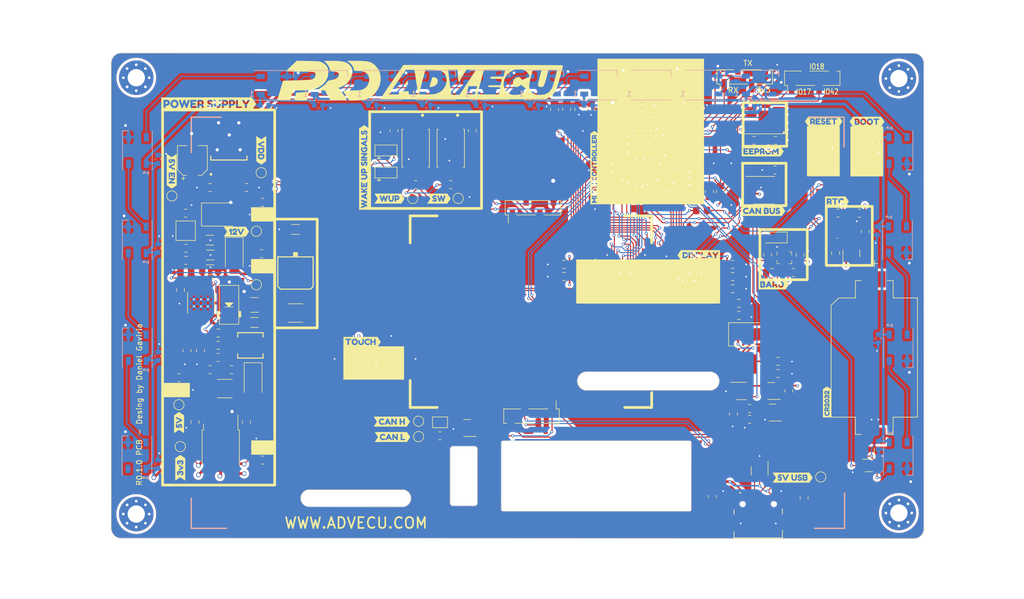
<source format=kicad_pcb>
(kicad_pcb (version 20221018) (generator pcbnew)
  (layers (0 "F.Cu" signal) (1 "In1.Cu" power) (2 "In2.Cu" power) (31 "B.Cu" signal) (34 "B.Paste" user) (35 "F.Paste" user) (36 "B.SilkS" user "B.Silkscreen") (37 "F.SilkS" user "F.Silkscreen") (38 "B.Mask" user) (39 "F.Mask" user) (44 "Edge.Cuts" user))
  (net 0 "")
  (net 1 "Net-(D10-A1)")
  (net 2 "GND")
  (net 3 "VDD")
  (net 4 "/Power Supply/VIN{slash}15_PROT")
  (net 5 "Net-(U2-SS)")
  (net 6 "Net-(U2-BOOT)")
  (net 7 "Net-(D2-K)")
  (net 8 "Net-(U2-COMP)")
  (net 9 "Net-(C8-Pad2)")
  (net 10 "Net-(D1-K)")
  (net 11 "Net-(Q2-D)")
  (net 12 "/Display/LCD_LEDA")
  (net 13 "+3.3V")
  (net 14 "Net-(C21-Pad1)")
  (net 15 "Net-(D10-K)")
  (net 16 "+5V")
  (net 17 "/USB5V")
  (net 18 "Net-(D3-A)")
  (net 19 "Net-(D4-A)")
  (net 20 "Net-(D6-A)")
  (net 21 "Net-(D7-A)")
  (net 22 "/CAN_L")
  (net 23 "/CAN_H")
  (net 24 "Net-(D9-K)")
  (net 25 "Net-(D9-A)")
  (net 26 "Net-(D12-A)")
  (net 27 "Net-(D13-DOUT)")
  (net 28 "Net-(D13-DIN)")
  (net 29 "Net-(D14-DOUT)")
  (net 30 "Net-(D15-DOUT)")
  (net 31 "Net-(D16-DOUT)")
  (net 32 "Net-(D17-DOUT)")
  (net 33 "Net-(D18-DOUT)")
  (net 34 "Net-(D19-DOUT)")
  (net 35 "Net-(D20-DOUT)")
  (net 36 "Net-(D21-DOUT)")
  (net 37 "Net-(D28-DOUT)")
  (net 38 "Net-(D22-DOUT)")
  (net 39 "Net-(D23-DOUT)")
  (net 40 "Net-(D24-DOUT)")
  (net 41 "Net-(D25-DOUT)")
  (net 42 "Net-(D26-DOUT)")
  (net 43 "Net-(D27-DOUT)")
  (net 44 "Net-(D29-DOUT)")
  (net 46 "Net-(F2-Pad1)")
  (net 47 "/VIN15")
  (net 48 "/SDA")
  (net 50 "Net-(IC1-CLKOE)")
  (net 51 "Net-(IC1-~INT)")
  (net 52 "Net-(IC1-EVI)")
  (net 53 "/SCL")
  (net 54 "/LEDs/WLED_CRT")
  (net 55 "/Display/TP_RST")
  (net 63 "/Display/DE")
  (net 64 "/Display/VSYNC")
  (net 65 "/Display/HSYNC")
  (net 66 "/Display/B7")
  (net 67 "/Display/B6")
  (net 68 "/Display/B5")
  (net 69 "/Display/B4")
  (net 70 "/Display/B3")
  (net 71 "/Display/G7")
  (net 72 "/Display/G6")
  (net 73 "/Display/G5")
  (net 74 "/Display/G4")
  (net 75 "/Display/G3")
  (net 76 "/Display/G2")
  (net 77 "/Display/R7")
  (net 78 "/Display/R6")
  (net 79 "/Display/R5")
  (net 80 "/Display/R4")
  (net 81 "/Display/R3")
  (net 82 "/Display/LCD_LEDK")
  (net 83 "Net-(J3-CC1)")
  (net 84 "/USBC/D+")
  (net 85 "/USBC/D-")
  (net 87 "Net-(J3-CC2)")
  (net 89 "/MCU/U0RXD")
  (net 90 "/MCU/U0TXD")
  (net 91 "/Connector/SW_12V")
  (net 92 "/Connector/WAKE_UP")
  (net 93 "/MCU/GPIO17")
  (net 94 "/MCU/GPIO18")
  (net 95 "/MCU/GPIO42")
  (net 97 "Net-(JP1-B)")
  (net 98 "Net-(JP2-C)")
  (net 99 "Net-(JP3-C)")
  (net 100 "/MCU/5V_EN")
  (net 101 "Net-(Q1-D)")
  (net 102 "Net-(Q2-G)")
  (net 103 "Net-(Q3-B)")
  (net 104 "/Display/DCLK")
  (net 105 "Net-(U2-EN)")
  (net 106 "Net-(R6-Pad2)")
  (net 107 "Net-(U2-VSENSE)")
  (net 108 "Net-(R9-Pad1)")
  (net 109 "/Display/LCD_BL_CTR")
  (net 110 "Net-(U5-Rs)")
  (net 111 "Net-(U6-SDO)")
  (net 112 "Net-(U7-WP)")
  (net 113 "Net-(R33-Pad2)")
  (net 114 "Net-(R34-Pad2)")
  (net 115 "/MCU/SW_12V")
  (net 116 "/MCU/WAKE_UP")
  (net 117 "/Can Bus/CRX")
  (net 118 "/Can Bus/CTX")
  (footprint "Capacitor_SMD:C_0805_2012Metric_Pad1.18x1.45mm_HandSolder" (layer "F.Cu") (at 206.075 76.1475 -90)
    (fp_text reference "C26" hide)
    (fp_text value "10nF")
  )
  (footprint "Resistor_SMD:R_0805_2012Metric_Pad1.20x1.40mm_HandSolder" (layer "F.Cu") (at 156.25 49.5 90)
    (fp_text reference "R1" hide)
    (fp_text value "10K")
  )
  (footprint "Capacitor_SMD:C_0805_2012Metric_Pad1.18x1.45mm_HandSolder" (layer "F.Cu") (at 158.5 49.5 -90)
    (fp_text reference "C2" hide)
    (fp_text value "10uF")
  )
  (footprint "TLF80511TF_V33:INF-PG-TO252-3-11_N" (layer "F.Cu") (at 93.65 58 90)
    (fp_text reference "G1" hide)
    (fp_text value "TLF80511TF_V33")
  )
  (footprint "kibuzzard-653B3E80" (layer "F.Cu") (at 123.975 110.225)
    (fp_text reference "kibuzzard-653B3E80" hide)
    (fp_text value "G***" hide)
  )
  (footprint "Capacitor_SMD:C_0805_2012Metric_Pad1.18x1.45mm_HandSolder" (layer "F.Cu") (at 195.4 98.46)
    (fp_text reference "C16" hide)
    (fp_text value "1uF")
  )
  (footprint "kibuzzard-653B40B3" (layer "F.Cu") (at 211.9 51.8)
    (fp_text reference "kibuzzard-653B40B3" hide)
    (fp_text value "G***" hide)
  )
  (footprint "Capacitor_SMD:C_0805_2012Metric_Pad1.18x1.45mm_HandSolder" (layer "F.Cu") (at 195.4 96.2)
    (fp_text reference "C15" hide)
    (fp_text value "22uF")
  )
  (footprint "Capacitor_SMD:C_1206_3216Metric" (layer "F.Cu") (at 98.4 89.005 180)
    (fp_text reference "C11" hide)
    (fp_text value "33uF")
  )
  (footprint "Capacitor_SMD:C_0805_2012Metric_Pad1.18x1.45mm_HandSolder" (layer "F.Cu") (at 91.6875 93.225)
    (fp_text reference "C8" hide)
    (fp_text value "4.7nF")
  )
  (footprint "TestPoint:TestPoint_Pad_D1.5mm" (layer "F.Cu") (at 84.4 104.25)
    (fp_text reference "TP5" hide)
    (fp_text value "5V_TP")
  )
  (footprint "Resistor_SMD:R_0805_2012Metric_Pad1.20x1.40mm_HandSolder" (layer "F.Cu") (at 190.93 55.25)
    (fp_text reference "R31" hide)
    (fp_text value "100k")
  )
  (footprint "kibuzzard-653B4196" (layer "F.Cu") (at 192.675 68.325)
    (fp_text reference "kibuzzard-653B4196" hide)
    (fp_text value "G***" hide)
  )
  (footprint "kibuzzard-653B42DB" (layer "F.Cu") (at 180.725 76.525)
    (fp_text reference "kibuzzard-653B42DB" hide)
    (fp_text value "G***" hide)
  )
  (footprint "MountingHole:MountingHole_3.2mm_M3_Pad_Via" (layer "F.Cu") (at 76.5 124.5)
    (fp_text reference "H3" hide)
    (fp_text value "MountingHole" hide)
  )
  (footprint "LED_SMD:LED_0805_2012Metric_Pad1.15x1.40mm_HandSolder" (layer "F.Cu") (at 99.9 69)
    (fp_text reference "D6" hide)
    (fp_text value "LED")
  )
  (footprint "Capacitor_SMD:C_0805_2012Metric_Pad1.18x1.45mm_HandSolder" (layer "F.Cu") (at 96.9375 64)
    (fp_text reference "C14" hide)
    (fp_text value "1uF - X7R")
  )
  (footprint "Package_TO_SOT_SMD:SOT-23-6_Handsoldering" (layer "F.Cu") (at 188.65 101.7)
    (fp_text reference "U3" hide)
    (fp_text value "MT9201")
  )
  (footprint "Capacitor_SMD:C_0805_2012Metric_Pad1.18x1.45mm_HandSolder" (layer "F.Cu") (at 160.75 49.5 -90)
    (fp_text reference "C1" hide)
    (fp_text value "0.1uF")
  )
  (footprint "Capacitor_SMD:C_1206_3216Metric" (layer "F.Cu") (at 90.1875 79.225)
    (fp_text reference "C5" hide)
    (fp_text value "10nF")
  )
  (footprint "TestPoint:TestPoint_Pad_D1.5mm" (layer "F.Cu") (at 128.8125 107.3)
    (fp_text reference "TP10" hide)
    (fp_text value "CANH_TP")
  )
  (footprint "Capacitor_SMD:C_0805_2012Metric_Pad1.18x1.45mm_HandSolder" (layer "F.Cu") (at 155.75 78.25 180)
    (fp_text reference "C23" hide)
    (fp_text value "0.1uF")
  )
  (footprint "Resistor_SMD:R_0805_2012Metric_Pad1.20x1.40mm_HandSolder" (layer "F.Cu") (at 200.25 121.5 90)
    (fp_text reference "R23" hide)
    (fp_text value "5k1")
  )
  (footprint "Resistor_SMD:R_1206_3216Metric_Pad1.30x1.75mm_HandSolder" (layer "F.Cu") (at 106 71.75 180)
    (fp_text reference "R9" hide)
    (fp_text value "2K7")
  )
  (footprint "Resistor_SMD:R_0805_2012Metric_Pad1.20x1.40mm_HandSolder" (layer "F.Cu") (at 154 49.5375 90)
    (fp_text reference "R2" hide)
    (fp_text value "10K")
  )
  (footprint "Capacitor_SMD:C_0805_2012Metric" (layer "F.Cu") (at 96.9 107.49 90)
    (fp_text reference "C29" hide)
    (fp_text value "10uF")
  )
  (footprint "PC817:SOIC254P975X460-4N" (layer "F.Cu") (at 128.27 56.71 -90)
    (fp_text reference "U9" hide)
    (fp_text value "PC817")
  )
  (footprint "Package_LGA:Bosch_LGA-8_2x2.5mm_P0.65mm_ClockwisePinNumbering" (layer "F.Cu") (at 196.595 77.02)
    (fp_text reference "U6" hide)
    (fp_text value "BMP280")
  )
  (footprint "CR2032-BS-6-1:BAT_CR2032-BS-6-1" (layer "F.Cu") (at 213.25 95.5 -90)
    (fp_text reference "BT1" hide)
    (fp_text value "CR2032-BS-6-1")
  )
  (footprint "MountingHole:MountingHole_3.2mm_M3_Pad_Via" (layer "F.Cu") (at 217.802944 124.302944)
    (fp_text reference "H4" hide)
    (fp_text value "MountingHole" hide)
  )
  (footprint "kibuzzard-653B41DD" (layer "F.Cu") (at 206.325 66.575)
    (fp_text reference "kibuzzard-653B41DD" hide)
    (fp_text value "G***" hide)
  )
  (footprint "Resistor_SMD:R_0805_2012Metric_Pad1.20x1.40mm_HandSolder" (layer "F.Cu") (at 85.6875 75.25 180)
    (fp_text reference "R10" hide)
    (fp_text value "10k")
  )
  (footprint "Resistor_SMD:R_0805_2012Metric_Pad1.20x1.40mm_HandSolder" (layer "F.Cu") (at 193.5 76.5 -90)
    (fp_text reference "R26" hide)
    (fp_text value "10k")
  )
  (footprint "Package_TO_SOT_SMD:SOT-23" (layer "F.Cu") (at 194.4 105.7 180)
    (fp_text reference "Q3" hide)
    (fp_text value "S8050")
  )
  (footprint "PC817:SOIC254P975X460-4N" (layer "F.Cu") (at 134.77 56.71 -90)
    (fp_text reference "U10" hide)
    (fp_text value "PC817")
  )
  (footprint "kibuzzard-653B4004" (layer "F.Cu") (at 198.125 117.75)
    (fp_text reference "kibuzzard-653B4004" hide)
    (fp_text value "G***" hide)
  )
  (footprint "Resistor_SMD:R_0805_2012Metric_Pad1.20x1.40mm_HandSolder" (layer "F.Cu") (at 99.725 76.25 180)
    (fp_text reference "R12" hide)
    (fp_text value "10k")
  )
  (footprint "Capacitor_SMD:C_1210_3225Metric" (layer "F.Cu") (at 98.4 85.75 180)
    (fp_text reference "C10" hide)
    (fp_text value "33uF")
  )
  (footprint "Resistor_SMD:R_0805_2012Metric_Pad1.20x1.40mm_HandSolder" (layer "F.Cu") (at 181.25 68.25)
    (fp_text reference "R21" hide)
    (fp_text value "0R")
  )
  (footprint "Package_TO_SOT_SMD:SOT-23" (layer "F.Cu") (at 137.8125 108.55 180)
    (fp_text reference "D8" hide)
    (fp_text value "NUP2105L")
  )
  (footprint "Diode_SMD:D_SMA" (layer "F.Cu") (at 98.15 99.975 -90)
    (fp_text reference "D1" hide)
    (fp_text value "1N5819")
  )
  (footprint "Capacitor_SMD:C_0805_2012Metric_Pad1.18x1.45mm_HandSolder" (layer "F.Cu") (at 194.93 55.25 180)
    (fp_text reference "C27" hide)
    (fp_text value "0.1uF")
  )
  (footprint "TestPoint:TestPoint_Pad_D1.5mm" (layer "F.Cu") (at 84.65 112)
    (fp_text reference "TP7" hide)
    (fp_text value "3.3V_TP")
  )
  (footprint "Diode_SMD:D_SOD-123" (layer "F.Cu") (at 194.75 73.25 180)
    (fp_text reference "D9" hide)
    (fp_text value "1N4148W")
  )
  (footprint "LOGO" (layer "F.Cu") (at 138.641488 44.546667)
    (fp_text reference "G***" hide)
    (fp_text value "LOGO" hide)
  )
  (footprint "Resistor_SMD:R_0805_2012Metric_Pad1.20x1.40mm_HandSolder" (layer "F.Cu") (at 99.9 66.75 180)
    (fp_text reference "R14" hide)
    (fp_text value "1k3")
  )
  (footprint "Resistor_SMD:R_0805_2012Metric_Pad1.20x1.40mm_HandSolder" (layer "F.Cu") (at 182.7 64.75 -90)
    (fp_text reference "R20" hide)
    (fp_text value "4.7k")
  )
  (footprint "Resistor_SMD:R_0805_2012Metric_Pad1.20x1.40mm_HandSolder" (layer "F.Cu") (at 197.4 101.7 -90)
    (fp_text reference "R16" hide)
    (fp_text value "100k")
  )
  (footprint "Package_TO_SOT_SMD:SOT-353_SC-70-5_Handsoldering" (layer "F.Cu") (at 212.25 115.5)
    (fp_text reference "IC2" hide)
    (fp_text value "74HCT1G126GW,125")
  )
  (footprint "kibuzzard-653B445A" (layer "F.Cu") (at 204.475 103.725 90)
    (fp_text reference "kibuzzard-653B445A" hide)
    (fp_text value "G***" hide)
  )
  (footprint "Resistor_SMD:R_0805_2012Metric_Pad1.20x1.40mm_HandSolder" (layer "F.Cu") (at 99.9 114.5 180)
    (fp_text reference "R13" hide)
    (fp_text value "1k3")
  )
  (footprint "TestPoint:TestPoint_Pad_D1.5mm" (layer "F.Cu") (at 98.75 72.1)
    (fp_text reference "TP1" hide)
    (fp_text value "VIN_TP")
  )
  (footprint "LED_SMD:LED_0805_2012Metric_Pad1.15x1.40mm_HandSolder" (layer "F.Cu") (at 84.4 101.44 180)
    (fp_text reference "D12" hide)
    (fp_text value "LED")
  )
  (footprint "kibuzzard-653B3E73" (layer "F.Cu") (at 123.85 107.375)
    (fp_text reference "kibuzzard-653B3E73" hide)
    (fp_text value "G***" hide)
  )
  (footprint "TestPoint:TestPoint_Pad_D1.5mm" (layer "F.Cu") (at 136.15 66)
    (fp_text reference "TP9" hide)
    (fp_text value "SW12V_TP")
  )
  (footprint "Diode_SMD:D_SMB" (layer "F.Cu") (at 92.25 69)
    (fp_text reference "D5" hide)
    (fp_text value "SMBJ20A")
  )
  (footprint "LED_SMD:LED_0805_2012Metric_Pad1.15x1.40mm_HandSolder" (layer "F.Cu") (at 99.725 78.5)
    (fp_text reference "D3" hide)
    (fp_text value "LED")
  )
  (footprint "kibuzzard-653B3D6F" (layer "F.Cu") (at 89.925 48.5)
    (fp_text reference "kibuzzard-653B3D6F" hide)
    (fp_text value "G***" hide)
  )
  (footprint "Package_TO_SOT_SMD:SOT-23" (layer "F.Cu") (at 209 76.1875 90)
    (fp_text reference "D10" hide)
    (fp_text value "BAS70-05")
  )
  (footprint "Resistor_SMD:R_0805_2012Metric_Pad1.20x1.40mm_HandSolder" (layer "F.Cu") (at 211.575 72.125 90)
    (fp_text reference "R28" hide)
    (fp_text value "100k")
  )
  (footprint "Capacitor_SMD:C_0805_2012Metric_Pad1.18x1.45mm_HandSolder" (layer "F.Cu") (at 194.25 79.75 180)
    (fp_text reference "C25" hide)
    (fp_text value "10uF")
  )
  (footprint "Resistor_SMD:R_0805_2012Metric_Pad1.20x1.40mm_HandSolder" (layer "F.Cu") (at 124.27 53.46 90)
    (fp_text reference "R33" hide)
    (fp_text value "2K7")
  )
  (footprint "Resistor_SMD:R_0805_2012Metric_Pad1.20x1.40mm_HandSolder" (layer "F.Cu") (at 85.6875 79.725 180)
    (fp_text reference "R4" hide)
    (fp_text value "68k1")
  )
  (footprint "Connector_PinHeader_2.54mm:PinHeader_1x04_P2.54mm_Vertical_SMD_Pin1Left" (layer "F.Cu") (at 189.25 43.5 90)
    (fp_text reference "J5" hide)
    (fp_text value "UART0")
  )
  (footprint "RV-8803-C7:RV8803C7" (layer "F.Cu") (at 207.775 72.025)
    (fp_text reference "IC1" hide)
    (fp_text value "RV-8803-C7" hide)
  )
  (footprint "TL3342F160QG_TR:SW_TL3342F160QG_TR" (layer "F.Cu") (at 211.75 57.25 -90)
    (fp_text reference "SW2" hide)
    (fp_text value "RESET")
  )
  (footprint "TestPoint:TestPoint_Pad_D1.5mm" (layer "F.Cu") (at 128.8125 110.145)
    (fp_text reference "TP11" hide)
    (fp_text value "CANL_TP")
  )
  (footprint "Capacitor_SMD:C_1206_3216Metric" (layer "F.Cu") (at 90.15 73.75)
    (fp_text reference "C3" hide)
    (fp_text value "4.7uF")
  )
  (footprint "TestPoint:TestPoint_Pad_D1.5mm" (layer "F.Cu") (at 99.65 61.25)
    (fp_text reference "TP6" hide)
    (fp_text value "VDD_TP")
  )
  (footprint "Connector_PinHeader_2.54mm:PinHeader_1x04_P2.54mm_Vertical_SMD_Pin1Left" (layer "F.Cu") (at 149.73 106.345 -90)
    (fp_text reference "J4" hide)
    (fp_text value "2.54mm 1x4")
  )
  (footprint "Capacitor_SMD:C_0805_2012Metric_Pad1.18x1.45mm_HandSolder" (layer "F.Cu") (at 187 80.5)
    (fp_text reference "C20" hide)
    (fp_text value "1uF")
  )
  (footprint "Connector_PinHeader_2.54mm:PinHeader_1x04_P2.54mm_Vertical_SMD_Pin1Left" (layer "F.Cu") (at 150 67.75 90)
    (fp_text reference "J6" hide)
    (fp_text value "2.54mm 1x4")
  )
  (footprint "Resistor_SMD:R_0805_2012Metric_Pad1.20x1.40mm_HandSolder" (layer "F.Cu") (at 84.4 99.23)
    (fp_text reference "R32" hide)
    (fp_text value "2k")
  )
  (footprint "Resistor_SMD:R_0805_2012Metric_Pad1.20x1.40mm_HandSolder" (layer "F.Cu") (at 187.15 105.95 90)
    (fp_text reference "R15" hide)
    (fp_text value "10R")
  )
  (footprint "Resistor_SMD:R_0805_2012Metric_Pad1.20x1.40mm_HandSolder" (layer "F.Cu") (at 206.5 68.75 180)
    (fp_text reference "R29" hide)
    (fp_text value "100k")
  )
  (footprint "Resistor_SMD:R_0805_2012Metric_Pad1.20x1.40mm_HandSolder" (layer "F.Cu") (at 210.5 68.75 180)
    (fp_text reference "R30" hide)
    (fp_text value "100k")
  )
  (footprint "Resistor_SMD:R_0805_2012Metric_Pad1.20x1.40mm_HandSolder" (layer "F.Cu") (at 138.77 53.46 90)
    (fp_text reference "R34" hide)
    (fp_text value "2K7")
  )
  (footprint "Resistor_SMD:R_0805_2012Metric_Pad1.20x1.40mm_HandSolder" (layer "F.Cu") (at 132.75 110)
    (fp_text reference "R25" hide)
    (fp_text value "120")
  )
  (footprint "Capacitor_SMD:CP_Elec_5x5.4" (layer "F.Cu") (at 86.9 59 90)
    (fp_text reference "C13" hide)
    (fp_text value "100nF")
  )
  (footprint "Capacitor_SMD:C_1206_3216Metric" (layer "F.Cu") (at 90.1875 76.5)
    (fp_text reference "C4" hide)
    (fp_text value "4.7uF")
  )
  (footprint "kibuzzard-653B3FA3" (layer "F.Cu") (at 123.425 66.05)
    (fp_text reference "kibuzzard-653B3FA3" hide)
    (fp_text value "G***" hide)
  )
  (footprint "TL3342F160QG_TR:SW_TL3342F160QG_TR" (layer "F.Cu") (at 203.75 57.25 -90)
    (fp_text reference "SW1" hide)
    (fp_text value "RESET")
  )
  (footprint "Capacitor_SMD:C_0805_2012Metric_Pad1.18x1.45mm_HandSolder" (layer "F.Cu") (at 187 82.75)
    (fp_text reference "C21" hide)
    (fp_text value "0.1uF")
  )
  (footprint "Resistor_SMD:R_0805_2012Metric_Pad1.20x1.40mm_HandSolder" (layer "F.Cu") (at 85.9 94.225 -90)
    (fp_text reference "R8" hide)
    (fp_text value "1k91")
  )
  (footprint "Diode_SMD:D_SMB" (layer "F.Cu") (at 189.9 91.2)
    (fp_text reference "D7" hide)
    (fp_text value "SS24BF")
  )
  (footprint "Resistor_SMD:R_0805_2012Metric_Pad1.20x1.40mm_HandSolder" (layer "F.Cu") (at 90.15 97.75 180)
    (fp_text reference "R7" hide)
    (fp_text value "10k")
  )
  (footprint "LOGO" (layer "F.Cu") (at 112.230902 44.135472)
    (fp_text reference "G***" hide)
    (fp_text value "LOGO" hide)
  )
  (footprint "Connector_PinHeader_2.54mm:PinHeader_1x04_P2.54mm_Vertical_SMD_Pin1Left" (layer "F.Cu") (at 201.75 43.75 90)
    (fp_text reference "J7" hide)
    (fp_text value "AUX")
  )
  (footprint "Capacitor_SMD:C_0805_2012Metric_Pad1.18x1.45mm_HandSolder" (layer "F.Cu") (at 199.5 76.5 90)
    (fp_text reference "C24" hide)
    (fp_text value "10uF")
  )
  (footprint "TPS54331DDA:CONV_TPS54331DDA" (layer "F.Cu") (at 88.4875 85.375 -90)
    (fp_text reference "U2" hide)
    (fp_text value "TPS54331DDA")
  )
  (footprint "Jumper:SolderJumper-3_P1.3mm_Open_Pad1.0x1.5mm" (layer "F.Cu") (at 122.77 57.125)
    (fp_text reference "JP2" hide)
    (fp_text value "ACT +/-")
  )
  (footprint "MountingHole:MountingHole_3.2mm_M3_Pad_Via" (layer "F.Cu") (at 76.5 43.65)
    (fp_text reference "H2" hide)
    (fp_text value "MountingHole" hide)
  )
  (footprint "kibuzzard-653B3FD4" (layer "F.Cu") (at 132.575 66.05)
    (fp_text reference "kibuzzard-653B3FD4" hide)
    (fp_text value "G***" hide)
  )
  (footprint "Resistor_SMD:R_0805_2012Metric_Pad1.20x1.40mm_HandSolder" (layer "F.Cu") (at 85.65 68.75 180)
    (fp_text reference "R11" hide)
    (fp_text value "10k")
  )
  (footprint "TCK-145:TCK145" (layer "F.Cu") (at 189.4 96.7 180)
    (fp_text reference "L2" hide)
    (fp_text value "6.8uH" hide)
  )
  (footprint "54104-4031:54104-4031" (layer "F.Cu") (at 171.34 78.862)
    (fp_text reference "J2" hide)
    (fp_text value "54104-4031" hide)
  )
  (footprint "Resistor_SMD:R_0805_2012Metric_Pad1.20x1.40mm_HandSolder" (layer "F.Cu") (at 94.15 97.75 180)
    (fp_text reference "R6" hide)
    (fp_text value "0")
  )
  (footprint "TestPoint:TestPoint_Pad_D1.5mm" (layer "F.Cu") (at 83.1 65.55)
    (fp_text reference "TP3" hide)
    (fp_text value "EN_MCU_TP")
  )
  (footprint "Resistor_SMD:R_0805_2012Metric_Pad1.20x1.40mm_HandSolder" (layer "F.Cu") (at 198.25 79.75 180)
    (fp_text reference "R27" hide)
    (fp_text value "10k")
  )
  (footprint "Jumper:SolderJumper-2_P1.3mm_Open_TrianglePad1.0x1.5mm" (layer "F.Cu") (at 132.775 107.5)
    (fp_text reference "JP1" hide)
    (fp_text value "120ohm")
  )
  (footprint "Capacitor_SMD:C_0805_2012Metric_Pad1.18x1.45mm_HandSolder" (layer "F.Cu") (at 155.75 80.48 180)
    (fp_text reference "C22" hide)
    (fp_text value "10uF")
  )
  (footprint "Capacitor_SMD:C_0805_2012Metric_Pad1.18x1.45mm_HandSolder" (layer "F.Cu") (at 91.6875 90.975)
    (fp_text reference "C7" hide)
    (fp_text value "0.1uF")
  )
  (footprint "kibuzzard-653B414E" (layer "F.Cu") (at 192.575 57.3)
    (fp_text reference "kibuzzard-653B414E" hide)
    (fp_text value "G***" hide)
  )
  (footprint "Package_TO_SOT_SMD:TO-252-2" (layer "F.Cu") (at 92.15 112.24 -90)
    (fp_text reference "U8" hide)
    (fp_text value "LD1086DT33TR")
  )
  (footprint "kibuzzard-653B4099" (layer "F.Cu") (at 203.875 51.75)
    (fp_text reference "kibuzzard-653B4099" hide)
    (fp_text value "G***" hide)
  )
  (footprint "Capacitor_SMD:C_0805_2012Metric_Pad1.18x1.45mm_HandSolder" (layer "F.Cu") (at 90.1875 64)
    (fp_text reference "C12" hide)
    (fp_text value "0.1uF")
  )
  (footprint "Resistor_SMD:R_0805_2012Metric_Pad1.20x1.40mm_HandSolder" (layer "F.Cu") (at 85.6875 77.5 180)
    (fp_text reference "R3" hide)
    (fp_text value "332")
  )
  (footprint "Resistor_SMD:R_0805_2012Metric_Pad1.20x1.40mm_HandSolder" (layer "F.Cu") (at 194.86 60.75)
    (fp_text reference "R24" hide)
    (fp_text value "10k")
  )
  (footprint "Capacitor_SMD:C_0805_2012Metric_Pad1.18x1.45mm_HandSolder" (layer "F.Cu") (at 88.4 94.225 -90)
    (fp_text reference "C9" hide)
    (fp_text value "39pF")
  )
  (footprint "USB4110-GF-A:USB4110GFA" (layer "F.Cu") (at 191.75 125.25)
    (fp_text reference "J3" hide)
    (fp_text value "USB4110-GF-A" hide)
  )
  (footprint "Resistor_SMD:R_0805_2012Metric_Pad1.20x1.40mm_HandSolder" (layer "F.Cu") (at 183.25 121.25 -90)
    (fp_text reference "R22" hide)
    (fp_text value "5k1")
  )
  (footprint "Resistor_SMD:R_0805_2012Metric_Pad1.20x1.40mm_HandSolder" (layer "F.Cu") (at 134.77 63.46 180)
    (fp_text reference "R36" hide)
    (fp_text value "10K")
  )
  (footprint "1-1734839-0:117348390" (layer "F.Cu") (at 120.52 96.695)
    (fp_text reference "J1" hide)
    (fp_text value "1-1734839-0" hide)
  )
  (footprint "Fuse:Fuse_1812_4532Metric_Pad1.30x3.40mm_HandSolder" (layer "F.Cu") (at 92.9 101.25 180)
    (fp_text reference "F1" hide)
    (fp_text value "3A 24V")
  )
  (footprint "MDA4020-6RM8:MDA4020-6R8M" (layer "F.Cu") (at 97.7 88.5)
    (fp_text reference "L1" hide)
    (fp_text value "6.8uH" hide)
  )
  (footprint "Capacitor_SMD:C_0805_2012Metric_Pad1.18x1.45mm_HandSolder" (layer "F.Cu") (at 187 78.25)
    (fp_text reference "C19" hide)
    (fp_text value "100nF")
  )
  (footprint "kibuzzard-653B3F43" (layer "F.Cu") (at 95.05 72.175)
    (fp_text reference "kibuzzard-653B3F43" hide)
    (fp_text value "G***" hide)
  )
  (footprint "TestPoint:TestPoint_Pad_D1.5mm" (layer "F.Cu") (at 98.75 82)
    (fp_text reference "TP2" hide)
    (fp_text value "EN_TP")
  )
  (footprint "Capacitor_SMD:C_0805_2012Metric_Pad1.18x1.45mm_HandSolder" (layer "F.Cu") (at 84.6875 82.975 -90)
    (fp_text reference "C6" hide)
    (fp_text value "10nF")
  )
  (footprint "PCM_Espressif:ESP32-S3-WROOM-1" (layer "F.Cu") (at 171.825 56.49)
    (fp_text reference "U1" hide)
    (fp_text value "ESP32-S3-WROOM-1")
  )
  (footprint "Diode_SMD:D_SMA" (layer "F.Cu") (at 94.65 76.725 -90)
    (fp_text reference "D11" hide)
    (fp_text value "1N5819")
  )
  (footprint "Fuse:Fuse_1812_4532Metric_Pad1.30x3.40mm_HandSolder" (layer "F.Cu") (at 106 87.25)
    (fp_text reference "F2" hide)
    (fp_text value "3A 24V")
  )
  (footprint "MountingHole:MountingHole_3.2mm_M3_Pad_Via" (layer "F.Cu") (at 217.802944 43.802944)
    (fp_text reference "H1" hide)
    (fp_text value "MountingHole" hide)
  )
  (footprint "Capacitor_SMD:C_0805_2012Metric_Pad1.18x1.45mm_HandSolder" (layer "F.Cu") (at 188.15 87.7)
    (fp_text reference "C17" hide)
    (fp_text value "22uF")
  )
  (footprint "TestPoint:TestPoint_Pad_D1.5mm" (layer "F.Cu") (at 127.725 66.025)
    (fp_text reference "TP8" hide)
    (fp_text value "WAKE_UP_TP")
  )
  (footprint "Capacitor_SMD:C_0805_2012Metric" (layer "F.Cu") (at 87.37 107.45 -90)
    (fp_text reference "C28" hide)
    (fp_text value "10uF")
  )
  (footprint "Resistor_SMD:R_0805_2012Metric_Pad1.20x1.40mm_HandSolder" (layer "F.Cu") (at 184.75 64.75 90)
    (fp_text reference "R19" hide)
    (fp_text value "4.7k")
  )
  (footprint "Resistor_SMD:R_0805_2012Metric_Pad1.20x1.40mm_HandSolder" (layer "F.Cu") (at 190.15 106.95 180)
    (fp_text reference "R17" hide)
    (fp_text value "10k")
  )
  (footprint "Resistor_SMD:R_0805_2012Metric_Pad1.20x1.40mm_HandSolder" (layer "F.Cu") (at 91.6875 95.475 180)
    (fp_text reference "R5" hide)
    (fp_text value "49k9")
  )
  (footprint "Package_TO_SOT_SMD:SOT-23" (layer "F.Cu") (at 194.15 101.7 180)
    (fp_text reference "Q2" hide)
    (fp_text value "AO3401A")
  )
  (footprint "LED_SMD:LED_0805_2012Metric_Pad1.15x1.40mm_HandSolder" (layer "F.Cu") (at 99.9 112.25)
    (fp_text reference "D4" hide)
    (fp_text value "LED")
  )
  (footprint "kibuzzard-653B3ED4" (layer "F.Cu") (at 84.65 115.925 90)
    (fp_text reference "kibuzzard-653B3ED4" hide)
    (fp_text value "G***" hide)
  )
  (footprint "PCM_Package_TO_SOT_SMD_AKL:SOT-23" (layer "F.Cu") (at 85.65 72)
    (fp_text reference "Q1" hide)
    (fp_text value "BSS139H6327XTSA1" hide)
  )
  (footprint "IRFR5305:D-PAK_TO252AA" (layer "F.Cu") (at 106 79 180)
    (fp_text reference "T1" hide)
    (fp_text value "IRFR5305")
  )
  (footprint "PCM_Package_SO_AKL:SOIC-8-1EP_3.9x4.9mm_P1.27mm_EP2.29x3mm" (layer "F.Cu") (at 192.93 51.25 180)
    (fp_text reference "U7" hide)
    (fp_text value "CAT24C51" hide)
  )
  (footprint "kibuzzard-653B3EE1" (layer "F.Cu") (at 84.425 107.55 90)
    (fp_text reference "kibuzzard-653B3EE1" hide)
    (fp_text value "G***" hide)
  )
  (footprint "TestPoint:TestPoint_Pad_D1.5mm" (layer "F.Cu") (at 203.325 117.625)
    (fp_text reference "TP4" hide)
    (fp_text value "USB_5VTP")
  )
  (footprint "kibuzzard-653B3F30" (layer "F.Cu") (at 99.65 57.1 -90)
    (fp_text reference "kibuzzard-653B3F30" hide)
    (fp_text value "G***" hide)
  )
  (footprint "PCM_Diode_SMD_Handsoldering_AKL:D_SMA" (layer "F.Cu") (at 93.6875 85.725 90)
    (fp_text reference "D2" hide)
    (fp_text value "B340" hide)
  )
  (footprint "kibuzzard-653B3D82" (layer "F.Cu") (at 118.725 60.275 90)
    (fp_text reference "kibuzzard-653B3D82" hide)
    (fp_text value "G***" hide)
  )
  (footprint "Package_SO:SOIC-8_3.9x4.9mm_P1.27mm" (layer "F.Cu") (at 192.86 64.5)
    (fp_text reference "U5" hide)
    (fp_text value "SN65HVD230")
  )
  (footprint "Package_TO_SOT_SMD:SOT-23-6" (layer "F.Cu") (at 192 116.5 -90)
    (fp_text reference "U4" hide)
    (fp_text value "USBLC6-2P6")
  )
  (footprint "kibuzzard-653B3EFA" (layer "F.Cu") (at 83.075 60.975 -90)
    (fp_text reference "kibuzzard-653B3EFA" hide)
    (fp_text value "G***" hide)
  )
  (footprint "kibuzzard-653B423C" (layer "F.Cu") (at 194.625 81.95)
    (fp_text reference "kibuzzard-653B423C" hide)
    (fp_text value "G***" hide)
  )
  (footprint "Resistor_SMD:R_0805_2012Metric_Pad1.20x1.40mm_HandSolder" (layer "F.Cu") (at 190.15 104.95)
    (fp_text reference "R18" hide)
    (fp_text value "100R")
  )
  (footprint "kibuzzard-653B435E" (layer "F.Cu") (at 161.375 60.3 90)
    (fp_text reference "kibuzzard-653B435E" hide)
    (fp_text value "G***" hide)
  )
  (footprint "kibuzzard-653B3DF4" (layer "F.Cu") (at 118.35 92.6)
    (fp_text reference "kibuzzard-653B3DF4" hide)
    (fp_text value "G***" hide)
  )
  (footprint "Jumper:SolderJumper-3_P1.3mm_Open_Pad1.0x1.5mm" (layer "F.Cu") (at 122.77 61.21)
    (fp_text reference "JP3" hide)
    (fp_text value "ACT +/-")
  )
  (footprint "Capacitor_SMD:C_0805_2012Metric_Pad1.18x1.45mm_HandSolder" (layer "F.Cu") (at 188.15 85.45)
    (fp_text reference "C18" hide)
    (fp_text value "100nF")
  )
  (footprint "Resistor_SMD:R_0805_2012Metric_Pad1.20x1.40mm_HandSolder" (layer "F.Cu") (at 128.27 63.46 180)
    (fp_text reference "R35" hide)
    (fp_text value "10K")
  )
  (footprint "Capacitor_SMD:C_0603_1608Metric" (layer "B.Cu") (at 170.25 48.75 180)
    (fp_text reference "C41" hide)
    (fp_text value "0.1uF")
  )
  (footprint "Capacitor_SMD:C_0603_1608Metric" (layer "B.Cu") (at 80.5 58.75 -90)
    (fp_text reference "C34" hide)
    (fp_text value "0.1uF")
  )
  (footprint "Capacitor_SMD:C_0603_1608Metric" (layer "B.Cu") (at 160.25 48.75 180)
    (fp_text reference "C39" hide)
    (fp_text value "0.1uF")
  )
  (footprint "LED_SMD:LED_WS2812B_PLCC4_5.0x5.0mm_P3.2mm" (layer "B.Cu") (at 151.97 45.02)
    (fp_text reference "D21" hide)
    (fp_text value "WS2812B")
  )
  (footprint "LED_SMD:LED_WS2812B_PLCC4_5.0x5.0mm_P3.2mm" (layer "B.Cu") (at 191.91 45.02)
    (fp_text reference "D17" hide)
    (fp_text value "WS2812B")
  )
  (footprint "LED_SMD:LED_WS2812B_PLCC4_5.0x5.0mm_P3.2mm" (layer "B.Cu") (at 76.68 73.7 90)
    (fp_text reference "D28" hide)
    (fp_text value "WS2812B")
  )
  (footprint "LED_SMD:LED_WS2812B_PLCC4_5.0x5.0mm_P3.2mm" (layer "B.Cu") (at 76.62 113.67 90)
    (fp_text reference "D30" hide)
    (fp_text value "WS2812B")
  )
  (footprint "LED_SMD:LED_WS2812B_PLCC4_5.0x5.0mm_P3.2mm" (layer "B.Cu") (at 171.94 45.02)
    (fp_text reference "D19" hide)
    (fp_text value "WS2812B")
  )
  (footprint "LED_SMD:LED_WS2812B_PLCC4_5.0x5.0mm_P3.2mm" (layer "B.Cu") (at 161.95 45.03)
    (fp_text reference "D20" hide)
    (fp_text value "WS2812B")
  )
  (footprint "Capacitor_SMD:C_0603_1608Metric" (layer "B.Cu") (at 150.25 48.75 180)
    (fp_text reference "C40" hide)
    (fp_text value "0.1uF")
  )
  (footprint "LED_SMD:LED_WS2812B_PLCC4_5.0x5.0mm_P3.2mm" (layer "B.Cu") (at 132 45.05)
    (fp_text reference "D23" hide)
    (fp_text value "WS2812B")
  )
  (footprint "Capacitor_SMD:C_0603_1608Metric" (layer "B.Cu") (at 110.25 48.75 180)
    (fp_text reference "C35" hide)
    (fp_text value "0.1uF")
  )
  (footprint "Capacitor_SMD:C_0603_1608Metric" (layer "B.Cu") (at 140.25 48.75 180)
    (fp_text reference "C38" hide)
    (fp_text value "0.1uF")
  )
  (footprint "Capacitor_SMD:C_0603_1608Metric" (layer "B.Cu") (at 214 55.5 90)
    (fp_text reference "C46" hide)
    (fp_text value "0.1uF")
  )
  (footprint "Capacitor_SMD:C_0603_1608Metric" (layer "B.Cu") (at 180.25 48.75 180)
    (fp_text reference "C42" hide)
    (fp_text value "0.1uF")
  )
  (footprint "LED_SMD:LED_WS2812B_PLCC4_5.0x5.0mm_P3.2mm" (layer "B.Cu") (at 112 45.08)
    (fp_text reference "D25" hide)
    (fp_text value "WS2812B")
  )
  (footprint "Capacitor_SMD:C_0603_1608Metric" (layer "B.Cu") (at 214 92 90)
    (fp_text reference "C47" hide)
    (fp_text value "0.1uF")
  )
  (footprint "Capacitor_SMD:C_0603_1608Metric" (layer "B.Cu") (at 213.75 72 90)
    (fp_text reference "C45" hide)
    (fp_text value "0.1uF")
  )
  (footprint "LED_SMD:LED_WS2812B_PLCC4_5.0x5.0mm_P3.2mm" (layer "B.Cu") (at 217.65 57.12 -90)
    (fp_text reference "D16" hide)
    (fp_text value "WS2812B")
  )
  (footprint "Capacitor_SMD:C_0603_1608Metric" (layer "B.Cu") (at 80.5 95.25 -90)
    (fp_text reference "C32" hide)
    (fp_text value "0.1uF")
  )
  (footprint "Capacitor_SMD:C_0603_1608Metric" (layer "B.Cu") (at 80.5 115.25 -90)
    (fp_text reference "C31" hide)
    (fp_text value "0.1uF")
  )
  (footprint "Capacitor_SMD:C_0603_1608Metric" (layer "B.Cu") (at 120.25 48.75 180)
    (fp_text reference "C36" hide)
    (fp_text value "0.1uF")
  )
  (footprint "LED_SMD:LED_WS2812B_PLCC4_5.0x5.0mm_P3.2mm" (layer "B.Cu") (at 217.69 93.69 -90)
    (fp_text reference "D14" hide)
    (fp_text value "WS2812B")
  )
  (footprint "Capacitor_SMD:C_0603_1608Metric" (layer "B.Cu") (at 80.5 75.25 -90)
    (fp_text reference "C33" hide)
    (fp_text value "0.1uF")
  )
  (footprint "LED_SMD:LED_WS2812B_PLCC4_5.0x5.0mm_P3.2mm" (layer "B.Cu") (at 102 45.07)
    (fp_text reference "D26" hide)
    (fp_text value "WS2812B")
  )
  (footprint "Capacitor_SMD:C_0603_1608Metric" (layer "B.Cu") (at 190.25 48.75 180)
    (fp_text reference "C43" hide)
    (fp_text value "0.1uF")
  )
  (footprint "LED_SMD:LED_WS2812B_PLCC4_5.0x5.0mm_P3.2mm" (layer "B.Cu") (at 141.96 45.04)
    (fp_text reference "D22" hide)
    (fp_text value "WS2812B")
  )
  (footprint "LED_SMD:LED_WS2812B_PLCC4_5.0x5.0mm_P3.2mm" (layer "B.Cu") (at 76.71 57.15 90)
    (fp_text reference "D27" hide)
    (fp_text value "WS2812B")
  )
  (footprint "Capacitor_SMD:C_0603_1608Metric" (layer "B.Cu") (at 100.25 48.75 180)
    (fp_text reference "C30" hide)
    (fp_text value "0.1uF")
  )
  (footprint "LED_SMD:LED_WS2812B_PLCC4_5.0x5.0mm_P3.2mm" (layer "B.Cu") (at 217.69 113.64 -90)
    (fp_text reference "D13" hide)
    (fp_text value "WS2812B")
  )
  (footprint "Capacitor_SMD:C_0603_1608Metric" (layer "B.Cu") (at 214 111.75 90)
    (fp_text reference "C44" hide)
    (fp_text value "0.1uF")
  )
  (footprint "LED_SMD:LED_WS2812B_PLCC4_5.0x5.0mm_P3.2mm" (layer "B.Cu") (at 217.55 73.64 -90)
    (fp_text reference "D15" hide)
    (fp_text value "WS2812B")
  )
  (footprint "LED_SMD:LED_WS2812B_PLCC4_5.0x5.0mm_P3.2mm" (layer "B.Cu") (at 121.99 45.05)
    (fp_text reference "D24" hide)
    (fp_text value "WS2812B")
  )
  (footprint "LED_SMD:LED_WS2812B_PLCC4_5.0x5.0mm_P3.2mm" (layer "B.Cu") (at 76.68 93.69 90)
    (fp_text reference "D29" hide)
    (fp_text value "WS2812B")
  )
  (footprint "LED_SMD:LED_WS2812B_PLCC4_5.0x5.0mm_P3.2mm" (layer "B.Cu") (at 181.91 45.01)
    (fp_text reference "D18" hide)
    (fp_text value "WS2812B")
  )
  (footprint "Capacitor_SMD:C_0603_1608Metric" (layer "B.Cu") (at 130.25 48.725 180)
    (fp_text reference "C37" hide)
    (fp_text value "0.1uF")
  )
  (gr_line locked (start 207.65 56.5) (end 207.65 50.956) (stroke (width 0.254)) (layer "B.SilkS"))
  (gr_line locked (start 207.734 127.144) (end 207.734 120.592) (stroke (width 0.254)) (layer "B.SilkS"))
  (gr_line locked (start 202.19 127.144) (end 207.734 127.144) (stroke (width 0.254)) (layer "B.SilkS"))
  (gr_line locked (start 207.65 50.956) (end 201.098 50.956) (stroke (width 0.254)) (layer "B.SilkS"))
  (gr_line locked (start 92.234 50.956) (end 86.69 50.956) (stroke (width 0.254)) (layer "B.SilkS"))
  (gr_line locked (start 86.69 50.956) (end 86.69 57.508) (stroke (width 0.254)) (layer "B.SilkS"))
  (gr_line locked (start 86.69 121.6) (end 86.69 127.144) (stroke (width 0.254)) (layer "B.SilkS"))
  (gr_line locked (start 86.69 127.144) (end 93.242 127.144) (stroke (width 0.254)) (layer "B.SilkS"))
  (gr_line (start 167 104.75) (end 172 104.75) (stroke (width 0.5)) (layer "F.SilkS"))
  (gr_rect (start 188.925 48.275) (end 197.025 56.35) (stroke (width 0.5)) (fill none) (layer "F.SilkS"))
  (gr_rect (start 200.85 52.725) (end 206.775 61.85) (stroke (width 0.15)) (fill solid) (layer "F.SilkS"))
  (gr_rect (start 114.95 93.5) (end 126.05 99.525) (stroke (width 0.15)) (fill solid) (layer "F.SilkS"))
  (gr_rect (start 97.85 77.325) (end 101.95 79.825) (stroke (width 0.15)) (fill solid) (layer "F.SilkS"))
  (gr_rect (start 102.15 69.85) (end 110.025 90) (stroke (width 0.5)) (fill none) (layer "F.SilkS"))
  (gr_rect (start 204.35 67.5) (end 212.875 78.425) (stroke (width 0.5)) (fill none) (layer "F.SilkS"))
  (gr_line (start 172 104.75) (end 172 102) (stroke (width 0.5)) (layer "F.SilkS"))
  (gr_rect (start 119.75 49.95) (end 140.475 67.875) (stroke (width 0.5)) (fill none) (layer "F.SilkS"))
  (gr_rect (start 188.85 59.5) (end 196.9 67.35) (stroke (width 0.5)) (fill none) (layer "F.SilkS"))
  (gr_line (start 127.25 104.75) (end 127.25 99.75) (stroke (width 0.5)) (layer "F.SilkS"))
  (gr_line (start 127.25 69.25) (end 127.25 74.25) (stroke (width 0.5)) (layer "F.SilkS"))
  (gr_line (start 132.25 69.25) (end 127.25 69.25) (stroke (width 0.5)) (layer "F.SilkS"))
  (gr_rect (start 81.375 49.625) (end 102.15 119.125) (stroke (width 0.5)) (fill none) (layer "F.SilkS"))
  (gr_rect (start 192.05 71.775) (end 200.825 81.075) (stroke (width 0.5)) (fill none) (layer "F.SilkS"))
  (gr_rect (start 162.025 40.2) (end 181.625 67.025) (stroke (width 0.15)) (fill solid) (layer "F.SilkS"))
  (gr_rect (start 158.09 77.4) (end 184.6 85.412) (stroke (width 0.15)) (fill solid) (layer "F.SilkS"))
  (gr_line (start 167 69.25) (end 172 69.25) (stroke (width 0.5)) (layer "F.SilkS"))
  (gr_line (start 172 69.25) (end 172 74.25) (stroke (width 0.5)) (layer "F.SilkS"))
  (gr_rect (start 97.875 110.925) (end 101.975 113.425) (stroke (width 0.15)) (fill solid) (layer "F.SilkS"))
  (gr_rect (start 81.625 100.275) (end 86.35 102.775) (stroke (width 0.15)) (fill solid) (layer "F.SilkS"))
  (gr_rect (start 97.85 67.725) (end 101.95 70.225) (stroke (width 0.15)) (fill solid) (layer "F.SilkS"))
  (gr_rect (start 208.9 52.7375) (end 214.825 61.8625) (stroke (width 0.15)) (fill solid) (layer "F.SilkS"))
  (gr_line (start 132.25 104.75) (end 127.25 104.75) (stroke (width 0.5)) (layer "F.SilkS"))
  (gr_arc locked (start 144.485961 123.955044) (mid 144.238329 123.864629) (end 144.138844 123.6205) (stroke (width 0.1)) (layer "Edge.Cuts"))
  (gr_arc locked (start 71.86 41.02) (mid 72.403845 39.60558) (end 73.818029 39.061121) (stroke (width 0.1)) (layer "Edge.Cuts"))
  (gr_line locked (start 178.998844 123.9605) (end 144.485961 123.955044) (stroke (width 0.1)) (layer "Edge.Cuts"))
  (gr_line locked (start 179.335961 111.285045) (end 179.333388 123.613383) (stroke (width 0.1)) (layer "Edge.Cuts"))
  (gr_line locked (start 125.87 123.13934) (end 108.594631 123.123409) (stroke (width 0.1)) (layer "Edge.Cuts"))
  (gr_line locked (start 220.479927 39.121542) (end 73.818029 39.061121) (stroke (width 0.1)) (layer "Edge.Cuts"))
  (gr_arc locked (start 125.842734 120.000482) (mid 127.386907 121.556616) (end 125.87 123.13934) (stroke (width 0.1)) (layer "Edge.Cuts"))
  (gr_line locked (start 139.128466 122.961406) (end 135.217644 122.955628) (stroke (width 0.1)) (layer "Edge.Cuts"))
  (gr_arc locked (start 135.217644 122.955628) (mid 134.808843 122.8005) (end 134.657938 122.390122) (stroke (width 0.1)) (layer "Edge.Cuts"))
  (gr_arc locked (start 222.45 127.09) (mid 221.906155 128.504421) (end 220.49197 129.048879) (stroke (width 0.1)) (layer "Edge.Cuts"))
  (gr_line locked (start 144.138211 123.620593) (end 144.144483 111.2905) (stroke (width 0.1)) (layer "Edge.Cuts"))
  (gr_arc locked (start 182.731644 98.14601) (mid 184.498483 99.820567) (end 182.801812 101.566181) (stroke (width 0.1)) (layer "Edge.Cuts"))
  (gr_line locked (start 159.933328 98.14601) (end 182.731644 98.14601) (stroke (width 0.1)) (layer "Edge.Cuts"))
  (gr_arc locked (start 139.693972 122.4017) (mid 139.538844 122.810501) (end 139.128466 122.961406) (stroke (width 0.1)) (layer "Edge.Cuts"))
  (gr_line locked (start 182.801812 101.566181) (end 160.003496 101.566181) (stroke (width 0.1)) (layer "Edge.Cuts"))
  (gr_line locked (start 222.45 127.09) (end 222.43 41.08) (stroke (width 0.1)) (layer "Edge.Cuts"))
  (gr_line locked (start 144.478862 110.939861) (end 178.988844 110.950501) (stroke (width 0.1)) (layer "Edge.Cuts"))
  (gr_arc locked (start 178.988844 110.950501) (mid 179.236476 111.040916) (end 179.335961 111.285045) (stroke (width 0.1)) (layer "Edge.Cuts"))
  (gr_line locked (start 139.699749 112.520878) (end 139.693972 122.4017) (stroke (width 0.1)) (layer "Edge.Cuts"))
  (gr_line locked (start 73.813538 128.992987) (end 220.49197 129.048879) (stroke (width 0.1)) (layer "Edge.Cuts"))
  (gr_arc locked (start 144.144483 111.2905) (mid 144.234402 111.042302) (end 144.478783 110.942476) (stroke (width 0.1)) (layer "Edge.Cuts"))
  (gr_line locked (start 135.238844 111.9505) (end 139.130044 111.955372) (stroke (width 0.1)) (layer "Edge.Cuts"))
  (gr_line locked (start 108.475128 119.999766) (end 125.842747 119.999766) (stroke (width 0.1)) (layer "Edge.Cuts"))
  (gr_arc locked (start 220.479927 39.121542) (mid 221.888655 39.668936) (end 222.43 41.08) (stroke (width 0.1)) (layer "Edge.Cuts"))
  (gr_arc locked (start 134.673338 112.510206) (mid 134.828466 112.101406) (end 135.238844 111.9505) (stroke (width 0.1)) (layer "Edge.Cuts"))
  (gr_line locked (start 134.657938 122.390122) (end 134.673338 112.510206) (stroke (width 0.1)) (layer "Edge.Cuts"))
  (gr_arc locked (start 108.594631 123.123409) (mid 106.98401 121.62092) (end 108.475128 119.999766) (stroke (width 0.1)) (layer "Edge.Cuts"))
  (gr_arc locked (start 160.003496 101.566181) (mid 158.236657 99.891624) (end 159.933328 98.14601) (stroke (width 0.1)) (layer "Edge.Cuts"))
  (gr_arc locked (start 179.333388 123.613383) (mid 179.242973 123.861015) (end 178.998844 123.9605) (stroke (width 0.1)) (layer "Edge.Cuts"))
  (gr_arc locked (start 73.813538 128.992987) (mid 72.399117 128.449143) (end 71.85466 127.034958) (stroke (width 0.1)) (layer "Edge.Cuts"))
  (gr_arc locked (start 139.140043 111.955372) (mid 139.548844 112.1105) (end 139.699749 112.520878) (stroke (width 0.1)) (layer "Edge.Cuts"))
  (gr_line locked (start 71.859999 41.02) (end 71.854659 127.034958) (stroke (width 0.1)) (layer "Edge.Cuts"))
  (gr_text "3v3" (at 191.275 46.475) (layer "F.SilkS") (effects (font (size 1 1)) (justify left bottom)))
  (gr_text "IO18" (at 201.125 42.175) (layer "F.SilkS") (effects (font (size 1 0.8)) (justify left bottom)))
  (gr_text "TX" (at 188.875 41.55) (layer "F.SilkS") (effects (font (size 1 1)) (justify left bottom)))
  (gr_text "IO42" (at 203.75 46.825) (layer "F.SilkS") (effects (font (size 1 0.8)) (justify left bottom)))
  (gr_text "RX" (at 186.025 46.55) (layer "F.SilkS") (effects (font (size 1 1)) (justify left bottom)))
  (gr_text "WWW.ADVECU.COM" (at 103.775 127.325) (layer "F.SilkS") (effects (font (size 2 2) (thickness 0.3)) (justify left bottom)))
  (gr_text "R0.1.0 PCB - Desing by Daniel Gaviria" (at 77.65 119.325 90) (layer "F.SilkS") (effects (font (size 1 1)) (justify left bottom)))
  (gr_text "IO17" (at 198.675 46.85) (layer "F.SilkS") (effects (font (size 1 0.8)) (justify left bottom)))
  (segment (start 213.25 81) (end 213.25 80.425) (width 0.3) (layer "F.Cu") (net 1))
  (segment (start 213.25 80.425) (end 209.95 77.125) (width 0.3) (layer "F.Cu") (net 1))
  (segment (start 93.6875 81.5625) (end 93.75 81.5) (width 0.5) (layer "F.Cu") (net 2))
  (segment (start 85.9 96.35) (end 85.5 96.75) (width 0.2) (layer "F.Cu") (net 2))
  (segment (start 87.37 108.4) (end 85.85 108.4) (width 0.2) (layer "F.Cu") (net 2))
  (segment (start 192 115.3625) (end 192 113.75) (width 0.2) (layer "F.Cu") (net 2))
  (segment (start 87.75 95.9125) (end 88.4 95.2625) (width 0.2) (layer "F.Cu") (net 2))
  (segment (start 200.7125 75.4625) (end 201 75.75) (width 0.2) (layer "F.Cu") (net 2))
  (segment (start 171.75 53.5) (end 171.75 54.525) (width 0.3) (layer "F.Cu") (net 2))
  (segment (start 174.59 76.91) (end 174.75 76.75) (width 0.2) (layer "F.Cu") (net 2))
  (segment (start 193.06 41.845) (end 193.655 41.25) (width 0.2) (layer "F.Cu") (net 2))
  (segment (start 119.77 96.23) (end 119.5 96.5) (width 0.2) (layer "F.Cu") (net 2))
  (segment (start 90.475 95.2625) (end 90.6875 95.475) (width 0.2) (layer "F.Cu") (net 2))
  (segment (start 167.75 54.5) (end 168.875 54.5) (width 0.3) (layer "F.Cu") (net 2))
  (segment (start 118.27 94.42) (end 118.27 93.02) (width 0.2) (layer "F.Cu") (net 2))
  (segment (start 196.27 77.620736) (end 196.27 77.82) (width 0.2) (layer "F.Cu") (net 2))
  (segment (start 196.86 121.11) (end 196 120.25) (width 0.2) (layer "F.Cu") (net 2))
  (segment (start 213.25 110) (end 213.25 107.5) (width 0.2) (layer "F.Cu") (net 2))
  (segment (start 178.59 76.59) (end 178.5 76.5) (width 0.2) (layer "F.Cu") (net 2))
  (segment (start 85.9 95.225) (end 85.9 96.35) (width 0.2) (layer "F.Cu") (net 2))
  (segment (start 196.86 122.147) (end 196.86 121.11) (width 0.2) (layer "F.Cu") (net 2))
  (segment (start 170.25 53.5) (end 170.25 54.475) (width 0.3) (layer "F.Cu") (net 2))
  (segment (start 168.925 54.55) (end 168.925 55.95) (width 0.3) (layer "F.Cu") (net 2))
  (segment (start 85.425 101.44) (end 86.94 101.44) (width 0.2) (layer "F.Cu") (net 2))
  (segment (start 186.64 122.147) (end 186.64 121.64) (width 0.2) (layer "F.Cu") (net 2))
  (segment (start 195.25 75.85) (end 195.62 76.22) (width 0.2) (layer "F.Cu") (net 2))
  (segment (start 195.52 50.5) (end 195.405 50.615) (width 0.2) (layer "F.Cu") (net 2))
  (segment (start 186.64 126.077) (end 188.327 126.077) (width 0.2) (layer "F.Cu") (net 2))
  (segment (start 196.86 122.147) (end 195.675 122.147) (width 0.2) (layer "F.Cu") (net 2))
  (segment (start 120.77 96.27) (end 121 96.5) (width 0.2) (layer "F.Cu") (net 2))
  (segment (start 175.09 77.09) (end 174.75 76.75) (width 0.2) (layer "F.Cu") (net 2))
  (segment (start 205.65 56.9) (end 205.5 56.75) (width 0.2) (layer "F.Cu") (net 2))
  (segment (start 209.85 116.15) (end 209.25 116.75) (width 0.2) (layer "F.Cu") (net 2))
  (segment (start 171.75 57.375) (end 171.725 57.35) (width 0.3) (layer "F.Cu") (net 2))
  (segment (start 179.09 77.09) (end 178.5 76.5) (width 0.2) (layer "F.Cu") (net 2))
  (segment (start 175.09 78.48) (end 175.09 77.09) (width 0.2) (layer "F.Cu") (net 2))
  (segment (start 213.65 57.85) (end 214 57.5) (width 0.2) (layer "F.Cu") (net 2))
  (segment (start 193.655 41.25) (end 195.25 41.25) (width 0.2) (layer "F.Cu") (net 2))
  (segment (start 135.45 108.55) (end 135.25 108.75) (width 0.2) (layer "F.Cu") (net 2))
  (segment (start 170.59 76.66) (end 170.75 76.5) (width 0.2) (layer "F.Cu") (net 2))
  (segment (start 96.925 89.005) (end 96.925 85.75) (width 0.5) (layer "F.Cu") (net 2))
  (segment (start 97.5 78.5) (end 98.7 78.5) (width 0.2) (layer "F.Cu") (net 2))
  (segment (start 193 107) (end 194.9875 107) (width 0.3) (layer "F.Cu") (net 2))
  (segment (start 119.77 94.42) (end 119.77 96.23) (width 0.2) (layer "F.Cu") (net 2))
  (segment (start 188.327 126.077) (end 188.5 126.25) (width 0.2) (layer "F.Cu") (net 2))
  (segment (start 164.75 48.25) (end 163.095 48.25) (width 0.5) (layer "F.Cu") (net 2))
  (segment (start 133.5 54.75) (end 133.75 55) (width 0.2) (layer "F.Cu") (net 2))
  (segment (start 195.5 49.25) (end 195.405 49.345) (width 0.2) (layer "F.Cu") (net 2))
  (segment (start 167.935736 80) (end 168 80) (width 0.2) (layer "F.Cu") (net 2))
  (segment (start 93.6875 83.725) (end 93.6875 81.5625) (width 0.5) (layer "F.Cu") (net 2))
  (segment (start 153.81 62.81) (end 153.75 62.75) (width 1.5) (layer "F.Cu") (net 2))
  (segment (start 86.9 56.8) (end 86.9 54.15) (width 0.5) (layer "F.Cu") (net 2))
  (segment (start 84.6875 84.0125) (end 84.6875 85.3125) (width 0.2) (layer "F.Cu") (net 2))
  (segment (start 197.25 52) (end 195.52 52) (width 0.2) (layer "F.Cu") (net 2))
  (segment (start 154.7125 80.48) (end 152.77 80.48) (width 0.2) (layer "F.Cu") (net 2))
  (segment (start 197.25 53.25) (end 195.5 53.25) (width 0.2) (layer "F.Cu") (net 2))
  (segment (start 124.44 96.12) (end 127.88 96.12) (width 0.2) (layer "F.Cu") (net 2))
  (segment (start 94.43 107.2) (end 94.43 105.68) (width 0.5) (layer "F.Cu") (net 2))
  (segment (start 163.59 78.48) (end 163.59 76.66) (width 0.2) (layer "F.Cu") (net 2))
  (segment (start 193.86 60.75) (end 192.5 60.75) (width 0.3) (layer "F.Cu") (net 2))
  (segment (start 86.9 54.15) (end 86.75 54) (width 0.5) (layer "F.Cu") (net 2))
  (segment (start 133.5 61) (end 134.5 60) (width 0.2) (layer "F.Cu") (net 2))
  (segment (start 210 70.25) (end 210 70.55) (width 0.2) (layer "F.Cu") (net 2))
  (segment (start 153.81 66.095) (end 153.81 62.81) (width 1.5) (layer "F.Cu") (net 2))
  (segment (start 84.6875 85.3125) (end 84.5 85.5) (width 0.2) (layer "F.Cu") (net 2))
  (segment (start 199.5 75.4625) (end 200.7125 75.4625) (width 0.2) (layer "F.Cu") (net 2))
  (segment (start 93.6875 83.725) (end 92.0375 85.375) (width 0.5) (layer "F.Cu") (net 2))
  (segment (start 98.875 112.25) (end 98.875 110.625) (width 0.2) (layer "F.Cu") (net 2))
  (segment (start 94.43 105.68) (end 94.25 105.5) (width 0.5) (layer "F.Cu") (net 2))
  (segment (start 189.15 106.95) (end 187.15 106.95) (width 0.3) (layer "F.Cu") (net 2))
  (segment (start 122.77 92.48) (end 123.75 91.5) (width 0.2) (layer "F.Cu") (net 2))
  (segment (start 189.25 107.05) (end 189.15 106.95) (width 0.3) (layer "F.Cu") (net 2))
  (segment (start 172.75 54.5) (end 172.75 54.925) (width 0.3) (layer "F.Cu") (net 2))
  (segment (start 91.6625 76.5) (end 90.25 76.5) (width 0.2) (layer "F.Cu") (net 2))
  (segment (start 127.88 96.12) (end 128.25 95.75) (width 0.2) (layer "F.Cu") (net 2))
  (segment (start 180.555 48.25) (end 180.575 48.23) (width 0.3) (layer "F.Cu") (net 2))
  (segment (start 189.2375 85.5) (end 189.1875 85.45) (width 0.3) (layer "F.Cu") (net 2))
  (segment (start 89.1225 86.01) (end 88.4875 85.375) (width 0.2) (layer "F.Cu") (net 2))
  (segment (start 84.65 72.95) (end 83.3 72.95) (width 0.2) (layer "F.Cu") (net 2))
  (segment (start 171.725 57.35) (end 171.725 55.95) (width 0.3) (layer "F.Cu") (net 2))
  (segment (start 170.325 57.35) (end 171.725 57.35) (width 0.3) (layer "F.Cu") (net 2))
  (segment (start 196.86 126.077) (end 195.173 126.077) (width 0.2) (layer "F.Cu") (net 2))
  (segment (start 197.25 55.25) (end 195.9675 55.25) (width 0.2) (layer "F.Cu") (net 2))
  (segment (start 178.784264 76.5) (end 178.5 76.5) (width 0.2) (layer "F.Cu") (net 2))
  (segment (start 167.09 79.154264) (end 167.935736 80) (width 0.2) (layer "F.Cu") (net 2))
  (segment (start 84.6875 79.725) (end 83.725 79.725) (width 0.2) (layer "F.Cu") (net 2))
  (segment (start 187.25 101.75) (end 187.3 101.7) (width 0.3) (layer "F.Cu") (net 2))
  (segment (start 168.925 55.95) (end 170.325 55.95) (width 0.3) (layer "F.Cu") (net 2))
  (segment (start 86.94 101.44) (end 87 101.5) (width 0.2) (layer "F.Cu") (net 2))
  (segment (start 171.75 58.5) (end 171.75 57.375) (width 0.3) (layer "F.Cu") (net 2))
  (segment (start 192 56.75) (end 192 55.32) (width 0.2) (layer "F.Cu") (net 2))
  (segment (start 210.7 70.25) (end 211.575 71.125) (width 0.2) (layer "F.Cu") (net 2))
  (segment (start 193.2125 81.2125) (end 193.25 81.25) (width 0.2) (layer "F.Cu") (net 2))
  (segment (start 169 58.5) (end 169 57.425) (width 0.3) (layer "F.Cu") (net 2))
  (segment (start 195.1 121.572) (end 195.1 121.15) (width 0.2) (layer "F.Cu") (net 2))
  (segment (start 189.5 80.5) (end 188.0375 80.5) (width 0.3) (layer "F.Cu") (net 2))
  (segment (start 189.4875 88) (end 189.1875 87.7) (width 0.3) (layer "F.Cu") (net 2))
  (segment (start 170.09 77.16) (end 170.75 76.5) (width 0.2) (layer "F.Cu") (net 2))
  (segment (start 170.5 58.5) (end 170.5 57.525) (width 0.3) (layer "F.Cu") (net 2))
  (segment (start 196.4875 96.25) (end 196.4375 96.2) (width 0.3) (layer "F.Cu") (net 2))
  (segment (start 183.25 120.25) (end 185.25 120.25) (width 0.2) (layer "F.Cu") (net 2))
  (segment (start 180.575 48.23) (end 181.73 48.23) (width 0.2) (layer "F.Cu") (net 2))
  (segment (start 94.4 67.15) (end 94 66.75) (width 0.5) (layer "F.Cu") (net 2))
  (segment (start 206.075 77.185) (end 206.075 78.425) (width 0.2) (layer "F.Cu") (net 2))
  (segment (start 195.5 53.25) (end 195.405 53.155) (width 0.2) (layer "F.Cu") (net 2))
  (segment (start 163.095 48.25) (end 163.075 48.23) (width 0.5) (layer "F.Cu") (net 2))
  (segment (start 168.75 53.5) (end 168.75 54.375) (width 0.3) (layer "F.Cu") (net 2))
  (segment (start 120.77 94.42) (end 120.77 96.27) (width 0.2) (layer "F.Cu") (net 2))
  (segment (start 98.875 110.625) (end 98.75 110.5) (width 0.2) (layer "F.Cu") (net 2))
  (segment (start 167.75 57.5) (end 168.775 57.5) (width 0.3) (layer "F.Cu") (net 2))
  (segment (start 180.09 77.805736) (end 178.784264 76.5) (width 0.2) (layer "F.Cu") (net 2))
  (segment (start 196.4775 98.5) (end 196.4375 98.46) (width 0.3) (layer "F.Cu") (net 2))
  (segment (start 169 57.425) (end 168.925 57.35) (width 0.3) (layer "F.Cu") (net 2))
  (segment (start 168.875 56) (end 168.925 55.95) (width 0.3) (layer "F.Cu") (net 2))
  (segment (start 195.52 52) (end 195.405 51.885) (width 0.2) (layer "F.Cu") (net 2))
  (segment (start 210 70.25) (end 210.7 70.25) (width 0.2) (layer "F.Cu") (net 2))
  (segment (start 167.75 56) (end 168.875 56) (width 0.3) (layer "F.Cu") (net 2))
  (segment (start 210.92 116.15) (end 209.85 116.15) (width 0.2) (layer "F.Cu") (net 2))
  (segment (start 170.59 78.48) (end 170.59 76.66) (width 0.2) (layer "F.Cu") (net 2))
  (segment (start 195.173 126.077) (end 195 126.25) (width 0.2) (layer "F.Cu") (net 2))
  (segment (start 120.29 61.21) (end 119.75 61.75) (width 0.2) (layer "F.Cu") (net 2))
  (segment (start 170.325 55.95) (end 170.325 54.55) (width 0.3) (layer "F.Cu") (net 2))
  (segment (start 154.7125 78.25) (end 152.75 78.25) (width 0.2) (layer "F.Cu") (net 2))
  (segment (start 195.675 122.147) (end 195.1 121.572) (width 0.2) (layer "F.Cu") (net 2))
  (segment (start 172.75 54.925) (end 171.725 55.95) (width 0.3) (layer "F.Cu") (net 2))
  (segment (start 171.09 76.84) (end 170.75 76.5) (width 0.2) (layer "F.Cu") (net 2))
  (segment (start 94.43 107.2) (end 96.24 107.2) (width 0.5) (layer "F.Cu") (net 2))
  (segment (start 91.625 73.75) (end 90.25 73.75) (width 0.2) (layer "F.Cu") (net 2))
  (segment (start 195.1 121.15) (end 196 120.25) (width 0.2) (layer "F.Cu") (net 2))
  (segment (start 195.62 76.22) (end 195.62 76.970736) (width 0.2) (layer "F.Cu") (net 2))
  (segment (start 89.15 64) (end 87.75 64) (width 0.2) (layer "F.Cu") (net 2))
  (segment (start 88.4 95.2625) (end 90.475 95.2625) (width 0.2) (layer "F.Cu") (net 2))
  (segment (start 152.77 80.48) (end 152.75 80.5) (width 0.2) (layer "F.Cu") (net 2))
  (segment (start 96.24 107.2) (end 96.9 106.54) (width 0.5) (layer "F.Cu") (net 2))
  (segment (start 168.875 54.5) (end 168.925 54.55) (width 0.3) (layer "F.Cu") (net 2))
  (segment (start 86.65 68.75) (end 86.65 67.35) (width 0.2) (layer "F.Cu") (net 2))
  (segment (start 170.25 54.475) (end 170.325 54.55) (width 0.3) (layer "F.Cu") (net 2))
  (segment (start 83.725 79.725) (end 83.25 79.25) (width 0.2) (layer "F.Cu") (net 2))
  (segment (start 205.65 56.6) (end 205.5 56.75) (width 0.2) (layer "F.Cu") (net 2))
  (segment (start 189.5 78.25) (end 188.0375 78.25) (width 0.3) (layer "F.Cu") (net 2))
  (segment (start 181.73 48.23) (end 182.25 48.75) (width 0.2) (layer "F.Cu") (net 2))
  (segment (start 97.975 64) (end 99.25 64) (width 0.2) (layer "F.Cu") (net 2))
  (segment (start 213.65 60.4) (end 213.65 57.85) (width 0.2) (layer "F.Cu") (net 2))
  (segment (start 213.65 57.15) (end 214 57.5) (width 0.2) (layer "F.Cu") (net 2))
  (segment (start 193.2125 79.75) (end 193.2125 81.2125) (width 0.2) (layer "F.Cu") (net 2))
  (segment (start 178.09 76.91) (end 178.5 76.5) (width 0.2) (layer "F.Cu") (net 2))
  (segment (start 198.507 120.5) (end 196.86 122.147) (width 0.2) (layer "F.Cu") (net 2))
  (segment (start 122.77 94.42) (end 122.77 92.48) (width 0.2) (layer "F.Cu") (net 2))
  (segment (start 171.09 78.48) (end 171.09 76.84) (width 0.2) (layer "F.Cu") (net 2))
  (segment (start 92.0375 85.375) (end 88.4875 85.375) (width 0.5) (layer "F.Cu") (net 2))
  (segment (start 118.27 93.02) (end 116.75 91.5) (width 0.2) (layer "F.Cu") (net 2))
  (segment (start 171.725 55.95) (end 170.325 55.95) (width 0.3) (layer "F.Cu") (net 2))
  (segment (start 196.4375 98.46) (end 196.4375 96.2) (width 0.3) (layer "F.Cu") (net 2))
  (segment (start 186.64 121.64) (end 185.25 120.25) (width 0.2) (layer "F.Cu") (net 2))
  (segment (start 186.64 122.147) (end 187.825 122.147) (width 0.2) (layer "F.Cu") (net 2))
  (segment (start 98.875 69) (end 97.5 69) (width 0.2) (layer "F.Cu") (net 2))
  (segment (start 170.09 78.48) (end 170.09 77.16) (width 0.2) (layer "F.Cu") (net 2))
  (segment (start 210 70.55) (end 209.125 71.425) (width 0.2) (layer "F.Cu") (net 2))
  (segment (start 113.62 96.12) (end 113.25 95.75) (width 0.2) (layer "F.Cu") (net 2))
  (segment (start 168.775 57.5) (end 168.925 57.35) (width 0.3) (layer "F.Cu") (net 2))
  (segment (start 85.85 108.4) (end 85.75 108.5) (width 0.2) (layer "F.Cu") (net 2))
  (segment (start 116.6 96.12) (end 113.62 96.12) (width 0.2) (layer "F.Cu") (net 2))
  (segment (start 213.25 107.5) (end 212.75 107) (width 0.2) (layer "F.Cu") (net 2))
  (segment (start 136.875 108.55) (end 135.45 108.55) (width 0.2) (layer "F.Cu") (net 2))
  (segment (start 189.25 108.5) (end 189.25 107.05) (width 0.3) (layer "F.Cu") (net 2))
  (segment (start 178.09 78.48) (end 178.09 76.91) (width 0.2) (layer "F.Cu") (net 2))
  (segment (start 89.1225 88.25) (end 89.1225 86.01) (width 0.2) (layer "F.Cu") (net 2))
  (segment (start 171.75 54.525) (end 171.725 54.55) (width 0.3) (layer "F.Cu") (net 2))
  (segment (start 87.75 96.75) (end 87.75 95.9125) (width 0.2) (layer "F.Cu") (net 2))
  (segment (start 190.385 63.865) (end 192.115 63.865) (width 0.3) (layer "F.Cu") (net 2))
  (segment (start 168.925 54.55) (end 170.325 54.55) (width 0.3) (layer "F.Cu") (net 2))
  (segment (start 213.65 54.1) (end 213.65 57.15) (width 0.2) (layer "F.Cu") (net 2))
  (segment (start 189.5 82.75) (end 188.0375 82.75) (width 0.3) (layer "F.Cu") (net 2))
  (segment (start 104.45 71.75) (end 103 71.75) (width 0.2) (layer "F.Cu") (net 2))
  (segment (start 168.925 57.35) (end 168.925 55.95) (width 0.3) (layer "F.Cu") (net 2))
  (segment (start 167.09 78.48) (end 167.09 79.154264) (width 0.2) (layer "F.Cu") (net 2))
  (segment (start 163.59 76.66) (end 163.75 76.5) (width 0.2) (layer "F.Cu") (net 2))
  (segment (start 187 107.1) (end 187.15 106.95) (width 0.3) (layer "F.Cu") (net 2))
  (segment (start 174.59 78.48) (end 174.59 76.91) (width 0.2) (layer "F.Cu") (net 2))
  (segment (start 192.115 63.865) (end 192.25 64) (width 0.3) (layer "F.Cu") (net 2))
  (segment (start 90.725 79.225) (end 90.25 78.75) (width 0.2) (layer "F.Cu") (net 2))
  (segment (start 205.65 54.1) (end 205.65 56.6) (width 0.2) (layer "F.Cu") (net 2))
  (segment (start 213.25 107.75) (end 214 107) (width 0.2) (layer "F.Cu") (net 2))
  (segment (start 179.09 78.48) (end 179.09 77.09) (width 0.2) (layer "F.Cu") (net 2))
  (segment (start 96.925 83.675) (end 96.5 83.25) (width 0.5) (layer "F.Cu") (net 2))
  (segment (start 91.6625 79.225) (end 90.725 79.225) (width 0.2) (layer "F.Cu") (net 2))
  (segment (start 198 98.5) (end 196.4775 98.5) (width 0.3) (layer "F.Cu") (net 2))
  (segment (start 213.25 110) (end 213.25 107.75) (width 0.2) (layer "F.Cu") (net 2))
  (segment (start 197.25 50.5) (end 195.52 50.5) (width 0.2) (layer "F.Cu") (net 2))
  (segment (start 168.75 54.375) (end 168.925 54.55) (width 0.3) (layer "F.Cu") (net 2))
  (segment (start 195.62 76.970736) (end 196.27 77.620736) (width 0.2) (layer "F.Cu") (net 2))
  (segment (start 134.5 60) (end 134.5 59) (width 0.2) (layer "F.Cu") (net 2))
  (segment (start 180.09 78.48) (end 180.09 77.805736) (width 0.2) (layer "F.Cu") (net 2))
  (segment (start 170.5 57.525) (end 170.325 57.35) (width 0.3) (layer "F.Cu") (net 2))
  (segment (start 197.25 49.25) (end 195.5 49.25) (width 0.2) (layer "F.Cu") (net 2))
  (segment (start 93.6875 83.725) (end 96.025 83.725) (width 0.5) (layer "F.Cu") (net 2))
  (segment (start 190.5 85.5) (end 189.2375 85.5) (width 0.3) (layer "F.Cu") (net 2))
  (segment (start 133.5 52.42) (end 133.5 54.75) (width 0.2) (layer "F.Cu") (net 2))
  (segment (start 192 55.32) (end 191.93 55.25) (width 0.2) (layer "F.Cu") (net 2))
  (segment (start 170.325 57.35) (end 170.325 55.95) (width 0.3) (layer "F.Cu") (net 2))
  (segment (start 96.025 83.725) (end 96.5 83.25) (width 0.5) (layer "F.Cu") (net 2))
  (segment (start 178 48.25) (end 180.555 48.25) (width 0.3) (layer "F.Cu") (net 2))
  (segment (start 86.65 67.35) (end 86.75 67.25) (width 0.2) (layer "F.Cu") (net 2))
  (segment (start 195.25 75) (end 195.25 75.85) (width 0.2) (layer "F.Cu") (net 2))
  (segment (start 200.25 120.5) (end 198.507 120.5) (width 0.2) (layer "F.Cu") (net 2))
  (segment (start 96.925 85.75) (end 96.925 83.675) (width 0.5) (layer "F.Cu") (net 2))
  (segment (start 187 108.25) (end 187 107.1) (width 0.3) (layer "F.Cu") (net 2))
  (segment (start 121.47 61.21) (end 120.29 61.21) (width 0.2) (layer "F.Cu") (net 2))
  (segment (start 190.5 88) (end 189.4875 88) (width 0.3) (layer "F.Cu") (net 2))
  (segment (start 158.5 50.5375) (end 158.5 50.5) (width 0.2) (layer "F.Cu") (net 2))
  (segment (start 168.925 57.35) (end 170.325 57.35) (width 0.3) (layer "F.Cu") (net 2))
  (segment (start 187.825 122.147) (end 188.4 121.572) (width 0.2) (layer "F.Cu") (net 2))
  (segment (start 185.75 101.75) (end 187.25 101.75) (width 0.3) (layer "F.Cu") (net 2))
  (segment (start 83.3 72.95) (end 83.25 73) (width 0.2) (layer "F.Cu") (net 2))
  (segment (start 198 96.25) (end 196.4875 96.25) (width 0.3) (layer "F.Cu") (net 2))
  (segment (start 194.9875 107) (end 195.3375 106.65) (width 0.3) (layer "F.Cu") (net 2))
  (segment (start 158.5 50.5) (end 160.75 50.5375) (width 0.2) (layer "F.Cu") (net 2))
  (segment (start 94.4 69) (end 94.4 67.15) (width 0.5) (layer "F.Cu") (net 2))
  (segment (start 178.59 78.48) (end 178.59 76.59) (width 0.2) (layer "F.Cu") (net 2))
  (segment (start 127 61) (end 127 58.75) (width 0.2) (layer "F.Cu") (net 2))
  (segment (start 205.65 60.4) (end 205.65 56.9) (width 0.2) (layer "F.Cu") (net 2))
  (segment (start 206.075 78.425) (end 206 78.5) (width 0.2) (layer "F.Cu") (net 2))
  (via (at 87.75 96.75) (size 0.55) (drill 0.3) (layers "F.Cu" "B.Cu") (net 2))
  (via (at 97.5 78.5) (size 0.55) (drill 0.3) (layers "F.Cu" "B.Cu") (net 2))
  (via (at 83.25 79.25) (size 0.55) (drill 0.3) (layers "F.Cu" "B.Cu") (net 2))
  (via (at 206 78.5) (size 0.55) (drill 0.3) (layers "F.Cu" "B.Cu") (net 2))
  (via (at 185.25 120.25) (size 0.55) (drill 0.3) (layers "F.Cu" "B.Cu") (net 2))
  (via (at 161.5 68) (size 0.55) (drill 0.3) (layers "F.Cu" "B.Cu") (net 2))
  (via (at 184.25 41.5) (size 0.75) (drill 0.5) (layers "F.Cu" "B.Cu") (net 2))
  (via (at 198 96.25) (size 0.55) (drill 0.3) (layers "F.Cu" "B.Cu") (net 2))
  (via (at 189.5 82.75) (size 0.55) (drill 0.3) (layers "F.Cu" "B.Cu") (net 2))
  (via (at 135.25 108.75) (size 0.55) (drill 0.3) (layers "F.Cu" "B.Cu") (net 2))
  (via (at 195 126.25) (size 0.55) (drill 0.3) (layers "F.Cu" "B.Cu") (net 2))
  (via (at 195.25 75) (size 0.55) (drill 0.3) (layers "F.Cu" "B.Cu") (net 2))
  (via (at 80.75 93) (size 0.55) (drill 0.3) (layers "F.Cu" "B.Cu") (net 2))
  (via (at 201 75.75) (size 0.55) (drill 0.3) (layers "F.Cu" "B.Cu") (net 2))
  (via (at 168.75 53.5) (size 0.55) (drill 0.3) (layers "F.Cu" "B.Cu") (net 2))
  (via (at 121 96.5) (size 0.55) (drill 0.3) (layers "F.Cu" "B.Cu") (net 2))
  (via (at 192.25 64) (size 0.55) (drill 0.3) (layers "F.Cu" "B.Cu") (net 2))
  (via (at 174.5 58) (size 0.55) (drill 0.3) (layers "F.Cu" "B.Cu") (net 2))
  (via (at 84.5 85.5) (size 0.55) (drill 0.3) (layers "F.Cu" "B.Cu") (net 2))
  (via (at 91.5 57) (size 0.85) (drill 0.6) (layers "F.Cu" "B.Cu") (net 2))
  (via (at 87.75 64) (size 0.55) (drill 0.3) (layers "F.Cu" "B.Cu") (net 2))
  (via (at 192 56.75) (size 0.55) (drill 0.3) (layers "F.Cu" "B.Cu") (net 2))
  (via (at 186.75 67.25) (size 0.55) (drill 0.3) (layers "F.Cu" "B.Cu") (net 2))
  (via (at 85.5 96.75) (size 0.55) (drill 0.3) (layers "F.Cu" "B.Cu") (net 2))
  (via (at 176.75 60.75) (size 0.55) (drill 0.3) (layers "F.Cu" "B.Cu") (net 2))
  (via (at 186.75 59.5) (size 0.55) (drill 0.3) (layers "F.Cu" "B.Cu") (net 2))
  (via (at 152.75 80.5) (size 0.55) (drill 0.3) (layers "F.Cu" "B.Cu") (net 2))
  (via (at 193.25 81.25) (size 0.55) (drill 0.3) (layers "F.Cu" "B.Cu") (net 2))
  (via (at 93.75 81.5) (size 0.85) (drill 0.6) (layers "F.Cu" "B.Cu") (net 2))
  (via (at 153.75 62.75) (size 1) (drill 0.75) (layers "F.Cu" "B.Cu") (net 2))
  (via (at 112.5 49.25) (size 0.55) (drill 0.3) (layers "F.Cu" "B.Cu") (net 2))
  (via (at 123.75 91.5) (size 0.55) (drill 0.3) (layers "F.Cu" "B.Cu") (net 2))
  (via (at 160.375 60.8) (size 0.55) (drill 0.3) (layers "F.Cu" "B.Cu") (net 2))
  (via (at 122.5 49.25) (size 0.55) (drill 0.3) (layers "F.Cu" "B.Cu") (net 2))
  (via (at 146.5 42.75) (size 0.75) (drill 0.5) (layers "F.Cu" "B.Cu") (net 2))
  (via (at 214 107) (size 0.55) (drill 0.3) (layers "F.Cu" "B.Cu") (net 2))
  (via (at 74.5 52.5) (size 0.75) (drill 0.5) (layers "F.Cu" "B.Cu") (net 2))
  (via (at 156.5 42.5) (size 0.75) (drill 0.5) (layers "F.Cu" "B.Cu") (net 2))
  (via (at 196 44.5) (size 0.75) (drill 0.5) (layers "F.Cu" "B.Cu") (net 2))
  (via (at 172.5 48.75) (size 0.55) (drill 0.3) (layers "F.Cu" "B.Cu") (net 2))
  (via (at 209.25 116.75) (size 0.55) (drill 0.3) (layers "F.Cu" "B.Cu") (net 2))
  (via (at 185.75 101.75) (size 0.55) (drill 0.3) (layers "F.Cu" "B.Cu") (net 2))
  (via (at 178.5 76.5) (size 0.55) (drill 0.3) (layers "F.Cu" "B.Cu") (net 2))
  (via (at 197.25 55.25) (size 0.55) (drill 0.3) (layers "F.Cu" "B.Cu") (net 2))
  (via (at 86.75 67.25) (size 0.55) (drill 0.3) (layers "F.Cu" "B.Cu") (net 2))
  (via (at 187 108.25) (size 0.55) (drill 0.3) (layers "F.Cu" "B.Cu") (net 2))
  (via (at 220 118.5) (size 0.75) (drill 0.5) (layers "F.Cu" "B.Cu") (net 2))
  (via (at 178 48.25) (size 0.55) (drill 0.3) (layers "F.Cu" "B.Cu") (net 2))
  (via (at 159.25 53.5) (size 0.55) (drill 0.3) (layers "F.Cu" "B.Cu") (net 2))
  (via (at 138.25 65.75) (size 0.55) (drill 0.3) (layers "F.Cu" "B.Cu") (net 2))
  (via (at 189.25 108.5) (size 0.55) (drill 0.3) (layers "F.Cu" "B.Cu") (net 2))
  (via (at 90.25 73.75) (size 0.55) (drill 0.3) (layers "F.Cu" "B.Cu") (net 2))
  (via (at 171.75 58.5) (size 0.55) (drill 0.3) (layers "F.Cu" "B.Cu") (net 2))
  (via (at 183.5 59.5) (size 0.55) (drill 0.3) (layers "F.Cu" "B.Cu") (net 2))
  (via (at 167.75 54.5) (size 0.55) (drill 0.3) (layers "F.Cu" "B.Cu") (net 2))
  (via (at 195.25 41.25) (size 0.55) (drill 0.3) (layers "F.Cu" "B.Cu") (net 2))
  (via (at 198 98.5) (size 0.55) (drill 0.3) (layers "F.Cu" "B.Cu") (net 2))
  (via (at 170.25 53.5) (size 0.55) (drill 0.3) (layers "F.Cu" "B.Cu") (net 2))
  (via (at 182.25 48.75) (size 0.55) (drill 0.3) (layers "F.Cu" "B.Cu") (net 2))
  (via (at 82 57.75) (size 0.55) (drill 0.3) (layers "F.Cu" "B.Cu") (net 2))
  (via (at 80.75 73) (size 0.55) (drill 0.3) (layers "F.Cu" "B.Cu") (net 2))
  (via (at 164.75 48.25) (size 0.85) (drill 0.6) (layers "F.Cu" "B.Cu") (net 2))
  (via (at 119.5 96.5) (size 0.55) (drill 0.3) (layers "F.Cu" "B.Cu") (net 2))
  (via (at 133.75 55) (size 0.55) (drill 0.3) (layers "F.Cu" "B.Cu") (net 2))
  (via (at 152.5 49) (size 0.55) (drill 0.3) (layers "F.Cu" "B.Cu") (net 2))
  (via (at 90.25 78.75) (size 0.55) (drill 0.3) (layers "F.Cu" "B.Cu") (net 2))
  (via (at 193 107) (size 0.55) (drill 0.3) (layers "F.Cu" "B.Cu") (net 2))
  (via (at 213.75 94.25) (size 0.55) (drill 0.3) (layers "F.Cu" "B.Cu") (net 2))
  (via (at 97.5 69) (size 0.55) (drill 0.3) (layers "F.Cu" "B.Cu") (net 2))
  (via (at 190.5 85.5) (size 0.55) (drill 0.3) (layers "F.Cu" "B.Cu") (net 2))
  (via (at 219.75 98.25) (size 0.75) (drill 0.5) (layers "F.Cu" "B.Cu") (net 2))
  (via (at 80.75 113.25) (size 0.55) (drill 0.3) (layers "F.Cu" "B.Cu") (net 2))
  (via (at 74.25 69.25) (size 0.75) (drill 0.5) (layers "F.Cu" "B.Cu") (net 2))
  (via (at 91.75 52) (size 0.85) (drill 0.6) (layers "F.Cu" "B.Cu") (net 2))
  (via (at 171.75 53.5) (size 0.55) (drill 0.3) (layers "F.Cu" "B.Cu") (net 2))
  (via (at 152.75 78.25) (size 0.55) (drill 0.3) (layers "F.Cu" "B.Cu") (net 2))
  (via (at 74.5 109.25) (size 0.75) (drill 0.5) (layers "F.Cu" "B.Cu") (net 2))
  (via (at 93.75 54.25) (size 0.85) (drill 0.6) (layers "F.Cu" "B.Cu") (net 2))
  (via (at 212.75 107) (size 0.55) (drill 0.3) (layers "F.Cu" "B.Cu") (net 2))
  (via (at 121.75 53.75) (size 0.55) (drill 0.3) (layers "F.Cu" "B.Cu") (net 2))
  (via (at 170.5 58.5) (size 0.55) (drill 0.3) (layers "F.Cu" "B.Cu") (net 2))
  (via (at 74.5 89.5) (size 0.75) (drill 0.5) (layers "F.Cu" "B.Cu") (net 2))
  (via (at 214.75 113.75) (size 0.55) (drill 0.3) (layers "F.Cu" "B.Cu") (net 2))
  (via (at 134.5 59) (size 0.55) (drill 0.3) (layers "F.Cu" "B.Cu") (net 2))
  (via (at 113.25 95.75) (size 0.55) (drill 0.3) (layers "F.Cu" "B.Cu") (net 2))
  (via (at 205.5 56.75) (size 0.55) (drill 0.3) (layers "F.Cu" "B.Cu") (net 2))
  (via (at 98.75 110.5) (size 0.55) (drill 0.3) (layers "F.Cu" "B.Cu") (net 2))
  (via (at 87 101.5) (size 0.55) (drill 0.3) (layers "F.Cu" "B.Cu") (net 2))
  (via (at 95.5 52) (size 0.85) (drill 0.6) (layers "F.Cu" "B.Cu") (net 2))
  (via (at 174.75 76.75) (size 0.55) (drill 0.3) (layers "F.Cu" "B.Cu") (net 2))
  (via (at 196 120.25) (size 0.55) (drill 0.3) (layers "F.Cu" "B.Cu") (net 2))
  (via (at 142.5 49) (size 0.55) (drill 0.3) (layers "F.Cu" "B.Cu") (net 2))
  (via (at 90.25 76.5) (size 0.55) (drill 0.3) (layers "F.Cu" "B.Cu") (net 2))
  (via (at 192.25 49) (size 0.55) (drill 0.3) (layers "F.Cu" "B.Cu") (net 2))
  (via (at 214 57.5) (size 0.55) (drill 0.3) (layers "F.Cu" "B.Cu") (net 2))
  (via (at 167.75 56) (size 0.55) (drill 0.3) (layers "F.Cu" "B.Cu") (net 2))
  (via (at 192.5 60.75) (size 0.55) (drill 0.3) (layers "F.Cu" "B.Cu") (net 2))
  (via (at 163.75 76.5) (size 0.55) (drill 0.3) (layers "F.Cu" "B.Cu") (net 2))
  (via (at 168 80) (size 0.55) (drill 0.3) (layers "F.Cu" "B.Cu") (net 2))
  (via (at 136.5 42.75) (size 0.75) (drill 0.5) (layers "F.Cu" "B.Cu") (net 2))
  (via (at 94.25 105.5) (size 0.85) (drill 0.6) (layers "F.Cu" "B.Cu") (net 2))
  (via (at 102.5 49.25) (size 0.55) (drill 0.3) (layers "F.Cu" "B.Cu") (net 2))
  (via (at 128.25 95.75) (size 0.55) (drill 0.3) (layers "F.Cu" "B.Cu") (net 2))
  (via (at 197.25 50.5) (size 0.55) (drill 0.3) (layers "F.Cu" "B.Cu") (net 2))
  (via (at 189.5 78.25) (size 0.55) (drill 0.3) (layers "F.Cu" "B.Cu") (net 2))
  (via (at 172.75 54.5) (size 0.55) (drill 0.3) (layers "F.Cu" "B.Cu") (net 2))
  (via (at 116.25 42.5) (size 0.75) (drill 0.5) (layers "F.Cu" "B.Cu") (net 2))
  (via (at 219.75 61.5) (size 0.75) (drill 0.5) (layers "F.Cu" "B.Cu") (net 2))
  (via (at 85.75 108.5) (size 0.55) (drill 0.3) (layers "F.Cu" "B.Cu") (net 2))
  (via (at 116.75 91.5) (size 0.55) (drill 0.3) (layers "F.Cu" "B.Cu") (net 2))
  (via (at 126.5 42.75) (size 0.75) (drill 0.5) (layers "F.Cu" "B.Cu") (net 2))
  (via (at 197.25 52) (size 0.55) (drill 0.3) (layers "F.Cu" "B.Cu") (net 2))
  (via (at 127 58.75) (size 0.55) (drill 0.3) (layers "F.Cu" "B.Cu") (net 2))
  (via (at 83.25 73) (size 0.55) (drill 0.3) (layers "F.Cu" "B.Cu") (net 2))
  (via (at 166.75 42.25) (size 0.75) (drill 0.5) (layers "F.Cu" "B.Cu") (net 2))
  (via (at 192 113.75) (size 0.55) (drill 0.3) (layers "F.Cu" "B.Cu") (net 2))
  (via (at 119.75 61.75) (size 0.55) (drill 0.3) (layers "F.Cu" "B.Cu") (net 2))
  (via (at 170.75 76.5) (size 0.55) (drill 0.3) (layers "F.Cu" "B.Cu") (net 2))
  (via (at 158.5 50.5) (size 0.55) (drill 0.3) (layers "F.Cu" "B.Cu") (net 2))
  (via (at 167.75 57.5) (size 0.55) (drill 0.3) (layers "F.Cu" "B.Cu") (net 2))
  (via (at 190.5 88) (size 0.55) (drill 0.3) (layers "F.Cu" "B.Cu") (net 2))
  (via (at 160.75 50.5375) (size 0.55) (drill 0.3) (layers "F.Cu" "B.Cu") (net 2))
  (via (at 132.5 49.25) (size 0.55) (drill 0.3) (layers "F.Cu" "B.Cu") (net 2))
  (via (at 99.25 64) (size 0.55) (drill 0.3) (layers "F.Cu" "B.Cu") (net 2))
  (via (at 94 66.75) (size 0.85) (drill 0.6) (layers "F.Cu" "B.Cu") (net 2))
  (via (at 95.75 57) (size 0.85) (drill 0.6) (layers "F.Cu" "B.Cu") (net 2))
  (via (at 197.25 49.25) (size 0.55) (drill 0.3) (layers "F.Cu" "B.Cu") (net 2))
  (via (at 106.5 42.75) (size 0.75) (drill 0.5) (layers "F.Cu" "B.Cu") (net 2))
  (via (at 188.5 126.25) (size 0.55) (drill 0.3) (layers "F.Cu" "B.Cu") (net 2))
  (via (at 177.25 55) (size 0.55) (drill 0.3) (layers "F.Cu" "B.Cu") (net 2))
  (via (at 103 71.75) (size 0.55) (drill 0.3) (layers "F.Cu" "B.Cu") (net 2))
  (via (at 169 58.5) (size 0.55) (drill 0.3) (layers "F.Cu" "B.Cu") (net 2))
  (via (at 213.5 74.25) (size 0.55) (drill 0.3) (layers "F.Cu" "B.Cu") (net 2))
  (via (at 189.5 80.5) (size 0.55) (drill 0.3) (layers "F.Cu" "B.Cu") (net 2))
  (via (at 96.5 83.25) (size 0.85) (drill 0.6) (layers "F.Cu" "B.Cu") (net 2))
  (via (at 86.75 54) (size 0.85) (drill 0.6) (layers "F.Cu" "B.Cu") (net 2))
  (via (at 197.25 53.25) (size 0.55) (drill 0.3) (layers "F.Cu" "B.Cu") (net 2))
  (via (at 176.75 42) (size 0.75) (drill 0.5) (layers "F.Cu" "B.Cu") (net 2))
  (via (at 210 70.25) (size 0.55) (drill 0.3) (layers "F.Cu" "B.Cu") (net 2))
  (via (at 170.725 68.4) (size 0.55) (drill 0.3) (layers "F.Cu" "B.Cu") (net 2))
  (via (at 219.75 78) (size 0.75) (drill 0.5) (layers "F.Cu" "B.Cu") (net 2))
  (segment (start 144.41 43.39) (end 145.86 43.39) (width 0.5) (layer "B.Cu") (net 2))
  (segment (start 194.36 43.37) (end 194.87 43.37) (width 0.5) (layer "B.Cu") (net 2))
  (segment (start 112 48.75) (end 112.5 49.25) (width 0.2) (layer "B.Cu") (net 2))
  (segment (start 114.45 43.43) (end 115.32 43.43) (width 0.5) (layer "B.Cu") (net 2))
  (segment (start 125.85 43.4) (end 126.5 42.75) (width 0.5) (layer "B.Cu") (net 2))
  (segment (start 214 113) (end 214.75 113.75) (width 0.2) (layer "B.Cu") (net 2))
  (segment (start 111.025 48.75) (end 112 48.75) (width 0.2) (layer "B.Cu") (net 2))
  (segment (start 80.5 73.25) (end 80.75 73) (width 0.2) (layer "B.Cu") (net 2))
  (segment (start 175.38 43.37) (end 176.75 42) (width 0.5) (layer "B.Cu") (net 2))
  (segment (start 105.83 43.42) (end 106.5 42.75) (width 0.5) (layer "B.Cu") (net 2))
  (segment (start 115.32 43.43) (end 116.25 42.5) (width 0.5) (layer "B.Cu") (net 2))
  (segment (start 191.025 48.75) (end 192 48.75) (width 0.2) (layer "B.Cu") (net 2))
  (segment (start 219.2 76.09) (end 219.2 77.45) (width 0.5) (layer "B.Cu") (net 2))
  (segment (start 155.63 43.37) (end 156.5 42.5) (width 0.5) (layer "B.Cu") (net 2))
  (segment (start 102 48.75) (end 102.5 49.25) (width 0.2) (layer "B.Cu") (net 2))
  (segment (start 80.5 94.475) (end 80.5 93.25) (width 0.2) (layer "B.Cu") (net 2))
  (segment (start 184.36 41.61) (end 184.25 41.5) (width 0.5) (layer "B.Cu") (net 2))
  (segment (start 80.5 57.975) (end 81.775 57.975) (width 0.2) (layer "B.Cu") (net 2))
  (segment (start 80.5 93.25) (end 80.75 93) (width 0.2) (layer "B.Cu") (net 2))
  (segment (start 219.34 96.14) (end 219.34 97.84) (width 0.5) (layer "B.Cu") (net 2))
  (segment (start 75.06 54.7) (end 75.06 53.06) (width 0.5) (layer "B.Cu") (net 2))
  (segment (start 214 112.525) (end 214 113) (width 0.2) (layer "B.Cu") (net 2))
  (segment (start 219.3 61.05) (end 219.75 61.5) (width 0.5) (layer "B.Cu") (net 2))
  (segment (start 213.75 72.775) (end 213.75 74) (width 0.2) (layer "B.Cu") (net 2))
  (segment (start 75.03 71.25) (end 75.03 70.03) (width 0.5) (layer "B.Cu") (net 2))
  (segment (start 122 48.75) (end 122.5 49.25) (width 0.2) (layer "B.Cu") (net 2))
  (segment (start 154.42 43.37) (end 155.63 43.37) (width 0.5) (layer "B.Cu") (net 2))
  (segment (start 152.25 48.75) (end 152.5 49) (width 0.2) (layer "B.Cu") (net 2))
  (segment (start 213.75 74) (end 213.5 74.25) (width 0.2) (layer "B.Cu") (net 2))
  (segment (start 219.34 97.84) (end 219.75 98.25) (width 0.5) (layer "B.Cu") (net 2))
  (segment (start 161.025 50.2625) (end 160.75 50.5375) (width 0.2) (layer "B.Cu") (net 2))
  (segment (start 181.025 48.75) (end 182.25 48.75) (width 0.2) (layer "B.Cu") (net 2))
  (segment (start 219.34 117.84) (end 220 118.5) (width 0.5) (layer "B.Cu") (net 2))
  (segment (start 104.45 43.42) (end 105.83 43.42) (width 0.5) (layer "B.Cu") (net 2))
  (segment (start 194.87 43.37) (end 196 44.5) (width 0.5) (layer "B.Cu") (net 2))
  (segment (start 80.5 74.475) (end 80.5 73.25) (width 0.2) (layer "B.Cu") (net 2))
  (segment (start 124.44 43.4) (end 125.85 43.4) (width 0.5) (layer "B.Cu") (net 2))
  (segment (start 134.45 43.4) (end 135.85 43.4) (width 0.5) (layer "B.Cu") (net 2))
  (segment (start 131.975 48.725) (end 132.5 49.25) (width 0.2) (layer "B.Cu") (net 2))
  (segment (start 151.025 48.75) (end 152.25 48.75) (width 0.2) (layer "B.Cu") (net 2))
  (segment (start 75.03 90.03) (end 74.5 89.5) (width 0.5) (layer "B.Cu") (net 2))
  (segment (start 174.39 43.37) (end 175.38 43.37) (width 0.5) (layer "B.Cu") (net 2))
  (segment (start 131.025 48.725) (end 131.975 48.725) (width 0.2) (layer "B.Cu") (net 2))
  (segment (start 145.86 43.39) (end 146.5 42.75) (width 0.5) (layer "B.Cu") (net 2))
  (segment (start 142.25 48.75) (end 142.5 49) (width 0.2) (layer "B.Cu") (net 2))
  (segment (start 219.3 59.57) (end 219.3 61.05) (width 0.5) (layer "B.Cu") (net 2))
  (segment (start 214 92.775) (end 214 94) (width 0.2) (layer "B.Cu") (net 2))
  (segment (start 184.36 43.36) (end 184.36 41.61) (width 0.5) (layer "B.Cu") (net 2))
  (segment (start 165.62 43.38) (end 166.75 42.25) (width 0.5) (layer "B.Cu") (net 2))
  (segment (start 80.5 114.475) (end 80.5 113.5) (width 0.2) (layer "B.Cu") (net 2))
  (segment (start 74.97 109.72) (end 74.5 109.25) (width 0.5) (layer "B.Cu") (net 2))
  (segment (start 135.85 43.4) (end 136.5 42.75) (width 0.5) (layer "B.Cu") (net 2))
  (segment (start 81.775 57.975) (end 82 57.75) (width 0.2) (layer "B.Cu") (net 2))
  (segment (start 74.97 111.22) (end 74.97 109.72) (width 0.5) (layer "B.Cu") (net 2))
  (segment (start 219.2 77.45) (end 219.75 78) (width 0.5) (layer "B.Cu") (net 2))
  (segment (start 75.03 70.03) (end 74.25 69.25) (width 0.5) (layer "B.Cu") (net 2))
  (segment (start 219.34 116.09) (end 219.34 117.84) (width 0.5) (layer "B.Cu") (net 2))
  (segment (start 101.025 48.75) (end 102 48.75) (width 0.2) (layer "B.Cu") (net 2))
  (segment (start 121.025 48.75) (end 122 48.75) (width 0.2) (layer "B.Cu") (net 2))
  (segment (start 164.4 43.38) (end 165.62 43.38) (width 0.5) (layer "B.Cu") (net 2))
  (segment (start 161.025 48.75) (end 161.025 50.2625) (width 0.2) (layer "B.Cu") (net 2))
  (segment (start 80.5 113.5) (end 80.75 113.25) (width 0.2) (layer "B.Cu") (net 2))
  (segment (start 214 56.275) (end 214 57.5) (width 0.2) (layer "B.Cu") (net 2))
  (segment (start 75.03 91.24) (end 75.03 90.03) (width 0.5) (layer "B.Cu") (net 2))
  (segment (start 141.025 48.75) (end 142.25 48.75) (width 0.2) (layer "B.Cu") (net 2))
  (segment (start 75.06 53.06) (end 74.5 52.5) (width 0.5) (layer "B.Cu") (net 2))
  (segment (start 192 48.75) (end 192.25 49) (width 0.2) (layer "B.Cu") (net 2))
  (segment (start 171.025 48.75) (end 172.5 48.75) (width 0.2) (layer "B.Cu") (net 2))
  (segment (start 214 94) (end 213.75 94.25) (width 0.2) (layer "B.Cu") (net 2))
  (segment (start 163.075 49.5) (end 170.25 49.5) (width 0.2) (layer "F.Cu") (net 3))
  (segment (start 152.7125 47.25) (end 154 48.5375) (width 0.5) (layer "F.Cu") (net 3))
  (segment (start 95.93 61.55) (end 99.35 61.55) (width 0.5) (layer "F.Cu") (net 3))
  (segment (start 151.75 47.25) (end 152.7125 47.25) (width 0.5) (layer "F.Cu") (net 3))
  (segment (start 158.5 48.4625) (end 156.2875 48.4625) (width 0.5) (layer "F.Cu") (net 3))
  (segment (start 99.35 61.55) (end 99.65 61.25) (width 0.5) (layer "F.Cu") (net 3))
  (segment (start 160.75 48.4625) (end 158.5 48.4625) (width 0.5) (layer "F.Cu") (net 3))
  (segment (start 98.65 66.75) (end 95.9 64) (width 0.5) (layer "F.Cu") (net 3))
  (segment (start 133.73 63.5) (end 133.77 63.46) (width 0.2) (layer "F.Cu") (net 3))
  (segment (start 101.86 63.46) (end 127.27 63.46) (width 0.2) (layer "F.Cu") (net 3))
  (segment (start 191.375354 46.010354) (end 190.52 45.155) (width 0.2) (layer "F.Cu") (net 3))
  (segment (start 156.2875 48.4625) (end 156.25 48.5) (width 0.5) (layer "F.Cu") (net 3))
  (segment (start 103 46.75) (end 151.25 46.75) (width 0.5) (layer "F.Cu") (net 3))
  (segment (start 99.65 50.1) (end 103 46.75) (width 0.5) (layer "F.Cu") (net 3))
  (segment (start 95.93 61.55) (end 95.93 63.97) (width 0.5) (layer "F.Cu") (net 3))
  (segment (start 132.25 63.5) (end 133.73 63.5) (width 0.2) (layer "F.Cu") (net 3))
  (segment (start 99.65 61.25) (end 99.65 50.1) (width 0.5) (layer "F.Cu") (net 3))
  (segment (start 154.0375 48.5) (end 154 48.5375) (width 0.5) (layer "F.Cu") (net 3))
  (segment (start 127.27 64.23) (end 126.5 65) (width 0.2) (layer "F.Cu") (net 3))
  (segment (start 127.27 63.46) (end 127.27 64.23) (width 0.2) (layer "F.Cu") (net 3))
  (segment (start 156.25 48.5) (end 154.0375 48.5) (width 0.5) (layer "F.Cu") (net 3))
  (segment (start 170.25 49.5) (end 171.75 51) (width 0.2) (layer "F.Cu") (net 3))
  (segment (start 163.075 49.5) (end 161.575 49.5) (width 0.5) (layer "F.Cu") (net 3))
  (segment (start 161.575 49.5) (end 160.75 48.675) (width 0.5) (layer "F.Cu") (net 3))
  (segment (start 191.375354 46.125353) (end 191.375354 46.010354) (width 0.2) (layer "F.Cu") (net 3))
  (segment (start 99.65 61.25) (end 101.86 63.46) (width 0.2) (layer "F.Cu") (net 3))
  (segment (start 151.25 46.75) (end 151.75 47.25) (width 0.5) (layer "F.Cu") (net 3))
  (segment (start 98.9 66.75) (end 98.65 66.75) (width 0.5) (layer "F.Cu") (net 3))
  (segment (start 95.93 63.97) (end 95.9 64) (width 0.5) (layer "F.Cu") (net 3))
  (via (at 126.5 65) (size 0.55) (drill 0.3) (layers "F.Cu" "B.Cu") (net 3))
  (via (at 132.25 63.5) (size 0.55) (drill 0.3) (layers "F.Cu" "B.Cu") (net 3))
  (via (at 191.375354 46.125353) (size 0.55) (drill 0.3) (layers "F.Cu" "B.Cu") (net 3))
  (via (at 171.75 51) (size 0.55) (drill 0.3) (layers "F.Cu" "B.Cu") (net 3))
  (segment (start 193 48.027818) (end 193 50) (width 0.2) (layer "B.Cu") (net 3))
  (segment (start 191.375354 46.125353) (end 192.61 47.359999) (width 0.2) (layer "B.Cu") (net 3))
  (segment (start 193 50) (end 192 51) (width 0.2) (layer "B.Cu") (net 3))
  (segment (start 130.75 65) (end 132.25 63.5) (width 0.2) (layer "B.Cu") (net 3))
  (segment (start 192.61 47.359999) (end 192.61 47.637818) (width 0.2) (layer "B.Cu") (net 3))
  (segment (start 192.61 47.637818) (end 193 48.027818) (width 0.2) (layer "B.Cu") (net 3))
  (segment (start 126.5 65) (end 130.75 65) (width 0.2) (layer "B.Cu") (net 3))
  (segment (start 192 51) (end 171.75 51) (width 0.2) (layer "B.Cu") (net 3))
  (segment (start 90.1 69) (end 90.1 65.125) (width 0.5) (layer "F.Cu") (net 4))
  (segment (start 102.425 72.905) (end 102.425 64.325) (width 0.2) (layer "F.Cu") (net 4))
  (segment (start 90.1 72.325) (end 88.675 73.75) (width 0.5) (layer "F.Cu") (net 4))
  (segment (start 88.7125 76.5) (end 87.6875 76.5) (width 0.5) (layer "F.Cu") (net 4))
  (segment (start 98.725 74.225) (end 98.75 74.2) (width 0.5) (layer "F.Cu") (net 4))
  (segment (start 120.5 59.5) (end 117.1145 62.8855) (width 0.2) (layer "F.Cu") (net 4))
  (segment (start 124.25 57.305) (end 124.07 57.125) (width 0.2) (layer "F.Cu") (net 4))
  (segment (start 98.75 74.2) (end 95.175 74.2) (width 1.5) (layer "F.Cu") (net 4))
  (segment (start 103.72 74.2) (end 102.425 72.905) (width 0.2) (layer "F.Cu") (net 4))
  (segment (start 103.72 74.2) (end 98.75 74.2) (width 1.5) (layer "F.Cu") (net 4))
  (segment (start 89.1225 80.6225) (end 89.1225 82.5) (width 0.5) (layer "F.Cu") (net 4))
  (segment (start 120.75 59.5) (end 120.5 59.5) (width 0.2) (layer "F.Cu") (net 4))
  (segment (start 94.65 73.55) (end 90.1 69) (width 1.5) (layer "F.Cu") (net 4))
  (segment (start 94.65 74.725) (end 94.65 73.55) (width 1.5) (layer "F.Cu") (net 4))
  (segment (start 88.675 76.4625) (end 88.7125 76.5) (width 0.5) (layer "F.Cu") (net 4))
  (segment (start 124.25 58.75) (end 124.25 57.305) (width 0.2) (layer "F.Cu") (net 4))
  (segment (start 91.37 61.55) (end 87.25 61.55) (width 0.5) (layer "F.Cu") (net 4))
  (segment (start 91.225 61.695) (end 91.37 61.55) (width 0.5) (layer "F.Cu") (net 4))
  (segment (start 88.7125 79.225) (end 88.7125 80.2125) (width 0.5) (layer "F.Cu") (net 4))
  (segment (start 98.725 76.25) (end 98.725 74.225) (width 0.5) (layer "F.Cu") (net 4))
  (segment (start 87.25 61.55) (end 86.9 61.2) (width 0.5) (layer "F.Cu") (net 4))
  (segment (start 90.1 69) (end 90.1 72.325) (width 0.5) (layer "F.Cu") (net 4))
  (segment (start 98.75 71.75) (end 98.75 74.2) (width 0.5) (layer "F.Cu") (net 4))
  (segment (start 88.675 73.75) (end 88.675 76.4625) (width 0.5) (layer "F.Cu") (net 4))
  (segment (start 88.7125 76.5) (end 88.7125 79.225) (width 0.5) (layer "F.Cu") (net 4))
  (segment (start 90.1 65.125) (end 91.225 64) (width 0.5) (layer "F.Cu") (net 4))
  (segment (start 88.7125 80.2125) (end 89.1225 80.6225) (width 0.5) (layer "F.Cu") (net 4))
  (segment (start 91.225 64) (end 91.225 61.695) (width 0.5) (layer "F.Cu") (net 4))
  (segment (start 95.175 74.2) (end 94.65 74.725) (width 1.5) (layer "F.Cu") (net 4))
  (segment (start 117.1145 62.8855) (end 102.5 62.8855) (width 0.2) (layer "F.Cu") (net 4))
  (segment (start 102.425 64.325) (end 102.5 64.25) (width 0.2) (layer "F.Cu") (net 4))
  (segment (start 87.6875 76.5) (end 86.6875 77.5) (width 0.5) (layer "F.Cu") (net 4))
  (via (at 124.25 58.75) (size 0.55) (drill 0.3) (layers "F.Cu" "B.Cu") (net 4))
  (via (at 102.5 64.25) (size 0.55) (drill 0.3) (layers "F.Cu" "B.Cu") (net 4))
  (via (at 102.5 62.8855) (size 0.55) (drill 0.3) (layers "F.Cu" "B.Cu") (net 4))
  (via (at 120.75 59.5) (size 0.55) (drill 0.3) (layers "F.Cu" "B.Cu") (net 4))
  (segment (start 102.5 64.25) (end 102.5 62.8855) (width 0.2) (layer "B.Cu") (net 4))
  (segment (start 123.5 59.5) (end 124.25 58.75) (width 0.2) (layer "B.Cu") (net 4))
  (segment (start 120.75 59.5) (end 123.5 59.5) (width 0.2) (layer "B.Cu") (net 4))
  (segment (start 84.6875 81.9375) (end 86.02 81.9375) (width 0.2) (layer "F.Cu") (net 5))
  (segment (start 86.02 81.9375) (end 86.5825 82.5) (width 0.2) (layer "F.Cu") (net 5))
  (segment (start 91.25 81.6425) (end 90.3925 82.5) (width 0.2) (layer "F.Cu") (net 6))
  (segment (start 91.25 81.5) (end 91.25 81.6425) (width 0.2) (layer "F.Cu") (net 6))
  (segment (start 90.65 90.975) (end 89.975 90.975) (width 0.2) (layer "F.Cu") (net 6))
  (segment (start 89.975 90.975) (end 89.25 90.25) (width 0.2) (layer "F.Cu") (net 6))
  (via (at 89.25 90.25) (size 0.55) (drill 0.3) (layers "F.Cu" "B.Cu") (net 6))
  (via (at 91.25 81.5) (size 0.55) (drill 0.3) (layers "F.Cu" "B.Cu") (net 6))
  (segment (start 91.5 82.784178) (end 91.5 88) (width 0.2) (layer "B.Cu") (net 6))
  (segment (start 91.25 81.5) (end 91.25 82.534178) (width 0.2) (layer "B.Cu") (net 6))
  (segment (start 91.25 82.534178) (end 91.5 82.784178) (width 0.2) (layer "B.Cu") (net 6))
  (segment (start 91.5 88) (end 89.25 90.25) (width 0.2) (layer "B.Cu") (net 6))
  (segment (start 90.9175 87.725) (end 90.3925 88.25) (width 0.5) (layer "F.Cu") (net 7))
  (segment (start 90.3925 88.25) (end 90.3925 88.6425) (width 0.5) (layer "F.Cu") (net 7))
  (segment (start 93.6875 87.725) (end 90.9175 87.725) (width 0.5) (layer "F.Cu") (net 7))
  (segment (start 95 93.25) (end 92.725 90.975) (width 0.5) (layer "F.Cu") (net 7))
  (segment (start 90.3925 88.6425) (end 92.725 90.975) (width 0.5) (layer "F.Cu") (net 7))
  (segment (start 95.75 93.25) (end 95 93.25) (width 0.5) (layer "F.Cu") (net 7))
  (segment (start 87.8525 88.25) (end 87.8525 92.64) (width 0.2) (layer "F.Cu") (net 8))
  (segment (start 90.65 93.225) (end 88.4375 93.225) (width 0.5) (layer "F.Cu") (net 8))
  (segment (start 87.8525 92.64) (end 88.4 93.1875) (width 0.2) (layer "F.Cu") (net 8))
  (segment (start 88.4375 93.225) (end 88.4 93.1875) (width 0.5) (layer "F.Cu") (net 8))
  (segment (start 92.725 93.225) (end 92.725 95.4375) (width 0.5) (layer "F.Cu") (net 9))
  (segment (start 92.725 95.4375) (end 92.6875 95.475) (width 0.5) (layer "F.Cu") (net 9))
  (segment (start 95.125 97.775) (end 95.15 97.75) (width 0.5) (layer "F.Cu") (net 10))
  (segment (start 95.125 101.25) (end 95.125 97.775) (width 0.5) (layer "F.Cu") (net 10))
  (segment (start 98.15 97.975) (end 98.15 94.65) (width 0.5) (layer "F.Cu") (net 10))
  (segment (start 99.875 92.925) (end 99.55 93.25) (width 0.5) (layer "F.Cu") (net 10))
  (segment (start 98.15 94.65) (end 99.55 93.25) (width 0.5) (layer "F.Cu") (net 10))
  (segment (start 98.15 97.975) (end 95.375 97.975) (width 0.5) (layer "F.Cu") (net 10))
  (segment (start 95.375 97.975) (end 95.15 97.75) (width 0.5) (layer "F.Cu") (net 10))
  (segment (start 99.875 85.75) (end 99.875 89.005) (width 0.5) (layer "F.Cu") (net 10))
  (segment (start 99.875 89.005) (end 99.875 92.925) (width 0.5) (layer "F.Cu") (net 10))
  (segment (start 193.2125 101.7) (end 193.2125 99.61) (width 0.3) (layer "F.Cu") (net 11))
  (segment (start 192.2625 100.75) (end 190 100.75) (width 0.3) (layer "F.Cu") (net 11))
  (segment (start 193.2125 99.61) (end 194.3625 98.46) (width 0.3) (layer "F.Cu") (net 11))
  (segment (start 194.3625 96.2) (end 191.15 96.2) (width 0.3) (layer "F.Cu") (net 11))
  (segment (start 191.15 96.2) (end 190.65 96.7) (width 0.3) (layer "F.Cu") (net 11))
  (segment (start 194.3625 98.46) (end 194.3625 96.2) (width 0.3) (layer "F.Cu") (net 11))
  (segment (start 193.2125 101.7) (end 192.2625 100.75) (width 0.3) (layer "F.Cu") (net 11))
  (segment (start 189.22 101.7) (end 188.87 101.35) (width 0.3) (layer "F.Cu") (net 12))
  (segment (start 187.1125 85.45) (end 183.95 85.45) (width 0.3) (layer "F.Cu") (net 12))
  (segment (start 190 101.7) (end 189.22 101.7) (width 0.3) (layer "F.Cu") (net 12))
  (segment (start 188.87 99.285124) (end 189.353553 98.801571) (width 0.3) (layer "F.Cu") (net 12))
  (segment (start 188 91.45) (end 187.75 91.2) (width 0.3) (layer "F.Cu") (net 12))
  (segment (start 189.353553 98.801571) (end 189.353553 94.779624) (width 0.3) (layer "F.Cu") (net 12))
  (segment (start 189.353553 94.779624) (end 190.383177 93.75) (width 0.3) (layer "F.Cu") (net 12))
  (segment (start 188.87 101.35) (end 188.87 99.285124) (width 0.3) (layer "F.Cu") (net 12))
  (segment (start 187.75 88.3375) (end 187.1125 87.7) (width 0.3) (layer "F.Cu") (net 12))
  (segment (start 190.383177 93.75) (end 190.75 93.75) (width 0.3) (layer "F.Cu") (net 12))
  (segment (start 180.59 82.09) (end 180.59 78.48) (width 0.3) (layer "F.Cu") (net 12))
  (segment (start 187.75 91.2) (end 187.75 88.3375) (width 0.3) (layer "F.Cu") (net 12))
  (segment (start 183.95 85.45) (end 180.59 82.09) (width 0.3) (layer "F.Cu") (net 12))
  (segment (start 187.1125 87.7) (end 187.1125 85.45) (width 0.3) (layer "F.Cu") (net 12))
  (segment (start 188 93) (end 188 91.45) (width 0.3) (layer "F.Cu") (net 12))
  (via (at 190.75 93.75) (size 0.55) (drill 0.3) (layers "F.Cu" "B.Cu") (net 12))
  (via (at 188 93) (size 0.55) (drill 0.3) (layers "F.Cu" "B.Cu") (net 12))
  (segment (start 188.75 93.75) (end 188 93) (width 0.3) (layer "B.Cu") (net 12))
  (segment (start 190.75 93.75) (end 188.75 93.75) (width 0.3) (layer "B.Cu") (net 12))
  (segment (start 96.9 108.44) (end 96.9 108.6) (width 0.5) (layer "F.Cu") (net 13))
  (segment (start 92.15 113.5) (end 92.15 117.35) (width 0.5) (layer "F.Cu") (net 13))
  (segment (start 156.7875 80.48) (end 156.7875 81.9625) (width 0.3) (layer "F.Cu") (net 13))
  (segment (start 88 115.5) (end 88 115.35) (width 0.2) (layer "F.Cu") (net 13))
  (segment (start 197.35 100.75) (end 197.4 100.7) (width 0.3) (layer "F.Cu") (net 13))
  (segment (start 179.59 79.41) (end 179 80) (width 0.3) (layer "F.Cu") (net 13))
  (segment (start 92.15 113.5) (end 95.65 117) (width 0.5) (layer "F.Cu") (net 13))
  (segment (start 184.75 65.75) (end 184.75 66.75) (width 0.3) (layer "F.Cu") (net 13))
  (segment (start 197.4 100.7) (end 198.95 100.7) (width 0.3) (layer "F.Cu") (net 13))
  (segment (start 156.7875 76.7875) (end 156.75 76.75) (width 0.3) (layer "F.Cu") (net 13))
  (segment (start 92.15 117.35) (end 92 117.5) (width 0.5) (layer "F.Cu") (net 13))
  (segment (start 156.7875 78.25) (end 156.7875 80.48) (width 0.3) (layer "F.Cu") (net 13))
  (segment (start 190.385 65.135) (end 191.885 65.135) (width 0.3) (layer "F.Cu") (net 13))
  (segment (start 193.8925 55.25) (end 191.7975 53.155) (width 0.2) (layer "F.Cu") (net 13))
  (segment (start 188.595 53.155) (end 188.5 53.25) (width 0.2) (layer "F.Cu") (net 13))
  (segment (start 118.77 94.42) (end 118.77 92.52) (width 0.2) (layer "F.Cu") (net 13))
  (segment (start 192.3245 77.5) (end 192.0745 77.75) (width 0.2) (layer "F.Cu") (net 13))
  (segment (start 88 115.5) (end 90 113.5) (width 0.5) (layer "F.Cu") (net 13))
  (segment (start 200.7875 77.5375) (end 201 77.75) (width 0.2) (layer "F.Cu") (net 13))
  (segment (start 96.425 115.175) (end 96.5 115.25) (width 0.5) (layer "F.Cu") (net 13))
  (segment (start 91.75 113.5) (end 88 117.25) (width 0.5) (layer "F.Cu") (net 13))
  (segment (start 195.0875 100.75) (end 197.35 100.75) (width 0.3) (layer "F.Cu") (net 13))
  (segment (start 96.9 108.6) (end 93.675 111.825) (width 0.5) (layer "F.Cu") (net 13))
  (segment (start 92.15 113.5) (end 94.5 113.5) (width 0.5) (layer "F.Cu") (net 13))
  (segment (start 191.7975 53.155) (end 190.455 53.155) (width 0.2) (layer "F.Cu") (net 13))
  (segment (start 185.9625 80.5) (end 185.9625 78.25) (width 0.2) (layer "F.Cu") (net 13))
  (segment (start 184.75 66.75) (end 184.25 67.25) (width 0.3) (layer "F.Cu") (net 13))
  (segment (start 92.15 113.5) (end 91.75 113.5) (width 0.5) (layer "F.Cu") (net 13))
  (segment (start 193.5 77.5) (end 192.3245 77.5) (width 0.2) (layer "F.Cu") (net 13))
  (segment (start 197.25 79.75) (end 196.92 79.42) (width 0.2) (layer "F.Cu") (net 13))
  (segment (start 191.885 65.135) (end 192 65.25) (width 0.3) (layer "F.Cu") (net 13))
  (segment (start 185.9625 76.7875) (end 186 76.75) (width 0.3) (layer "F.Cu") (net 13))
  (segment (start 199.2325 77.27) (end 197.22 77.27) (width 0.2) (layer "F.Cu") (net 13))
  (segment (start 182.7 65.75) (end 184.75 65.75) (width 0.3) (layer "F.Cu") (net 13))
  (segment (start 211.5 68.75) (end 211.5 67.25) (width 0.2) (layer "F.Cu") (net 13))
  (segment (start 93.675 115.175) (end 96.425 115.175) (width 0.5) (layer "F.Cu") (net 13))
  (segment (start 198.95 100.7) (end 199 100.75) (width 0.3) (layer "F.Cu") (net 13))
  (segment (start 193.8925 56.6075) (end 193.75 56.75) (width 0.2) (layer "F.Cu") (net 13))
  (segment (start 165.744264 79.5) (end 166.09 79.154264) (width 0.2) (layer "F.Cu") (net 13))
  (segment (start 193.5 77.5) (end 195.3 77.5) (width 0.2) (layer "F.Cu") (net 13))
  (segment (start 208.05 78.45) (end 208 78.5) (width 0.3) (layer "F.Cu") (net 13))
  (segment (start 158.0375 79.5) (end 165.744264 79.5) (width 0.2) (layer "F.Cu") (net 13))
  (segment (start 199.5 77.5375) (end 200.7875 77.5375) (width 0.2) (layer "F.Cu") (net 13))
  (segment (start 166.09 79.59) (end 166.25 79.75) (width 0.3) (layer "F.Cu") (net 13))
  (segment (start 179.59 78.48) (end 179.59 79.41) (width 0.3) (layer "F.Cu") (net 13))
  (segment (start 195.2875 79.75) (end 195.2875 81.2125) (width 0.2) (layer "F.Cu") (net 13))
  (segment (start 156.7875 78.25) (end 158.0375 79.5) (width 0.2) (layer "F.Cu") (net 13))
  (segment (start 196.92 77.57) (end 196.92 77.82) (width 0.2) (layer "F.Cu") (net 13))
  (segment (start 196.92 79.42) (end 196.92 77.82) (width 0.2) (layer "F.Cu") (net 13))
  (segment (start 195.3 77.5) (end 195.62 77.82) (width 0.2) (layer "F.Cu") (net 13))
  (segment (start 193.8925 55.25) (end 193.8925 56.6075) (width 0.2) (layer "F.Cu") (net 13))
  (segment (start 156.7875 81.9625) (end 156.75 82) (width 0.3) (layer "F.Cu") (net 13))
  (segment (start 197.25 79.75) (end 197.25 81.25) (width 0.2) (layer "F.Cu") (net 13))
  (segment (start 190.455 53.155) (end 188.595 53.155) (width 0.2) (layer "F.Cu") (net 13))
  (segment (start 199.5 77.5375) (end 199.2325 77.27) (width 0.2) (layer "F.Cu") (net 13))
  (segment (start 166.09 79.154264) (end 166.09 78.48) (width 0.2) (layer "F.Cu") (net 13))
  (segment (start 195.2875 78.1525) (end 195.62 77.82) (width 0.2) (layer "F.Cu") (net 13))
  (segment (start 96.5 115.25) (end 97.25 114.5) (width 0.2) (layer "F.Cu") (net 13))
  (segment (start 197.22 77.27) (end 196.92 77.57) (width 0.2) (layer "F.Cu") (net 13))
  (segment (start 97.25 114.5) (end 98.9 114.5) (width 0.2) (layer "F.Cu") (net 13))
  (segment (start 185.9625 78.25) (end 185.9625 76.7875) (width 0.3) (layer "F.Cu") (net 13))
  (segment (start 195.2875 81.2125) (end 195.25 81.25) (width 0.2) (layer "F.Cu") (net 13))
  (segment (start 207.5 68.75) (end 207.5 67.25) (width 0.2) (layer "F.Cu") (net 13))
  (segment (start 90 113.5) (end 92.15 113.5) (width 0.5) (layer "F.Cu") (net 13))
  (segment (start 166.09 78.48) (end 166.09 79.59) (width 0.3) (layer "F.Cu") (net 13))
  (segment (start 156.7875 78.25) (end 156.7875 76.7875) (width 0.3) (layer "F.Cu") (net 13))
  (segment (start 118.77 92.52) (end 117.75 91.5) (width 0.2) (layer "F.Cu") (net 13))
  (segment (start 88 115.35) (end 84.65 112) (width 0.2) (layer "F.Cu") (net 13))
  (segment (start 195.2875 79.75) (end 195.2875 78.1525) (width 0.2) (layer "F.Cu") (net 13))
  (segment (start 95.65 117) (end 96.5 117) (width 0.5) (layer "F.Cu") (net 13))
  (segment (start 208.05 77.125) (end 208.05 78.45) (width 0.3) (layer "F.Cu") (net 13))
  (via (at 96.5 117) (size 0.85) (drill 0.6) (layers "F.Cu" "B.Cu") (net 13))
  (via (at 179 80) (size 0.55) (drill 0.3) (layers "F.Cu" "B.Cu") (net 13))
  (via (at 186 76.75) (size 0.55) (drill 0.3) (layers "F.Cu" "B.Cu") (net 13))
  (via (at 156.75 82) (size 0.55) (drill 0.3) (layers "F.Cu" "B.Cu") (net 13))
  (via (at 211.5 67.25) (size 0.55) (drill 0.3) (layers "F.Cu" "B.Cu") (net 13))
  (via (at 192 65.25) (size 0.55) (drill 0.3) (layers "F.Cu" "B.Cu") (net 13))
  (via (at 193.75 56.75) (size 0.55) (drill 0.3) (layers "F.Cu" "B.Cu") (net 13))
  (via (at 195.25 81.25) (size 0.55) (drill 0.3) (layers "F.Cu" "B.Cu") (net 13))
  (via (at 117.75 91.5) (size 0.55) (drill 0.3) (layers "F.Cu" "B.Cu") (net 13))
  (via (at 96.5 115.25) (size 0.85) (drill 0.6) (layers "F.Cu" "B.Cu") (net 13))
  (via (at 201 77.75) (size 0.55) (drill 0.3) (layers "F.Cu" "B.Cu") (net 13))
  (via (at 192.0745 77.75) (size 0.55) (drill 0.3) (layers "F.Cu" "B.Cu") (net 13))
  (via (at 208 78.5) (size 0.55) (drill 0.3) (layers "F.Cu" "B.Cu") (net 13))
  (via (at 184.25 67.25) (size 0.55) (drill 0.3) (layers "F.Cu" "B.Cu") (net 13))
  (via (at 199 100.75) (size 0.55) (drill 0.3) (layers "F.Cu" "B.Cu") (net 13))
  (via (at 88 117.25) (size 0.85) (drill 0.6) (layers "F.Cu" "B.Cu") (net 13))
  (via (at 188.5 53.25) (size 0.55) (drill 0.3) (layers "F.Cu" "B.Cu") (net 13))
  (via (at 92 117.5) (size 0.85) (drill 0.6) (layers "F.Cu" "B.Cu") (net 13))
  (via (at 166.25 79.75) (size 0.55) (drill 0.3) (layers "F.Cu" "B.Cu") (net 13))
  (via (at 156.75 76.75) (size 0.55) (drill 0.3) (layers "F.Cu" "B.Cu") (net 13))
  (via (at 207.5 67.25) (size 0.55) (drill 0.3) (layers "F.Cu" "B.Cu") (net 13))
  (via (at 197.25 81.25) (size 0.55) (drill 0.3) (layers "F.Cu" "B.Cu") (net 13))
  (via (at 88 115.5) (size 0.85) (drill 0.6) (layers "F.Cu" "B.Cu") (net 13))
  (segment (start 186 76.75) (end 182.25 76.75) (width 0.3) (layer "B.Cu") (net 13))
  (segment (start 182.25 76.75) (end 179 80) (width 0.3) (layer "B.Cu") (net 13))
  (segment (start 177.89 70.61) (end 180.25 68.25) (width 0.2) (layer "F.Cu") (net 14))
  (segment (start 179 68.25) (end 180.25 68.25) (width 0.2) (layer "F.Cu") (net 14))
  (segment (start 166.59 76.784) (end 166.75 76.624) (width 0.2) (layer "F.Cu") (net 14))
  (segment (start 185 81.7875) (end 185 79.75) (width 0.2) (layer "F.Cu") (net 14))
  (segment (start 185 79.75) (end 182.25 77) (width 0.2) (layer "F.Cu") (net 14))
  (segment (start 177.89 74.6775) (end 177.89 70.61) (width 0.2) (layer "F.Cu") (net 14))
  (segment (start 182.25 77) (end 180.2125 77) (width 0.2) (layer "F.Cu") (net 14))
  (segment (start 185.9625 82.75) (end 185 81.7875) (width 0.2) (layer "F.Cu") (net 14))
  (segment (start 166.59 78.48) (end 166.59 76.784) (width 0.2) (layer "F.Cu") (net 14))
  (segment (start 180.2125 77) (end 177.89 74.6775) (width 0.2) (layer "F.Cu") (net 14))
  (via (at 179 68.25) (size 0.55) (drill 0.3) (layers "F.Cu" "B.Cu") (net 14))
  (via (at 166.75 76.624) (size 0.55) (drill 0.3) (layers "F.Cu" "B.Cu") (net 14))
  (segment (start 166.75 76.624) (end 168.507372 76.624) (width 0.2) (layer "B.Cu") (net 14))
  (segment (start 170.175 74.956372) (end 170.175 69.575) (width 0.2) (layer "B.Cu") (net 14))
  (segment (start 170.75 69) (end 175 69) (width 0.2) (layer "B.Cu") (net 14))
  (segment (start 178.25 69) (end 179 68.25) (width 0.2) (layer "B.Cu") (net 14))
  (segment (start 168.507372 76.624) (end 170.175 74.956372) (width 0.2) (layer "B.Cu") (net 14))
  (segment (start 175 69) (end 178.25 69) (width 0.2) (layer "B.Cu") (net 14))
  (segment (start 170.175 69.575) (end 170.75 69) (width 0.2) (layer "B.Cu") (net 14))
  (segment (start 207.64 75.11) (end 208.25 74.5) (width 0.2) (layer "F.Cu") (net 15))
  (segment (start 206.075 75.11) (end 207.64 75.11) (width 0.2) (layer "F.Cu") (net 15))
  (segment (start 209 75.25) (end 208.25 74.5) (width 0.2) (layer "F.Cu") (net 15))
  (segment (start 208.25 74.5) (end 208.225 74.475) (width 0.2) (layer "F.Cu") (net 15))
  (segment (start 208.225 74.475) (end 208.225 72.625) (width 0.2) (layer "F.Cu") (net 15))
  (segment (start 87.37 106.5) (end 89.17 106.5) (width 0.5) (layer "F.Cu") (net 16))
  (segment (start 90.675 101.25) (end 88.655 99.23) (width 0.5) (layer "F.Cu") (net 16))
  (segment (start 90.675 106.395) (end 89.87 107.2) (width 0.5) (layer "F.Cu") (net 16))
  (segment (start 212.75 113.75) (end 212.75 114.02) (width 0.2) (layer "F.Cu") (net 16))
  (segment (start 87.675 104.25) (end 84.4 104.25) (width 0.5) (layer "F.Cu") (net 16))
  (segment (start 212.02 113.75) (end 210.92 114.85) (width 0.2) (layer "F.Cu") (net 16))
  (segment (start 82.25 115.25) (end 79.75 117.75) (width 0.5) (layer "F.Cu") (net 16))
  (segment (start 84.4 104.25) (end 82.25 106.4) (width 0.5) (layer "F.Cu") (net 16))
  (segment (start 82.25 106.4) (end 82.25 115.25) (width 0.5) (layer "F.Cu") (net 16))
  (segment (start 212.75 114.02) (end 213.58 114.85) (width 0.2) (layer "F.Cu") (net 16))
  (segment (start 89.17 106.5) (end 89.87 107.2) (width 0.5) (layer "F.Cu") (net 16))
  (segment (start 90.675 101.25) (end 90.675 106.395) (width 0.5) (layer "F.Cu") (net 16))
  (segment (start 88.655 99.23) (end 85.4 99.23) (width 0.5) (layer "F.Cu") (net 16))
  (segment (start 90.675 101.25) (end 87.675 104.25) (width 0.5) (layer "F.Cu") (net 16))
  (segment (start 212.75 113.75) (end 212.02 113.75) (width 0.2) (layer "F.Cu") (net 16))
  (via (at 79.75 117.75) (size 0.85) (drill 0.6) (layers "F.Cu" "B.Cu") (net 16))
  (via (at 212.75 113.75) (size 0.55) (drill 0.3) (layers "F.Cu" "B.Cu") (net 16))
  (segment (start 80.5 96.025) (end 78.445 96.025) (width 0.5) (layer "B.Cu") (net 16))
  (segment (start 215.825 110.975) (end 216.04 111.19) (width 0.5) (layer "B.Cu") (net 16))
  (segment (start 88.295406 48.75) (end 99.475 48.75) (width 0.5) (layer "B.Cu") (net 16))
  (segment (start 214 91.225) (end 214.925 92.15) (width 0.5) (layer "B.Cu") (net 16))
  (segment (start 79.575 76.95) (end 80.5 76.025) (width 0.5) (layer "B.Cu") (net 16))
  (segment (start 159.475 48.75) (end 160.4 47.825) (width 0.5) (layer "B.Cu") (net 16))
  (segment (start 110.45 47.63) (end 118.355 47.63) (width 0.5) (layer "B.Cu") (net 16))
  (segment (start 214.925 70.05) (end 213.75 71.225) (width 0.5) (layer "B.Cu") (net 16))
  (segment (start 118.355 47.63) (end 119.475 48.75) (width 0.5) (layer "B.Cu") (net 16))
  (segment (start 213.75 71.225) (end 215.865 71.225) (width 0.5) (layer "B.Cu") (net 16))
  (segment (start 129.475 46.775) (end 129.55 46.7) (width 0.5) (layer "B.Cu") (net 16))
  (segment (start 78.33 96.14) (end 79.575 94.895) (width 0.5) (layer "B.Cu") (net 16))
  (segment (start 78.365 116.025) (end 78.27 116.12) (width 0.5) (layer "B.Cu") (net 16))
  (segment (start 214 54.725) (end 214.925 55.65) (width 0.5) (layer "B.Cu") (net 16))
  (segment (start 216.025 91.225) (end 216.04 91.24) (width 0.5) (layer "B.Cu") (net 16))
  (segment (start 148.55 47.825) (end 149.475 48.75) (width 0.5) (layer "B.Cu") (net 16))
  (segment (start 120.4 47.825) (end 128.575 47.825) (width 0.5) (layer "B.Cu") (net 16))
  (segment (start 214.675 72.15) (end 214.675 90.55) (width 0.5) (layer "B.Cu") (net 16))
  (segment (start 207.8 48.525) (end 214 54.725) (width 0.5) (layer "B.Cu") (net 16))
  (segment (start 190.729647 45.400353) (end 192.593957 45.400353) (width 0.5) (layer "B.Cu") (net 16))
  (segment (start 129.475 48.725) (end 129.475 46.775) (width 0.5) (layer "B.Cu") (net 16))
  (segment (start 214 54.725) (end 215.945 54.725) (width 0.5) (layer "B.Cu") (net 16))
  (segment (start 194.275 48.525) (end 207.8 48.525) (width 0.5) (layer "B.Cu") (net 16))
  (segment (start 80.5 116.025) (end 78.365 116.025) (width 0.5) (layer "B.Cu") (net 16))
  (segment (start 128.575 47.825) (end 129.475 48.725) (width 0.5) (layer "B.Cu") (net 16))
  (segment (start 99.475 46.795) (end 99.55 46.72) (width 0.5) (layer "B.Cu") (net 16))
  (segment (start 163.087563 47.825) (end 164.387563 49.125) (width 0.5) (layer "B.Cu") (net 16))
  (segment (start 78.445 96.025) (end 78.33 96.14) (width 0.5) (layer "B.Cu") (net 16))
  (segment (start 180.4 47.825) (end 188.55 47.825) (width 0.5) (layer "B.Cu") (net 16))
  (segment (start 188.55 47.825) (end 189.475 48.75) (width 0.5) (layer "B.Cu") (net 16))
  (segment (start 119.475 48.75) (end 120.4 47.825) (width 0.5) (layer "B.Cu") (net 16))
  (segment (start 213.75 71.225) (end 214.675 72.15) (width 0.5) (layer "B.Cu") (net 16))
  (segment (start 169.475 48.75) (end 170.4 47.825) (width 0.5) (layer "B.Cu") (net 16))
  (segment (start 215.945 54.725) (end 216 54.67) (width 0.5) (layer "B.Cu") (net 16))
  (segment (start 214 110.975) (end 215.825 110.975) (width 0.5) (layer "B.Cu") (net 16))
  (segment (start 79.575 74.905) (end 79.575 60.45) (width 0.5) (layer "B.Cu") (net 16))
  (segment (start 169.475 48.75) (end 169.475 46.685) (width 0.5) (layer "B.Cu") (net 16))
  (segment (start 138.525 47.8) (end 139.475 48.75) (width 0.5) (layer "B.Cu") (net 16))
  (segment (start 159.475 48.75) (end 159.475 46.705) (width 0.5) (layer "B.Cu") (net 16))
  (segment (start 215.865 71.225) (end 215.9 71.19) (width 0.5) (layer "B.Cu") (net 16))
  (segment (start 79.75 116.775) (end 80.5 116.025) (width 0.5) (layer "B.Cu") (net 16))
  (segment (start 193.16 45.966396) (end 193.16 47.41) (width 0.5) (layer "B.Cu") (net 16))
  (segment (start 78.435 59.525) (end 78.36 59.6) (width 0.5) (layer "B.Cu") (net 16))
  (segment (start 99.475 48.75) (end 99.475 46.795) (width 0.5) (layer "B.Cu") (net 16))
  (segment (start 149.475 48.75) (end 150.4 47.825) (width 0.5) (layer "B.Cu") (net 16))
  (segment (start 119.475 46.765) (end 119.54 46.7) (width 0.5) (layer "B.Cu") (net 16))
  (segment (start 109.55 46.73) (end 110.45 47.63) (width 0.5) (layer "B.Cu") (net 16))
  (segment (start 78.33 76.15) (end 79.575 74.905) (width 0.5) (layer "B.Cu") (net 16))
  (segment (start 140.645 47.825) (end 148.55 47.825) (width 0.5) (layer "B.Cu") (net 16))
  (segment (start 100.655 47.825) (end 108.55 47.825) (width 0.5) (layer "B.Cu") (net 16))
  (segment (start 212.75 112.225) (end 212.75 113.75) (width 0.2) (layer "B.Cu") (net 16))
  (segment (start 214.925 55.65) (end 214.925 70.05) (width 0.5) (layer "B.Cu") (net 16))
  (segment (start 214.675 90.55) (end 214 91.225) (width 0.5) (layer "B.Cu") (net 16))
  (segment (start 139.475 48.75) (end 139.475 46.725) (width 0.5) (layer "B.Cu") (net 16))
  (segment (start 130.520406 47.8) (end 138.525 47.8) (width 0.5) (layer "B.Cu") (net 16))
  (segment (start 149.475 48.75) (end 149.475 46.715) (width 0.5) (layer "B.Cu") (net 16))
  (segment (start 108.55 47.825) (end 109.475 48.75) (width 0.5) (layer "B.Cu") (net 16))
  (segment (start 150.4 47.825) (end 158.55 47.825) (width 0.5) (layer "B.Cu") (net 16))
  (segment (start 177.699695 48.975) (end 179.25 48.975) (width 0.5) (layer "B.Cu") (net 16))
  (segment (start 179.475 48.75) (end 180.4 47.825) (width 0.5) (layer "B.Cu") (net 16))
  (segment (start 79.575 94.895) (end 79.575 76.95) (width 0.5) (layer "B.Cu") (net 16))
  (segment (start 189.475 46.685) (end 189.46 46.67) (width 0.5) (layer "B.Cu") (net 16))
  (segment (start 159.475 46.705) (end 159.5 46.68) (width 0.5) (layer "B.Cu") (net 16))
  (segment (start 129.475 48.725) (end 129.595406 48.725) (width 0.5) (layer "B.Cu") (net 16))
  (segment (start 78.36 58.685406) (end 88.295406 48.75) (width 0.5) (layer "B.Cu") (net 16))
  (segment (start 179.25 48.975) (end 179.475 48.75) (width 0.5) (layer "B.Cu") (net 16))
  (segment (start 79.575 60.45) (end 80.5 59.525) (width 0.5) (layer "B.Cu") (net 16))
  (segment (start 170.4 47.825) (end 176.549695 47.825) (width 0.5) (layer "B.Cu") (net 16))
  (segment (start 109.475 46.805) (end 109.55 46.73) (width 0.5) (layer "B.Cu") (net 16))
  (segment (start 214.925 92.15) (end 214.925 110.05) (width 0.5) (layer "B.Cu") (net 16))
  (segment (start 139.475 46.725) (end 139.51 46.69) (width 0.5) (layer "B.Cu") (net 16))
  (segment (start 79.575 96.95) (end 80.5 96.025) (width 0.5) (layer "B.Cu") (net 16))
  (segment (start 78.36 59.6) (end 78.36 58.685406) (width 0.5) (layer "B.Cu") (net 16))
  (segment (start 192.593957 45.400353) (end 193.16 45.966396) (width 0.5) (layer "B.Cu") (net 16))
  (segment (start 169.475 46.685) (end 169.49 46.67) (width 0.5) (layer "B.Cu") (net 16))
  (segment (start 79.75 117.75) (end 79.75 116.775) (width 0.5) (layer "B.Cu") (net 16))
  (segment (start 214 110.975) (end 212.75 112.225) (width 0.2) (layer "B.Cu") (net 16))
  (segment (start 99.55 46.72) (end 100.655 47.825) (width 0.5) (layer "B.Cu") (net 16))
  (segment (start 169.1 49.125) (end 169.475 48.75) (width 0.5) (layer "B.Cu") (net 16))
  (segment (start 176.549695 47.825) (end 177.699695 48.975) (width 0.5) (layer "B.Cu") (net 16))
  (segment (start 158.55 47.825) (end 159.475 48.75) (width 0.5) (layer "B.Cu") (net 16))
  (segment (start 179.475 48.75) (end 179.475 46.675) (width 0.5) (layer "B.Cu") (net 16))
  (segment (start 119.475 48.75) (end 119.475 46.765) (width 0.5) (layer "B.Cu") (net 16))
  (segment (start 79.575 114.815) (end 79.575 96.95) (width 0.5) (layer "B.Cu") (net 16))
  (segment (start 214.925 110.05) (end 214 110.975) (width 0.5) (layer "B.Cu") (net 16))
  (segment (start 214 91.225) (end 216.025 91.225) (width 0.5) (layer "B.Cu") (net 16))
  (segment (start 189.46 46.67) (end 190.729647 45.400353) (width 0.5) (layer "B.Cu") (net 16))
  (segment (start 129.595406 48.725) (end 130.520406 47.8) (width 0.5) (layer "B.Cu") (net 16))
  (segment (start 80.5 59.525) (end 78.435 59.525) (width 0.5) (layer "B.Cu") (net 16))
  (segment (start 164.387563 49.125) (end 169.1 49.125) (width 0.5) (layer "B.Cu") (net 16))
  (segment (start 78.27 116.12) (end 79.575 114.815) (width 0.5) (layer "B.Cu") (net 16))
  (segment (start 179.475 46.675) (end 179.46 46.66) (width 0.5) (layer "B.Cu") (net 16))
  (segment (start 109.475 48.75) (end 109.475 46.805) (width 0.5) (layer "B.Cu") (net 16))
  (segment (start 189.475 48.75) (end 189.475 46.685) (width 0.5) (layer "B.Cu") (net 16))
  (segment (start 193.16 47.41) (end 194.275 48.525) (width 0.5) (layer "B.Cu") (net 16))
  (segment (start 160.4 47.825) (end 163.087563 47.825) (width 0.5) (layer "B.Cu") (net 16))
  (segment (start 80.5 76.025) (end 78.455 76.025) (width 0.5) (layer "B.Cu") (net 16))
  (segment (start 78.455 76.025) (end 78.33 76.15) (width 0.5) (layer "B.Cu") (net 16))
  (segment (start 139.51 46.69) (end 140.645 47.825) (width 0.5) (layer "B.Cu") (net 16))
  (segment (start 149.475 46.715) (end 149.52 46.67) (width 0.5) (layer "B.Cu") (net 16))
  (segment (start 98.15 101.975) (end 101.25 98.875) (width 0.5) (layer "F.Cu") (net 17))
  (segment (start 189.5 120.997) (end 187.003 118.5) (width 0.3) (layer "F.Cu") (net 17))
  (segment (start 182.25 118.5) (end 181 119.75) (width 0.5) (layer "F.Cu") (net 17))
  (segment (start 203.2 117.75) (end 203.325 117.625) (width 0.2) (layer "F.Cu") (net 17))
  (segment (start 95.925 80) (end 94.65 78.725) (width 0.5) (layer "F.Cu") (net 17))
  (segment (start 107.5 126) (end 104 122.5) (width 0.5) (layer "F.Cu") (net 17))
  (segment (start 101.25 82) (end 99.25 80) (width 0.5) (layer "F.Cu") (net 17))
  (segment (start 104 107.825) (end 98.15 101.975) (width 0.5) (layer "F.Cu") (net 17))
  (segment (start 187.003 118.5) (end 186.5 118.5) (width 0.3) (layer "F.Cu") (net 17))
  (segment (start 181 119.75) (end 181 124) (width 0.5) (layer "F.Cu") (net 17))
  (segment (start 189.5 121.572) (end 189.5 120.997) (width 0.3) (layer "F.Cu") (net 17))
  (segment (start 101.25 98.875) (end 101.25 82) (width 0.5) (layer "F.Cu") (net 17))
  (segment (start 194.3 121.572) (end 194.3 121.05) (width 0.2) (layer "F.Cu") (net 17))
  (segment (start 186.5 118.5) (end 182.25 118.5) (width 0.5) (layer "F.Cu") (net 17))
  (segment (start 196 117.75) (end 203.2 117.75) (width 0.2) (layer "F.Cu") (net 17))
  (segment (start 104 122.5) (end 104 107.825) (width 0.5) (layer "F.Cu") (net 17))
  (segment (start 193.5 120.25) (end 196 117.75) (width 0.2) (layer "F.Cu") (net 17))
  (segment (start 99.25 80) (end 95.925 80) (width 0.5) (layer "F.Cu") (net 17))
  (segment (start 192 119.25) (end 192 117.6375) (width 0.2) (layer "F.Cu") (net 17))
  (segment (start 181 124) (end 179 126) (width 0.5) (layer "F.Cu") (net 17))
  (segment (start 194.3 121.05) (end 193.5 120.25) (width 0.2) (layer "F.Cu") (net 17))
  (segment (start 179 126) (end 107.5 126) (width 0.5) (layer "F.Cu") (net 17))
  (via (at 192 119.25) (size 0.55) (drill 0.3) (layers "F.Cu" "B.Cu") (net 17))
  (via (at 186.5 118.5) (size 0.55) (drill 0.3) (layers "F.Cu" "B.Cu") (net 17))
  (via (at 193.5 120.25) (size 0.55) (drill 0.3) (layers "F.Cu" "B.Cu") (net 17))
  (segment (start 187.25 119.25) (end 186.5 118.5) (width 0.3) (layer "B.Cu") (net 17))
  (segment (start 193 120.25) (end 192 119.25) (width 0.2) (layer "B.Cu") (net 17))
  (segment (start 192 119.25) (end 187.25 119.25) (width 0.3) (layer "B.Cu") (net 17))
  (segment (start 193.5 120.25) (end 193 120.25) (width 0.2) (layer "B.Cu") (net 17))
  (segment (start 100.725 76.25) (end 100.725 78.475) (width 0.5) (layer "F.Cu") (net 18))
  (segment (start 100.725 78.475) (end 100.75 78.5) (width 0.5) (layer "F.Cu") (net 18))
  (segment (start 100.9 114.5) (end 100.9 112.275) (width 0.2) (layer "F.Cu") (net 19))
  (segment (start 100.9 112.275) (end 100.925 112.25) (width 0.2) (layer "F.Cu") (net 19))
  (segment (start 100.925 66.775) (end 100.9 66.75) (width 0.5) (layer "F.Cu") (net 20))
  (segment (start 100.925 69) (end 100.925 66.775) (width 0.5) (layer "F.Cu") (net 20))
  (segment (start 187.3 100.75) (end 188.15 99.9) (width 0.3) (layer "F.Cu") (net 21))
  (segment (start 192.05 91.2) (end 188.15 95.1) (width 0.3) (layer "F.Cu") (net 21))
  (segment (start 188.15 95.1) (end 188.15 96.7) (width 0.3) (layer "F.Cu") (net 21))
  (segment (start 188.15 99.9) (end 188.15 96.7) (width 0.3) (layer "F.Cu") (net 21))
  (segment (start 194.36 65.135) (end 195.335 65.135) (width 0.2) (layer "F.Cu") (net 22))
  (segment (start 132.75 111) (end 131.75 110) (width 0.2) (layer "F.Cu") (net 22))
  (segment (start 153.54 109.21) (end 153.54 104.69) (width 0.2) (layer "F.Cu") (net 22))
  (segment (start 190.75 68.745) (end 194.36 65.135) (width 0.2) (layer "F.Cu") (net 22))
  (segment (start 201 107) (end 201 93.75) (width 0.2) (layer "F.Cu") (net 22))
  (segment (start 137.25 111) (end 132.75 111) (width 0.2) (layer "F.Cu") (net 22))
  (segment (start 128.8125 110.145) (end 131.605 110.145) (width 0.2) (layer "F.Cu") (net 22))
  (segment (start 158.6 109.75) (end 198.25 109.75) (width 0.2) (layer "F.Cu") (net 22))
  (segment (start 153.54 104.69) (end 158.6 109.75) (width 0.2) (layer "F.Cu") (net 22))
  (segment (start 139.25 110) (end 146.25 110) (width 0.2) (layer "F.Cu") (net 22))
  (segment (start 190.75 83.5) (end 190.75 68.745) (width 0.2) (layer "F.Cu") (net 22))
  (segment (start 131.605 110.145) (end 131.75 110) (width 0.2) (layer "F.Cu") (net 22))
  (segment (start 138.75 109.5) (end 139.25 110) (width 0.2) (layer "F.Cu") (net 22))
  (segment (start 153.5 109.25) (end 153.54 109.21) (width 0.2) (layer "F.Cu") (net 22))
  (segment (start 198.25 109.75) (end 201 107) (width 0.2) (layer "F.Cu") (net 22))
  (segment (start 201 93.75) (end 190.75 83.5) (width 0.2) (layer "F.Cu") (net 22))
  (segment (start 138.75 109.5) (end 137.25 111) (width 0.2) (layer "F.Cu") (net 22))
  (via (at 153.5 109.25) (size 0.55) (drill 0.3) (layers "F.Cu" "B.Cu") (net 22))
  (via (at 146.25 110) (size 0.55) (drill 0.3) (layers "F.Cu" "B.Cu") (net 22))
  (segment (start 146.25 110) (end 152.75 110) (width 0.2) (layer "B.Cu") (net 22))
  (segment (start 152.75 110) (end 153.5 109.25) (width 0.2) (layer "B.Cu") (net 22))
  (segment (start 196.31 63.865) (end 195.335 63.865) (width 0.2) (layer "F.Cu") (net 23))
  (segment (start 198.5 110.25) (end 201.75 107) (width 0.2) (layer "F.Cu") (net 23))
  (segment (start 201.75 107) (end 201.75 93.5) (width 0.2) (layer "F.Cu") (net 23))
  (segment (start 201.75 93.5) (end 191.4995 83.2495) (width 0.2) (layer "F.Cu") (net 23))
  (segment (start 138.75 107.6) (end 136.35 107.6) (width 0.2) (layer "F.Cu") (net 23))
  (segment (start 128.8125 107.3) (end 131.85 107.3) (width 0.2) (layer "F.Cu") (net 23))
  (segment (start 197 68) (end 197.25 67.75) (width 0.2) (layer "F.Cu") (net 23))
  (segment (start 132.05 106.75) (end 132.05 107.5) (width 0.2) (layer "F.Cu") (net 23))
  (segment (start 192.25 68) (end 197 68) (width 0.2) (layer "F.Cu") (net 23))
  (segment (start 145.52 107.6) (end 145.92 108) (width 0.2) (layer "F.Cu") (net 23))
  (segment (start 134.5 105.75) (end 133.05 105.75) (width 0.2) (layer "F.Cu") (net 23))
  (segment (start 133.05 105.75) (end 132.05 106.75) (width 0.2) (layer "F.Cu") (net 23))
  (segment (start 197.25 64.805) (end 196.31 63.865) (width 0.2) (layer "F.Cu") (net 23))
  (segment (start 197.25 67.75) (end 197.25 64.805) (width 0.2) (layer "F.Cu") (net 23))
  (segment (start 191.4995 83.2495) (end 191.4995 68.7505) (width 0.2) (layer "F.Cu") (net 23))
  (segment (start 138.75 107.6) (end 145.52 107.6) (width 0.2) (layer "F.Cu") (net 23))
  (segment (start 148.17 110.25) (end 198.5 110.25) (width 0.2) (layer "F.Cu") (net 23))
  (segment (start 145.92 108) (end 148.17 110.25) (width 0.2) (layer "F.Cu") (net 23))
  (segment (start 131.85 107.3) (end 132.05 107.5) (width 0.2) (layer "F.Cu") (net 23))
  (segment (start 191.4995 68.7505) (end 192.25 68) (width 0.2) (layer "F.Cu") (net 23))
  (segment (start 136.35 107.6) (end 134.5 105.75) (width 0.2) (layer "F.Cu") (net 23))
  (segment (start 196.4 76.09) (end 196.27 76.22) (width 0.2) (layer "F.Cu") (net 24))
  (segment (start 196.4 73.25) (end 196.4 76.09) (width 0.2) (layer "F.Cu") (net 24))
  (segment (start 193.5 75.5) (end 193.5 73.65) (width 0.2) (layer "F.Cu") (net 25))
  (segment (start 193.5 73.65) (end 193.1 73.25) (width 0.2) (layer "F.Cu") (net 25))
  (segment (start 83.375 101.44) (end 83.375 99.255) (width 0.5) (layer "F.Cu") (net 26))
  (segment (start 83.375 99.255) (end 83.4 99.23) (width 0.5) (layer "F.Cu") (net 26))
  (segment (start 216.04 98.04) (end 219.34 101.34) (width 0.2) (layer "B.Cu") (net 27))
  (segment (start 219.34 101.34) (end 219.34 111.19) (width 0.2) (layer "B.Cu") (net 27))
  (segment (start 216.04 96.14) (end 216.04 98.04) (width 0.2) (layer "B.Cu") (net 27))
  (segment (start 213.75 116.32) (end 213.58 116.15) (width 0.2) (layer "F.Cu") (net 28))
  (segment (start 213.75 117.75) (end 213.75 116.32) (width 0.2) (layer "F.Cu") (net 28))
  (via (at 213.75 117.75) (size 0.55) (drill 0.3) (layers "F.Cu" "B.Cu") (net 28))
  (segment (start 214.38 117.75) (end 213.75 117.75) (width 0.2) (layer "B.Cu") (net 28))
  (segment (start 216.04 116.09) (end 214.38 117.75) (width 0.2) (layer "B.Cu") (net 28))
  (segment (start 215.9 76.9) (end 219.25 80.25) (width 0.2) (layer "B.Cu") (net 29))
  (segment (start 219.25 80.25) (end 219.25 80.5) (width 0.2) (layer "B.Cu") (net 29))
  (segment (start 215.9 76.09) (end 215.9 76.9) (width 0.2) (layer "B.Cu") (net 29))
  (segment (start 219.34 80.59) (end 219.34 91.24) (width 0.2) (layer "B.Cu") (net 29))
  (segment (start 219.25 80.5) (end 219.34 80.59) (width 0.2) (layer "B.Cu") (net 29))
  (segment (start 219.2 65.55) (end 219.2 71.19) (width 0.2) (layer "B.Cu") (net 30))
  (segment (start 216 62) (end 219.25 65.25) (width 0.2) (layer "B.Cu") (net 30))
  (segment (start 219.25 65.5) (end 219.2 65.55) (width 0.2) (layer "B.Cu") (net 30))
  (segment (start 219.25 65.25) (end 219.25 65.5) (width 0.2) (layer "B.Cu") (net 30))
  (segment (start 216 59.57) (end 216 62) (width 0.2) (layer "B.Cu") (net 30))
  (segment (start 211.3 46.67) (end 219.3 54.67) (width 0.2) (layer "B.Cu") (net 31))
  (segment (start 194.36 46.67) (end 211.3 46.67) (width 0.2) (layer "B.Cu") (net 31))
  (segment (start 185.75 45.27) (end 185.75 44.25) (width 0.2) (layer "B.Cu") (net 32))
  (segment (start 186.63 43.37) (end 189.46 43.37) (width 0.2) (layer "B.Cu") (net 32))
  (segment (start 184.36 46.66) (end 185.75 45.27) (width 0.2) (layer "B.Cu") (net 32))
  (segment (start 185.75 44.25) (end 186.63 43.37) (width 0.2) (layer "B.Cu") (net 32))
  (segment (start 176 43.75) (end 176.39 43.36) (width 0.2) (layer "B.Cu") (net 33))
  (segment (start 176.39 43.36) (end 179.46 43.36) (width 0.2) (layer "B.Cu") (net 33))
  (segment (start 176 45.06) (end 176 43.75) (width 0.2) (layer "B.Cu") (net 33))
  (segment (start 174.39 46.67) (end 176 45.06) (width 0.2) (layer "B.Cu") (net 33))
  (segment (start 164.4 46.68) (end 166 45.08) (width 0.2) (layer "B.Cu") (net 34))
  (segment (start 166 44.25) (end 166.88 43.37) (width 0.2) (layer "B.Cu") (net 34))
  (segment (start 166 45.08) (end 166 44.25) (width 0.2) (layer "B.Cu") (net 34))
  (segment (start 166.88 43.37) (end 169.49 43.37) (width 0.2) (layer "B.Cu") (net 34))
  (segment (start 156.62 43.38) (end 159.5 43.38) (width 0.2) (layer "B.Cu") (net 35))
  (segment (start 154.42 46.67) (end 156.25 44.84) (width 0.2) (layer "B.Cu") (net 35))
  (segment (start 156.25 43.75) (end 156.62 43.38) (width 0.2) (layer "B.Cu") (net 35))
  (segment (start 156.25 44.84) (end 156.25 43.75) (width 0.2) (layer "B.Cu") (net 35))
  (segment (start 146.88 43.37) (end 149.52 43.37) (width 0.2) (layer "B.Cu") (net 36))
  (segment (start 144.41 46.69) (end 145.75 45.35) (width 0.2) (layer "B.Cu") (net 36))
  (segment (start 145.75 44.5) (end 146.88 43.37) (width 0.2) (layer "B.Cu") (net 36))
  (segment (start 145.75 45.35) (end 145.75 44.5) (width 0.2) (layer "B.Cu") (net 36))
  (segment (start 75 87.25) (end 75.03 87.22) (width 0.2) (layer "B.Cu") (net 37))
  (segment (start 75 87.91) (end 75 87.25) (width 0.2) (layer "B.Cu") (net 37))
  (segment (start 75.03 87.22) (end 75.03 76.15) (width 0.2) (layer "B.Cu") (net 37))
  (segment (start 78.33 91.24) (end 75 87.91) (width 0.2) (layer "B.Cu") (net 37))
  (segment (start 136.5 43.75) (end 136.86 43.39) (width 0.2) (layer "B.Cu") (net 38))
  (segment (start 136.86 43.39) (end 139.51 43.39) (width 0.2) (layer "B.Cu") (net 38))
  (segment (start 134.45 46.7) (end 136.5 44.65) (width 0.2) (layer "B.Cu") (net 38))
  (segment (start 136.5 44.65) (end 136.5 43.75) (width 0.2) (layer "B.Cu") (net 38))
  (segment (start 124.44 46.7) (end 126 45.14) (width 0.2) (layer "B.Cu") (net 39))
  (segment (start 126.85 43.4) (end 129.55 43.4) (width 0.2) (layer "B.Cu") (net 39))
  (segment (start 126 44.25) (end 126.85 43.4) (width 0.2) (layer "B.Cu") (net 39))
  (segment (start 126 45.14) (end 126 44.25) (width 0.2) (layer "B.Cu") (net 39))
  (segment (start 116.85 43.4) (end 119.54 43.4) (width 0.2) (layer "B.Cu") (net 40))
  (segment (start 116.25 44) (end 116.85 43.4) (width 0.2) (layer "B.Cu") (net 40))
  (segment (start 116.25 44.93) (end 116.25 44) (width 0.2) (layer "B.Cu") (net 40))
  (segment (start 114.45 46.73) (end 116.25 44.93) (width 0.2) (layer "B.Cu") (net 40))
  (segment (start 107.57 43.43) (end 109.55 43.43) (width 0.2) (layer "B.Cu") (net 41))
  (segment (start 107 44) (end 107.57 43.43) (width 0.2) (layer "B.Cu") (net 41))
  (segment (start 104.45 46.72) (end 107 44.17) (width 0.2) (layer "B.Cu") (net 41))
  (segment (start 107 44.17) (end 107 44) (width 0.2) (layer "B.Cu") (net 41))
  (segment (start 78.36 54.7) (end 78.36 49.89) (width 0.2) (layer "B.Cu") (net 42))
  (segment (start 78.36 49.89) (end 84.83 43.42) (width 0.2) (layer "B.Cu") (net 42))
  (segment (start 84.83 43.42) (end 99.55 43.42) (width 0.2) (layer "B.Cu") (net 42))
  (segment (start 75.25 68) (end 75.06 67.81) (width 0.2) (layer "B.Cu") (net 43))
  (segment (start 78.33 71.25) (end 75.25 68.17) (width 0.2) (layer "B.Cu") (net 43))
  (segment (start 75.06 67.81) (end 75.06 59.6) (width 0.2) (layer "B.Cu") (net 43))
  (segment (start 75.25 68.17) (end 75.25 68) (width 0.2) (layer "B.Cu") (net 43))
  (segment (start 74.75 107.7) (end 74.75 96.42) (width 0.2) (layer "B.Cu") (net 44))
  (segment (start 74.75 96.42) (end 75.03 96.14) (width 0.2) (layer "B.Cu") (net 44))
  (segment (start 78.27 111.22) (end 74.75 107.7) (width 0.2) (layer "B.Cu") (net 44))
  (segment (start 103.775 87.25) (end 103.775 83.725) (width 1.5) (layer "F.Cu") (net 46))
  (segment (start 103.775 83.725) (end 106 81.5) (width 1.5) (layer "F.Cu") (net 46))
  (segment (start 108.225 87.025) (end 108.225 87.25) (width 1.5) (layer "F.Cu") (net 47))
  (segment (start 143.595 72) (end 123.25 72) (width 1.5) (layer "F.Cu") (net 47))
  (segment (start 146.19 69.405) (end 143.595 72) (width 1.5) (layer "F.Cu") (net 47))
  (segment (start 123.25 72) (end 108.225 87.025) (width 1.5) (layer "F.Cu") (net 47))
  (segment (start 185 71.5) (end 186.25 71.5) (width 0.2) (layer "F.Cu") (net 48))
  (segment (start 189.48 49.345) (end 182.7 56.125) (width 0.2) (layer "F.Cu") (net 48))
  (segment (start 196.25 59) (end 191 59) (width 0.2) (layer "F.Cu") (net 48))
  (segment (start 190.455 49.345) (end 189.48 49.345) (width 0.2) (layer "F.Cu") (net 48))
  (segment (start 179 63.5) (end 180.545 63.5) (width 0.2) (layer "F.Cu") (net 48))
  (segment (start 201.5 64.25) (end 196.25 59) (width 0.2) (layer "F.Cu") (net 48))
  (segment (start 180.575 63.47) (end 182.42 63.47) (width 0.2) (layer "F.Cu") (net 48))
  (segment (start 191 59) (end 185.75 64.25) (width 0.2) (layer "F.Cu") (net 48))
  (segment (start 183.875 72.625) (end 185 71.5) (width 0.2) (layer "F.Cu") (net 48))
  (segment (start 175.92 83.08) (end 177.75 81.25) (width 0.2) (layer "F.Cu") (net 48))
  (segment (start 185.75 64.25) (end 185.75 64.327818) (width 0.2) (layer "F.Cu") (net 48))
  (segment (start 180.545 63.5) (end 180.575 63.47) (width 0.2) (layer "F.Cu") (net 48))
  (segment (start 185.75 64.327818) (end 185.327818 64.75) (width 0.2) (layer "F.Cu") (net 48))
  (segment (start 196.92 74.83) (end 201.5 70.25) (width 0.2) (layer "F.Cu") (net 48))
  (segment (start 185.327818 64.75) (end 183.7 64.75) (width 0.2) (layer "F.Cu") (net 48))
  (segment (start 182.7 56.125) (end 182.7 63.75) (width 0.2) (layer "F.Cu") (net 48))
  (segment (start 196.92 76.22) (end 196.92 74.83) (width 0.2) (layer "F.Cu") (net 48))
  (segment (start 201.5 70.25) (end 201.5 64.25) (width 0.2) (layer "F.Cu") (net 48))
  (segment (start 120.27 94.42) (end 120.27 92.73) (width 0.2) (layer "F.Cu") (net 48))
  (segment (start 206.425 72.625) (end 203.875 72.625) (width 0.2) (layer "F.Cu") (net 48))
  (segment (start 129.92 83.08) (end 175.92 83.08) (width 0.2) (layer "F.Cu") (net 48))
  (segment (start 120.27 92.73) (end 129.92 83.08) (width 0.2) (layer "F.Cu") (net 48))
  (segment (start 203.875 72.625) (end 201.5 70.25) (width 0.2) (layer "F.Cu") (net 48))
  (segment (start 183.7 64.75) (end 182.7 63.75) (width 0.2) (layer "F.Cu") (net 48))
  (segment (start 182.42 63.47) (end 182.7 63.75) (width 0.2) (layer "F.Cu") (net 48))
  (via (at 177.75 81.25) (size 0.55) (drill 0.3) (layers "F.Cu" "B.Cu") (net 48))
  (via (at 186.25 71.5) (size 0.55) (drill 0.3) (layers "F.Cu" "B.Cu") (net 48))
  (via (at 183.875 72.625) (size 0.55) (drill 0.3) (layers "F.Cu" "B.Cu") (net 48))
  (via (at 179 63.5) (size 0.55) (drill 0.3) (layers "F.Cu" "B.Cu") (net 48))
  (segment (start 186.25 70.75) (end 179 63.5) (width 0.2) (layer "B.Cu") (net 48))
  (segment (start 176.761827 81.325) (end 177.675 81.325) (width 0.2) (layer "B.Cu") (net 48))
  (segment (start 176.425 80.988173) (end 176.761827 81.325) (width 0.2) (layer "B.Cu") (net 48))
  (segment (start 177.675 81.325) (end 177.75 81.25) (width 0.2) (layer "B.Cu") (net 48))
  (segment (start 176.425 80.075) (end 176.425 80.988173) (width 0.2) (layer "B.Cu") (net 48))
  (segment (start 183.875 72.625) (end 176.425 80.075) (width 0.2) (layer "B.Cu") (net 48))
  (segment (start 186.25 71.5) (end 186.25 70.75) (width 0.2) (layer "B.Cu") (net 48))
  (segment (start 211.575 73.125) (end 209.625 73.125) (width 0.2) (layer "F.Cu") (net 50))
  (segment (start 209.625 73.125) (end 209.125 72.625) (width 0.2) (layer "F.Cu") (net 50))
  (segment (start 208.225 70.025) (end 208.225 71.425) (width 0.2) (layer "F.Cu") (net 51))
  (segment (start 209.5 68.75) (end 208.225 70.025) (width 0.2) (layer "F.Cu") (net 51))
  (segment (start 205.5 68.75) (end 207.325 70.575) (width 0.2) (layer "F.Cu") (net 52))
  (segment (start 207.325 70.575) (end 207.325 71.425) (width 0.2) (layer "F.Cu") (net 52))
  (segment (start 184.75 55.345) (end 184.75 63.75) (width 0.2) (layer "F.Cu") (net 53))
  (segment (start 185.75 73) (end 188.25 70.5) (width 0.2) (layer "F.Cu") (net 53))
  (segment (start 196.6 58.6) (end 189.9 58.6) (width 0.2) (layer "F.Cu") (net 53))
  (segment (start 129.57 82.68) (end 175.07 82.68) (width 0.2) (layer "F.Cu") (net 53))
  (segment (start 201.9 69.75) (end 201.9 63.9) (width 0.2) (layer "F.Cu") (net 53))
  (segment (start 190.455 50.615) (end 189.48 50.615) (width 0.2) (layer "F.Cu") (net 53))
  (segment (start 175.07 82.68) (end 177 80.75) (width 0.2) (layer "F.Cu") (net 53))
  (segment (start 119.27 92.98) (end 129.57 82.68) (width 0.2) (layer "F.Cu") (net 53))
  (segment (start 189.9 58.6) (end 184.75 63.75) (width 0.2) (layer "F.Cu") (net 53))
  (segment (start 184.75 73) (end 185.75 73) (width 0.2) (layer "F.Cu") (net 53))
  (segment (start 197.57 75.18) (end 201.5 71.25) (width 0.2) (layer "F.Cu") (net 53))
  (segment (start 203 69.75) (end 201.9 69.75) (width 0.2) (layer "F.Cu") (net 53))
  (segment (start 189.48 50.615) (end 184.75 55.345) (width 0.2) (layer "F.Cu") (net 53))
  (segment (start 201.9 63.9) (end 196.6 58.6) (width 0.2) (layer "F.Cu") (net 53))
  (segment (start 203.575 71.425) (end 201.9 69.75) (width 0.2) (layer "F.Cu") (net 53))
  (segment (start 180.575 62.2) (end 179.05 62.2) (width 0.2) (layer "F.Cu") (net 53))
  (segment (start 183.75 62.25) (end 183.75 62.75) (width 0.2) (layer "F.Cu") (net 53))
  (segment (start 188.25 70.5) (end 188.25 69.75) (width 0.2) (layer "F.Cu") (net 53))
  (segment (start 197.57 76.22) (end 197.57 75.18) (width 0.2) (layer "F.Cu") (net 53))
  (segment (start 206.425 71.425) (end 203.575 71.425) (width 0.2) (layer "F.Cu") (net 53))
  (segment (start 183.75 62.75) (end 184.75 63.75) (width 0.2) (layer "F.Cu") (net 53))
  (segment (start 119.27 94.42) (end 119.27 92.98) (width 0.2) (layer "F.Cu") (net 53))
  (segment (start 179.05 62.2) (end 179 62.25) (width 0.2) (layer "F.Cu") (net 53))
  (via (at 184.75 73) (size 0.55) (drill 0.3) (layers "F.Cu" "B.Cu") (net 53))
  (via (at 177 80.75) (size 0.55) (drill 0.3) (layers "F.Cu" "B.Cu") (net 53))
  (via (at 179 62.25) (size 0.55) (drill 0.3) (layers "F.Cu" "B.Cu") (net 53))
  (via (at 203 69.75) (size 0.55) (drill 0.3) (layers "F.Cu" "B.Cu") (net 53))
  (via (at 183.75 62.25) (size 0.55) (drill 0.3) (layers "F.Cu" "B.Cu") (net 53))
  (via (at 201.5 71.25) (size 0.55) (drill 0.3) (layers "F.Cu" "B.Cu") (net 53))
  (via (at 188.25 69.75) (size 0.55) (drill 0.3) (layers "F.Cu" "B.Cu") (net 53))
  (segment (start 188.25 69.75) (end 188.25 66.75) (width 0.2) (layer "B.Cu") (net 53))
  (segment (start 201.5 71.25) (end 203 69.75) (width 0.2) (layer "B.Cu") (net 53))
  (segment (start 179 62.25) (end 183.75 62.25) (width 0.2) (layer "B.Cu") (net 53))
  (segment (start 184.75 73) (end 177 80.75) (width 0.2) (layer "B.Cu") (net 53))
  (segment (start 188.25 66.75) (end 183.75 62.25) (width 0.2) (layer "B.Cu") (net 53))
  (segment (start 176.105733 63.25) (end 176.105733 63.081094) (width 0.2) (layer "F.Cu") (net 54))
  (segment (start 179.526827 59.66) (end 180.575 59.66) (width 0.2) (layer "F.Cu") (net 54))
  (segment (start 209 115.5) (end 210.92 115.5) (width 0.2) (layer "F.Cu") (net 54))
  (segment (start 176.105733 63.081094) (end 179.526827 59.66) (width 0.2) (layer "F.Cu") (net 54))
  (via (at 209 115.5) (size 0.55) (drill 0.3) (layers "F.Cu" "B.Cu") (net 54))
  (via (at 176.105733 63.25) (size 0.55) (drill 0.3) (layers "F.Cu" "B.Cu") (net 54))
  (segment (start 176.105733 63.25) (end 176.105733 64.040047) (width 0.2) (layer "B.Cu") (net 54))
  (segment (start 180.403859 67.275) (end 209 95.871141) (width 0.2) (layer "B.Cu") (net 54))
  (segment (start 176.105733 64.040047) (end 179.340686 67.275) (width 0.2) (layer "B.Cu") (net 54))
  (segment (start 209 95.871141) (end 209 115.5) (width 0.2) (layer "B.Cu") (net 54))
  (segment (start 179.340686 67.275) (end 180.403859 67.275) (width 0.2) (layer "B.Cu") (net 54))
  (segment (start 121.27 94.42) (end 121.27 95.044264) (width 0.2) (layer "F.Cu") (net 55))
  (segment (start 121.27 95.044264) (end 121.75 95.524264) (width 0.2) (layer "F.Cu") (net 55))
  (segment (start 198.625 57.325) (end 186.325 57.325) (width 0.2) (layer "F.Cu") (net 55))
  (segment (start 173 53) (end 172.063173 53) (width 0.2) (layer "F.Cu") (net 55))
  (segment (start 157.25 51.5) (end 161.595 51.5) (width 0.2) (layer "F.Cu") (net 55))
  (segment (start 120.75 98.25) (end 113.5 98.25) (width 0.2) (layer "F.Cu") (net 55))
  (segment (start 121.75 97.25) (end 120.75 98.25) (width 0.2) (layer "F.Cu") (net 55))
  (segment (start 156.25 50.5) (end 157.25 51.5) (width 0.2) (layer "F.Cu") (net 55))
  (segment (start 132.25 73.25) (end 149.604264 73.25) (width 0.2) (layer "F.Cu") (net 55))
  (segment (start 112.5 93) (end 132.25 73.25) (width 0.2) (layer "F.Cu") (net 55))
  (segment (start 201.85 54.1) (end 198.625 57.325) (width 0.2) (layer "F.Cu") (net 55))
  (segment (start 161.595 51.5) (end 162.325 50.77) (width 0.2) (layer "F.Cu") (net 55))
  (segment (start 149.604264 73.25) (end 156.475 66.379264) (width 0.2) (layer "F.Cu") (net 55))
  (segment (start 169.833173 50.77) (end 163.075 50.77) (width 0.2) (layer "F.Cu") (net 55))
  (segment (start 113.5 98.25) (end 112.5 97.25) (width 0.2) (layer "F.Cu") (net 55))
  (segment (start 112.5 97.25) (end 112.5 93) (width 0.2) (layer "F.Cu") (net 55))
  (segment (start 186.325 57.325) (end 186 57) (width 0.2) (layer "F.Cu") (net 55))
  (segment (start 172.063173 53) (end 169.833173 50.77) (width 0.2) (layer "F.Cu") (net 55))
  (segment (start 121.75 95.524264) (end 121.75 97.25) (width 0.2) (layer "F.Cu") (net 55))
  (segment (start 156.475 66.379264) (end 156.475 50.725) (width 0.2) (layer "F.Cu") (net 55))
  (segment (start 201.85 60.4) (end 201.85 54.1) (width 0.2) (layer "F.Cu") (net 55))
  (segment (start 162.325 50.77) (end 163.075 50.77) (width 0.2) (layer "F.Cu") (net 55))
  (segment (start 156.475 50.725) (end 156.25 50.5) (width 0.2) (layer "F.Cu") (net 55))
  (via (at 186 57) (size 0.55) (drill 0.3) (layers "F.Cu" "B.Cu") (net 55))
  (via (at 173 53) (size 0.55) (drill 0.3) (layers "F.Cu" "B.Cu") (net 55))
  (segment (start 173.75 53) (end 173 53) (width 0.2) (layer "B.Cu") (net 55))
  (segment (start 186 57) (end 177.75 57) (width 0.2) (layer "B.Cu") (net 55))
  (segment (start 177.75 57) (end 176.25 55.5) (width 0.2) (layer "B.Cu") (net 55))
  (segment (start 176.25 55.5) (end 173.75 53) (width 0.2) (layer "B.Cu") (net 55))
  (segment (start 177.63 57.12) (end 180.575 57.12) (width 0.2) (layer "F.Cu") (net 63))
  (segment (start 171.281233 63.468767) (end 177.63 57.12) (width 0.2) (layer "F.Cu") (net 63))
  (segment (start 164.59 74.5745) (end 164.59 78.48) (width 0.2) (layer "F.Cu") (net 63))
  (segment (start 164.5155 74.5) (end 164.59 74.5745) (width 0.2) (layer "F.Cu") (net 63))
  (segment (start 171.281233 63.531233) (end 171.281233 63.468767) (width 0.2) (layer "F.Cu") (net 63))
  (via (at 164.5155 74.5) (size 0.55) (drill 0.3) (layers "F.Cu" "B.Cu") (net 63))
  (via (at 171.281233 63.531233) (size 0.55) (drill 0.3) (layers "F.Cu" "B.Cu") (net 63))
  (segment (start 171.281233 63.53194) (end 169.325 65.488173) (width 0.2) (layer "B.Cu") (net 63))
  (segment (start 171.281233 63.531233) (end 171.281233 63.53194) (width 0.2) (layer "B.Cu") (net 63))
  (segment (start 167.086327 75.6495) (end 166.436827 75) (width 0.2) (layer "B.Cu") (net 63))
  (segment (start 165.0155 75) (end 164.5155 74.5) (width 0.2) (layer "B.Cu") (net 63))
  (segment (start 166.436827 75) (end 165.0155 75) (width 0.2) (layer "B.Cu") (net 63))
  (segment (start 168.3505 75.6495) (end 167.086327 75.6495) (width 0.2) (layer "B.Cu") (net 63))
  (segment (start 169.325 65.488173) (end 169.325 74.675) (width 0.2) (layer "B.Cu") (net 63))
  (segment (start 169.325 74.675) (end 168.3505 75.6495) (width 0.2) (layer "B.Cu") (net 63))
  (segment (start 178.15 55.85) (end 170.25 63.75) (width 0.2) (layer "F.Cu") (net 64))
  (segment (start 165.09 72.9145) (end 165.09 78.48) (width 0.2) (layer "F.Cu") (net 64))
  (segment (start 180.575 55.85) (end 178.15 55.85) (width 0.2) (layer "F.Cu") (net 64))
  (segment (start 165 72.8245) (end 165.09 72.9145) (width 0.2) (layer "F.Cu") (net 64))
  (via (at 170.25 63.75) (size 0.55) (drill 0.3) (layers "F.Cu" "B.Cu") (net 64))
  (via (at 165 72.8245) (size 0.55) (drill 0.3) (layers "F.Cu" "B.Cu") (net 64))
  (segment (start 169.011827 63.175) (end 165 67.186827) (width 0.2) (layer "B.Cu") (net 64))
  (segment (start 169.675 63.175) (end 169.011827 63.175) (width 0.2) (layer "B.Cu") (net 64))
  (segment (start 170.25 63.75) (end 169.675 63.175) (width 0.2) (layer "B.Cu") (net 64))
  (segment (start 165 67.186827) (end 165 72.8245) (width 0.2) (layer "B.Cu") (net 64))
  (segment (start 177.11 58.39) (end 180.575 58.39) (width 0.2) (layer "F.Cu") (net 65))
  (segment (start 165.75 75.5745) (end 165.59 75.7345) (width 0.2) (layer "F.Cu") (net 65))
  (segment (start 173.031233 62.468767) (end 177.11 58.39) (width 0.2) (layer "F.Cu") (net 65))
  (segment (start 173.031233 62.531233) (end 173.031233 62.468767) (width 0.2) (layer "F.Cu") (net 65))
  (segment (start 165.59 75.7345) (end 165.59 78.48) (width 0.2) (layer "F.Cu") (net 65))
  (via (at 173.031233 62.531233) (size 0.55) (drill 0.3) (layers "F.Cu" "B.Cu") (net 65))
  (via (at 165.75 75.5745) (size 0.55) (drill 0.3) (layers "F.Cu" "B.Cu") (net 65))
  (segment (start 168.516186 76.0495) (end 166.225 76.0495) (width 0.2) (layer "B.Cu") (net 65))
  (segment (start 169.75 74.815686) (end 168.516186 76.0495) (width 0.2) (layer "B.Cu") (net 65))
  (segment (start 169.75 65.628859) (end 169.75 74.815686) (width 0.2) (layer "B.Cu") (net 65))
  (segment (start 171.856233 63.769406) (end 170.875639 64.75) (width 0.2) (layer "B.Cu") (net 65))
  (segment (start 172.968767 62.531233) (end 171.856233 63.643767) (width 0.2) (layer "B.Cu") (net 65))
  (segment (start 171.856233 63.643767) (end 171.856233 63.769406) (width 0.2) (layer "B.Cu") (net 65))
  (segment (start 166.225 76.0495) (end 165.75 75.5745) (width 0.2) (layer "B.Cu") (net 65))
  (segment (start 170.875639 64.75) (end 170.628859 64.75) (width 0.2) (layer "B.Cu") (net 65))
  (segment (start 173.031233 62.531233) (end 172.968767 62.531233) (width 0.2) (layer "B.Cu") (net 65))
  (segment (start 170.628859 64.75) (end 169.75 65.628859) (width 0.2) (layer "B.Cu") (net 65))
  (segment (start 173 56.325) (end 179.825 49.5) (width 0.2) (layer "F.Cu") (net 66))
  (segment (start 167.59 75.195733) (end 167.59 78.48) (width 0.2) (layer "F.Cu") (net 66))
  (segment (start 169.25 63.75) (end 173 60) (width 0.2) (layer "F.Cu") (net 66))
  (segment (start 173 60) (end 173 56.325) (width 0.2) (layer "F.Cu") (net 66))
  (segment (start 179.825 49.5) (end 180.575 49.5) (width 0.2) (layer "F.Cu") (net 66))
  (segment (start 167.468767 75.0745) (end 167.59 75.195733) (width 0.2) (layer "F.Cu") (net 66))
  (via (at 169.25 63.75) (size 0.55) (drill 0.3) (layers "F.Cu" "B.Cu") (net 66))
  (via (at 167.468767 75.0745) (size 0.55) (drill 0.3) (layers "F.Cu" "B.Cu") (net 66))
  (segment (start 168.075 74.468267) (end 168.075 64.925) (width 0.2) (layer "B.Cu") (net 66))
  (segment (start 168.075 64.925) (end 169.25 63.75) (width 0.2) (layer "B.Cu") (net 66))
  (segment (start 167.468767 75.0745) (end 168.075 74.468267) (width 0.2) (layer "B.Cu") (net 66))
  (segment (start 166.75 74.5) (end 167.75 74.5) (width 0.2) (layer "F.Cu") (net 67))
  (segment (start 167.38 65.99) (end 167.38 68.8065) (width 0.2) (layer "F.Cu") (net 67))
  (segment (start 167.75 74.5) (end 168.09 74.84) (width 0.2) (layer "F.Cu") (net 67))
  (segment (start 168.09 74.84) (end 168.09 78.48) (width 0.2) (layer "F.Cu") (net 67))
  (segment (start 167.38 68.8065) (end 167.5 68.9265) (width 0.2) (layer "F.Cu") (net 67))
  (via (at 167.5 68.9265) (size 0.55) (drill 0.3) (layers "F.Cu" "B.Cu") (net 67))
  (via (at 166.75 74.5) (size 0.55) (drill 0.3) (layers "F.Cu" "B.Cu") (net 67))
  (segment (start 167.5 73.75) (end 166.75 74.5) (width 0.2) (layer "B.Cu") (net 67))
  (segment (start 167.5 68.9265) (end 167.5 73.75) (width 0.2) (layer "B.Cu") (net 67))
  (segment (start 166.863411 73.574122) (end 167.824122 73.574122) (width 0.2) (layer "F.Cu") (net 68))
  (segment (start 168.59 74.34) (end 168.59 78.48) (width 0.2) (layer "F.Cu") (net 68))
  (segment (start 166.5 68.9265) (end 166.5 66.38) (width 0.2) (layer "F.Cu") (net 68))
  (segment (start 167.824122 73.574122) (end 168.59 74.34) (width 0.2) (layer "F.Cu") (net 68))
  (segment (start 166.5 66.38) (end 166.11 65.99) (width 0.2) (layer "F.Cu") (net 68))
  (via (at 166.5 68.9265) (size 0.55) (drill 0.3) (layers "F.Cu" "B.Cu") (net 68))
  (via (at 166.863411 73.574122) (size 0.55) (drill 0.3) (layers "F.Cu" "B.Cu") (net 68))
  (segment (start 166.5 68.9265) (end 166.5 73.210711) (width 0.2) (layer "B.Cu") (net 68))
  (segment (start 166.5 73.210711) (end 166.863411 73.574122) (width 0.2) (layer "B.Cu") (net 68))
  (segment (start 165.9255 72.987606) (end 167.987606 72.987606) (width 0.2) (layer "F.Cu") (net 69))
  (segment (start 165.5745 68.744187) (end 164.84 68.009687) (width 0.2) (layer "F.Cu") (net 69))
  (segment (start 164.84 68.009687) (end 164.84 65.99) (width 0.2) (layer "F.Cu") (net 69))
  (segment (start 167.987606 72.987606) (end 169.09 74.09) (width 0.2) (layer "F.Cu") (net 69))
  (segment (start 169.09 74.09) (end 169.09 78.48) (width 0.2) (layer "F.Cu") (net 69))
  (via (at 165.5745 68.744187) (size 0.55) (drill 0.3) (layers "F.Cu" "B.Cu") (net 69))
  (via (at 165.9255 72.987606) (size 0.55) (drill 0.3) (layers "F.Cu" "B.Cu") (net 69))
  (segment (start 166 69.239673) (end 166 72.913106) (width 0.2) (layer "B.Cu") (net 69))
  (segment (start 165.5745 68.814173) (end 166 69.239673) (width 0.2) (layer "B.Cu") (net 69))
  (segment (start 165.5745 68.744187) (end 165.5745 68.814173) (width 0.2) (layer "B.Cu") (net 69))
  (segment (start 166 72.913106) (end 165.9255 72.987606) (width 0.2) (layer "B.Cu") (net 69))
  (segment (start 160.575 62.2) (end 159.75 63.025) (width 0.2) (layer "F.Cu") (net 70))
  (segment (start 169.59 73.6645) (end 169.59 78.48) (width 0.2) (layer "F.Cu") (net 70))
  (segment (start 160.251 69.501) (end 168.5755 69.501) (width 0.2) (layer "F.Cu") (net 70))
  (segment (start 168.5755 69.501) (end 168.75 69.3265) (width 0.2) (layer "F.Cu") (net 70))
  (segment (start 159.75 69) (end 160.251 69.501) (width 0.2) (layer "F.Cu") (net 70))
  (segment (start 168.75 72.8245) (end 169.59 73.6645) (width 0.2) (layer "F.Cu") (net 70))
  (segment (start 163.075 62.2) (end 160.575 62.2) (width 0.2) (layer "F.Cu") (net 70))
  (segment (start 159.75 63.025) (end 159.75 69) (width 0.2) (layer "F.Cu") (net 70))
  (via (at 168.75 72.8245) (size 0.55) (drill 0.3) (layers "F.Cu" "B.Cu") (net 70))
  (via (at 168.75 69.3265) (size 0.55) (drill 0.3) (layers "F.Cu" "B.Cu") (net 70))
  (segment (start 168.75 69.3265) (end 168.75 72.8245) (width 0.2) (layer "B.Cu") (net 70))
  (segment (start 157.1 52.8) (end 157.1 70.1) (width 0.2) (layer "F.Cu") (net 71))
  (segment (start 163.075 52.04) (end 162.325 52.04) (width 0.2) (layer "F.Cu") (net 71))
  (segment (start 162.325 52.04) (end 162.285 52) (width 0.2) (layer "F.Cu") (net 71))
  (segment (start 170.75 73.75) (end 170.75 74.75) (width 0.2) (layer "F.Cu") (net 71))
  (segment (start 170.75 74.75) (end 171.59 75.59) (width 0.2) (layer "F.Cu") (net 71))
  (segment (start 157.9 52) (end 157.1 52.8) (width 0.2) (layer "F.Cu") (net 71))
  (segment (start 157.1 70.1) (end 159.25 72.25) (width 0.2) (layer "F.Cu") (net 71))
  (segment (start 159.25 72.25) (end 169.25 72.25) (width 0.2) (layer "F.Cu") (net 71))
  (segment (start 169.25 72.25) (end 170.75 73.75) (width 0.2) (layer "F.Cu") (net 71))
  (segment (start 171.59 75.59) (end 171.59 78.48) (width 0.2) (layer "F.Cu") (net 71))
  (segment (start 162.285 52) (end 157.9 52) (width 0.2) (layer "F.Cu") (net 71))
  (segment (start 170.651 70) (end 170.75 69.901) (width 0.2) (layer "F.Cu") (net 72))
  (segment (start 159.86 58.39) (end 159.225 59.025) (width 0.2) (layer "F.Cu") (net 72))
  (segment (start 163.075 58.39) (end 159.86 58.39) (width 0.2) (layer "F.Cu") (net 72))
  (segment (start 159.225 59.025) (end 159.225 69.227942) (width 0.2) (layer "F.Cu") (net 72))
  (segment (start 171 72.5) (end 171.15 72.65) (width 0.2) (layer "F.Cu") (net 72))
  (segment (start 159.225 69.227942) (end 159.997058 70) (width 0.2) (layer "F.Cu") (net 72))
  (segment (start 171.15 74.531371) (end 172.09 75.471371) (width 0.2) (layer "F.Cu") (net 72))
  (segment (start 159.997058 70) (end 170.651 70) (width 0.2) (layer "F.Cu") (net 72))
  (segment (start 171.15 72.65) (end 171.15 74.531371) (width 0.2) (layer "F.Cu") (net 72))
  (segment (start 172.09 75.471371) (end 172.09 78.48) (width 0.2) (layer "F.Cu") (net 72))
  (via (at 171 72.5) (size 0.55) (drill 0.3) (layers "F.Cu" "B.Cu") (net 72))
  (via (at 170.75 69.901) (size 0.55) (drill 0.3) (layers "F.Cu" "B.Cu") (net 72))
  (segment (start 171 70.151) (end 171 72.5) (width 0.2) (layer "B.Cu") (net 72))
  (segment (start 170.75 69.901) (end 171 70.151) (width 0.2) (layer "B.Cu") (net 72))
  (segment (start 172.59 75.405685) (end 172.59 78.48) (width 0.2) (layer "F.Cu") (net 73))
  (segment (start 159.38 57.12) (end 158.8 57.7) (width 0.2) (layer "F.Cu") (net 73))
  (segment (start 159.906872 70.4755) (end 172 70.4755) (width 0.2) (layer "F.Cu") (net 73))
  (segment (start 172 72.75) (end 172 74.815686) (width 0.2) (layer "F.Cu") (net 73))
  (segment (start 158.8 69.368628) (end 159.906872 70.4755) (width 0.2) (layer "F.Cu") (net 73))
  (segment (start 163.075 57.12) (end 159.38 57.12) (width 0.2) (layer "F.Cu") (net 73))
  (segment (start 172 74.815686) (end 172.59 75.405685) (width 0.2) (layer "F.Cu") (net 73))
  (segment (start 158.8 57.7) (end 158.8 69.368628) (width 0.2) (layer "F.Cu") (net 73))
  (via (at 172 72.75) (size 0.55) (drill 0.3) (layers "F.Cu" "B.Cu") (net 73))
  (via (at 172 70.4755) (size 0.55) (drill 0.3) (layers "F.Cu" "B.Cu") (net 73))
  (segment (start 172 70.4755) (end 172 72.75) (width 0.2) (layer "B.Cu") (net 73))
  (segment (start 163.075 55.85) (end 158.9 55.85) (width 0.2) (layer "F.Cu") (net 74))
  (segment (start 172.718767 73.281233) (end 172.675 73.325) (width 0.2) (layer "F.Cu") (net 74))
  (segment (start 173.05 71.05) (end 173.5 71.5) (width 0.2) (layer "F.Cu") (net 74))
  (segment (start 173.09 75.34) (end 173.09 78.48) (width 0.2) (layer "F.Cu") (net 74))
  (segment (start 172.675 73.325) (end 172.675 74.925) (width 0.2) (layer "F.Cu") (net 74))
  (segment (start 158.375 56.375) (end 158.375 69.509314) (width 0.2) (layer "F.Cu") (net 74))
  (segment (start 158.9 55.85) (end 158.375 56.375) (width 0.2) (layer "F.Cu") (net 74))
  (segment (start 159.915686 71.05) (end 173.05 71.05) (width 0.2) (layer "F.Cu") (net 74))
  (segment (start 172.675 74.925) (end 173.09 75.34) (width 0.2) (layer "F.Cu") (net 74))
  (segment (start 158.375 69.509314) (end 159.915686 71.05) (width 0.2) (layer "F.Cu") (net 74))
  (via (at 173.5 71.5) (size 0.55) (drill 0.3) (layers "F.Cu" "B.Cu") (net 74))
  (via (at 172.718767 73.281233) (size 0.55) (drill 0.3) (layers "F.Cu" "B.Cu") (net 74))
  (segment (start 172.718767 72.281233) (end 172.718767 73.281233) (width 0.2) (layer "B.Cu") (net 74))
  (segment (start 173.5 71.5) (end 172.718767 72.281233) (width 0.2) (layer "B.Cu") (net 74))
  (segment (start 159.75 71.45) (end 172.512466 71.45) (width 0.2) (layer "F.Cu") (net 75))
  (segment (start 172.512466 71.45) (end 173.781233 72.718767) (width 0.2) (layer "F.Cu") (net 75))
  (segment (start 163.075 54.58) (end 162.325 54.58) (width 0.2) (layer "F.Cu") (net 75))
  (segment (start 173.59 74.59) (end 173.59 78.48) (width 0.2) (layer "F.Cu") (net 75))
  (segment (start 173.25 74.25) (end 173.59 74.59) (width 0.2) (layer "F.Cu") (net 75))
  (segment (start 158.85 54.5) (end 157.95 55.4) (width 0.2) (layer "F.Cu") (net 75))
  (segment (start 162.245 54.5) (end 158.85 54.5) (width 0.2) (layer "F.Cu") (net 75))
  (segment (start 157.95 69.65) (end 159.75 71.45) (width 0.2) (layer "F.Cu") (net 75))
  (segment (start 157.95 55.4) (end 157.95 69.65) (width 0.2) (layer "F.Cu") (net 75))
  (segment (start 162.325 54.58) (end 162.245 54.5) (width 0.2) (layer "F.Cu") (net 75))
  (via (at 173.781233 72.718767) (size 0.55) (drill 0.3) (layers "F.Cu" "B.Cu") (net 75))
  (via (at 173.25 74.25) (size 0.55) (drill 0.3) (layers "F.Cu" "B.Cu") (net 75))
  (segment (start 173.781233 72.718767) (end 173.781233 73.718767) (width 0.2) (layer "B.Cu") (net 75))
  (segment (start 173.781233 73.718767) (end 173.25 74.25) (width 0.2) (layer "B.Cu") (net 75))
  (segment (start 161.515 52.5) (end 158.5 52.5) (width 0.2) (layer "F.Cu") (net 76))
  (segment (start 157.525 53.475) (end 157.525 69.959314) (width 0.2) (layer "F.Cu") (net 76))
  (segment (start 158.5 52.5) (end 157.525 53.475) (width 0.2) (layer "F.Cu") (net 76))
  (segment (start 163.075 53.31) (end 162.325 53.31) (width 0.2) (layer "F.Cu") (net 76))
  (segment (start 159.415686 71.85) (end 172.1 71.85) (width 0.2) (layer "F.Cu") (net 76))
  (segment (start 157.525 69.959314) (end 159.415686 71.85) (width 0.2) (layer "F.Cu") (net 76))
  (segment (start 162.325 53.31) (end 161.515 52.5) (width 0.2) (layer "F.Cu") (net 76))
  (segment (start 174.09 73.84) (end 174.09 78.48) (width 0.2) (layer "F.Cu") (net 76))
  (segment (start 172.1 71.85) (end 174.09 73.84) (width 0.2) (layer "F.Cu") (net 76))
  (segment (start 175.59 68.6) (end 175.59 78.48) (width 0.2) (layer "F.Cu") (net 77))
  (segment (start 173.73 65.99) (end 173.73 66.74) (width 0.2) (layer "F.Cu") (net 77))
  (segment (start 173.73 66.74) (end 175.59 68.6) (width 0.2) (layer "F.Cu") (net 77))
  (segment (start 175.52 66.51) (end 175.52 66.864264) (width 0.2) (layer "F.Cu") (net 78))
  (segment (start 176 67.344264) (end 176 77.715736) (width 0.2) (layer "F.Cu") (net 78))
  (segment (start 176.09 77.805736) (end 176.09 78.48) (width 0.2) (layer "F.Cu") (net 78))
  (segment (start 175.52 66.864264) (end 176 67.344264) (width 0.2) (layer "F.Cu") (net 78))
  (segment (start 175 65.99) (end 175.52 66.51) (width 0.2) (layer "F.Cu") (net 78))
  (segment (start 176 77.715736) (end 176.09 77.805736) (width 0.2) (layer "F.Cu") (net 78))
  (segment (start 176.27 65.99) (end 176.59 66.31) (width 0.2) (layer "F.Cu") (net 79))
  (segment (start 176.59 66.31) (end 176.59 78.48) (width 0.2) (layer "F.Cu") (net 79))
  (segment (start 177.54 65.99) (end 177.09 66.44) (width 0.2) (layer "F.Cu") (net 80))
  (segment (start 177.09 66.44) (end 177.09 78.48) (width 0.2) (layer "F.Cu") (net 80))
  (segment (start 178.29 66.51) (end 178.29 66.864264) (width 0.2) (layer "F.Cu") (net 81))
  (segment (start 177.49 77.56) (end 177.59 77.66) (width 0.2) (layer "F.Cu") (net 81))
  (segment (start 178.81 65.99) (end 178.29 66.51) (width 0.2) (layer "F.Cu") (net 81))
  (segment (start 177.49 67.664264) (end 177.49 77.56) (width 0.2) (layer "F.Cu") (net 81))
  (segment (start 178.29 66.864264) (end 177.49 67.664264) (width 0.2) (layer "F.Cu") (net 81))
  (segment (start 177.59 77.66) (end 177.59 78.48) (width 0.2) (layer "F.Cu") (net 81))
  (segment (start 184.720162 87.10334) (end 179.9655 82.348678) (width 0.3) (layer "F.Cu") (net 82))
  (segment (start 179.9655 82.348678) (end 179.9655 81.25) (width 0.3) (layer "F.Cu") (net 82))
  (segment (start 184.720162 101.970162) (end 184.720162 87.10334) (width 0.3) (layer "F.Cu") (net 82))
  (segment (start 187.3 102.65) (end 187.3 104.8) (width 0.3) (layer "F.Cu") (net 82))
  (segment (start 181.2145 80) (end 181.2145 78.6045) (width 0.3) (layer "F.Cu") (net 82))
  (segment (start 187.3 104.8) (end 187.15 104.95) (width 0.3) (layer "F.Cu") (net 82))
  (segment (start 181.2145 78.6045) (end 181.09 78.48) (width 0.3) (layer "F.Cu") (net 82))
  (segment (start 187.3 102.65) (end 185.4 102.65) (width 0.3) (layer "F.Cu") (net 82))
  (segment (start 185.4 102.65) (end 184.720162 101.970162) (width 0.3) (layer "F.Cu") (net 82))
  (via (at 179.9655 81.25) (size 0.55) (drill 0.3) (layers "F.Cu" "B.Cu") (net 82))
  (via (at 181.2145 80) (size 0.55) (drill 0.3) (layers "F.Cu" "B.Cu") (net 82))
  (segment (start 179.9655 81.25) (end 179.9655 81.249) (width 0.3) (layer "B.Cu") (net 82))
  (segment (start 179.9655 81.249) (end 181.2145 80) (width 0.3) (layer "B.Cu") (net 82))
  (segment (start 190.5 122.5) (end 190.5 121.572) (width 0.2) (layer "F.Cu") (net 83))
  (segment (start 184.447 123.447) (end 189.553 123.447) (width 0.2) (layer "F.Cu") (net 83))
  (segment (start 183.25 122.25) (end 184.447 123.447) (width 0.2) (layer "F.Cu") (net 83))
  (segment (start 189.553 123.447) (end 190.5 122.5) (width 0.2) (layer "F.Cu") (net 83))
  (segment (start 192.6 116.061396) (end 192.336396 116.325) (width 0.2) (layer "F.Cu") (net 84))
  (segment (start 151 108) (end 151 85.431801) (width 0.2) (layer "F.Cu") (net 84))
  (segment (start 192.95 119.55) (end 192.95 117.6375) (width 0.2) (layer "F.Cu") (net 84))
  (segment (start 191.725736 120.697) (end 191.5 120.922736) (width 0.2) (layer "F.Cu") (net 84))
  (segment (start 182.214644 111.507343) (end 181.967157 111.507343) (width 0.2) (layer "F.Cu") (net 84))
  (segment (start 148.75 107.9) (end 148.85 108) (width 0.2) (layer "F.Cu") (net 84))
  (segment (start 161.282843 64.535356) (end 161.488199 64.33) (width 0.2) (layer "F.Cu") (net 84))
  (segment (start 161.282843 64.782843) (end 161.282843 64.535356) (width 0.2) (layer "F.Cu") (net 84))
  (segment (start 192.5 120.922736) (end 192.274264 120.697) (width 0.2) (layer "F.Cu") (net 84))
  (segment (start 151 85.431801) (end 149.782843 84.214644) (width 0.2) (layer "F.Cu") (net 84))
  (segment (start 192.274264 120.697) (end 191.725736 120.697) (width 0.2) (layer "F.Cu") (net 84))
  (segment (start 161.488199 64.33) (end 161.539999 64.33) (width 0.2) (layer "F.Cu") (net 84))
  (segment (start 192.6 115.7125) (end 192.6 116.061396) (width 0.2) (layer "F.Cu") (net 84))
  (segment (start 190.201104 115.8125) (end 186.519801 115.8125) (width 0.2) (layer "F.Cu") (net 84))
  (segment (start 191.725736 120.697) (end 191.803 120.697) (width 0.2) (layer "F.Cu") (net 84))
  (segment (start 192.336396 116.325) (end 190.713604 116.325) (width 0.2) (layer "F.Cu") (net 84))
  (segment (start 192.5 121.572) (end 192.5 120.922736) (width 0.2) (layer "F.Cu") (net 84))
  (segment (start 149.782843 84.214644) (end 149.782843 83.967157) (width 0.2) (layer "F.Cu") (net 84))
  (segment (start 161.539999 64.33) (end 161.949999 64.74) (width 0.2) (layer "F.Cu") (net 84))
  (segment (start 191.5 120.922736) (end 191.5 121.572) (width 0.2) (layer "F.Cu") (net 84))
  (segment (start 148.85 108) (end 151 108) (width 0.2) (layer "F.Cu") (net 84))
  (segment (start 192.95 115.3625) (end 192.6 115.7125) (width 0.2) (layer "F.Cu") (net 84))
  (segment (start 161.949999 64.74) (end 163.075 64.74) (width 0.2) (layer "F.Cu") (net 84))
  (segment (start 191.803 120.697) (end 192.95 119.55) (width 0.2) (layer "F.Cu") (net 84))
  (segment (start 190.713604 116.325) (end 190.201104 115.8125) (width 0.2) (layer "F.Cu") (net 84))
  (segment (start 186.519801 115.8125) (end 182.214644 111.507343) (width 0.2) (layer "F.Cu") (net 84))
  (via (at 148.75 107.9) (size 0.55) (drill 0.3) (layers "F.Cu" "B.Cu") (net 84))
  (via (at 149.782843 83.967157) (size 0.55) (drill 0.3) (layers "F.Cu" "B.Cu") (net 84))
  (via (at 181.967157 111.507343) (size 0.55) (drill 0.3) (layers "F.Cu" "B.Cu") (net 84))
  (via (at 161.282843 64.782843) (size 0.55) (drill 0.3) (layers "F.Cu" "B.Cu") (net 84))
  (segment (start 178.432302 107.725001) (end 148.924999 107.725001) (width 0.2) (layer "B.Cu") (net 84))
  (segment (start 161.035356 64.782843) (end 161.282843 64.782843) (width 0.2) (layer "B.Cu") (net 84))
  (segment (start 181.967157 111.507343) (end 181.967157 111.259856) (width 0.2) (layer "B.Cu") (net 84))
  (segment (start 181.967157 111.259856) (end 178.432302 107.725001) (width 0.2) (layer "B.Cu") (net 84))
  (segment (start 149.667158 76.151041) (end 161.035356 64.782843) (width 0.2) (layer "B.Cu") (net 84))
  (segment (start 149.667158 83.851472) (end 149.667158 76.151041) (width 0.2) (layer "B.Cu") (net 84))
  (segment (start 149.782843 83.967157) (end 149.667158 83.851472) (width 0.2) (layer "B.Cu") (net 84))
  (segment (start 148.924999 107.725001) (end 148.75 107.9) (width 0.2) (layer "B.Cu") (net 84))
  (segment (start 191.05 121.522) (end 191.05 117.6375) (width 0.2) (layer "F.Cu") (net 85))
  (segment (start 186.706199 115.3625) (end 182.532843 111.189144) (width 0.2) (layer "F.Cu") (net 85))
  (segment (start 191 121.572) (end 191 122.221264) (width 0.2) (layer "F.Cu") (net 85))
  (segment (start 191.05 115.3625) (end 186.706199 115.3625) (width 0.2) (layer "F.Cu") (net 85))
  (segment (start 161.301801 63.88) (end 161.539999 63.88) (width 0.2) (layer "F.Cu") (net 85))
  (segment (start 191 122.221264) (end 191.225736 122.447) (width 0.2) (layer "F.Cu") (net 85))
  (segment (start 160.964644 64.217157) (end 161.301801 63.88) (width 0.2) (layer "F.Cu") (net 85))
  (segment (start 161.949999 63.47) (end 163.075 63.47) (width 0.2) (layer "F.Cu") (net 85))
  (segment (start 150.549999 102.600001) (end 150.549999 85.618198) (width 0.2) (layer "F.Cu") (net 85))
  (segment (start 148.75 107.1) (end 148.46 106.81) (width 0.2) (layer "F.Cu") (net 85))
  (segment (start 160.717157 64.217157) (end 160.964644 64.217157) (width 0.2) (layer "F.Cu") (net 85))
  (segment (start 161.539999 63.88) (end 161.949999 63.47) (width 0.2) (layer "F.Cu") (net 85))
  (segment (start 149.464644 84.532843) (end 149.217157 84.532843) (width 0.2) (layer "F.Cu") (net 85))
  (segment (start 148.46 106.81) (end 148.46 104.69) (width 0.2) (layer "F.Cu") (net 85))
  (segment (start 191.225736 122.447) (end 191.774264 122.447) (width 0.2) (layer "F.Cu") (net 85))
  (segment (start 150.549999 85.618198) (end 149.464644 84.532843) (width 0.2) (layer "F.Cu") (net 85))
  (segment (start 182.532843 111.189144) (end 182.532843 110.941657) (width 0.2) (layer "F.Cu") (net 85))
  (segment (start 148.46 104.69) (end 150.549999 102.600001) (width 0.2) (layer "F.Cu") (net 85))
  (segment (start 191 121.572) (end 191.05 121.522) (width 0.2) (layer "F.Cu") (net 85))
  (segment (start 191.774264 122.447) (end 192 122.221264) (width 0.2) (layer "F.Cu") (net 85))
  (segment (start 192 122.221264) (end 192 121.572) (width 0.2) (layer "F.Cu") (net 85))
  (via (at 149.217157 84.532843) (size 0.55) (drill 0.3) (layers "F.Cu" "B.Cu") (net 85))
  (via (at 160.717157 64.217157) (size 0.55) (drill 0.3) (layers "F.Cu" "B.Cu") (net 85))
  (via (at 148.75 107.1) (size 0.55) (drill 0.3) (layers "F.Cu" "B.Cu") (net 85))
  (via (at 182.532843 110.941657) (size 0.55) (drill 0.3) (layers "F.Cu" "B.Cu") (net 85))
  (segment (start 149.207843 84.20533) (end 149.207843 75.973958) (width 0.2) (layer "B.Cu") (net 85))
  (segment (start 182.285356 110.941657) (end 178.618698 107.274999) (width 0.2) (layer "B.Cu") (net 85))
  (segment (start 149.217157 84.532843) (end 149.217157 84.214644) (width 0.2) (layer "B.Cu") (net 85))
  (segment (start 149.207843 75.973958) (end 160.717157 64.464644) (width 0.2) (layer "B.Cu") (net 85))
  (segment (start 182.532843 110.941657) (end 182.285356 110.941657) (width 0.2) (layer "B.Cu") (net 85))
  (segment (start 149.217157 84.214644) (end 149.207843 84.20533) (width 0.2) (layer "B.Cu") (net 85))
  (segment (start 178.618698 107.274999) (end 148.924999 107.274999) (width 0.2) (layer "B.Cu") (net 85))
  (segment (start 148.924999 107.274999) (end 148.75 107.1) (width 0.2) (layer "B.Cu") (net 85))
  (segment (start 160.717157 64.464644) (end 160.717157 64.217157) (width 0.2) (layer "B.Cu") (net 85))
  (segment (start 194.485406 123.447) (end 193.5 122.461594) (width 0.2) (layer "F.Cu") (net 87))
  (segment (start 193.5 122.461594) (end 193.5 121.572) (width 0.2) (layer "F.Cu") (net 87))
  (segment (start 199.303 123.447) (end 194.485406 123.447) (width 0.2) (layer "F.Cu") (net 87))
  (segment (start 200.25 122.5) (end 199.303 123.447) (width 0.2) (layer "F.Cu") (net 87))
  (segment (start 185.44 49.195) (end 185.44 45.155) (width 0.2) (layer "F.Cu") (net 89))
  (segment (start 180.575 53.31) (end 181.325 53.31) (width 0.2) (layer "F.Cu") (net 89))
  (segment (start 181.325 53.31) (end 185.44 49.195) (width 0.2) (layer "F.Cu") (net 89))
  (segment (start 183.75 49.615) (end 183.75 43.75) (width 0.2) (layer "F.Cu") (net 90))
  (segment (start 185 42.5) (end 187.325 42.5) (width 0.2) (layer "F.Cu") (net 90))
  (segment (start 181.325 52.04) (end 183.75 49.615) (width 0.2) (layer "F.Cu") (net 90))
  (segment (start 183.75 43.75) (end 185 42.5) (width 0.2) (layer "F.Cu") (net 90))
  (segment (start 187.325 42.5) (end 187.98 41.845) (width 0.2) (layer "F.Cu") (net 90))
  (segment (start 180.575 52.04) (end 181.325 52.04) (width 0.2) (layer "F.Cu") (net 90))
  (segment (start 148.73 66.095) (end 148.73 64.42) (width 0.2) (layer "F.Cu") (net 91))
  (segment (start 148.73 64.42) (end 138.77 54.46) (width 0.2) (layer "F.Cu") (net 91))
  (segment (start 124.07 60.46) (end 124.07 61.21) (width 0.2) (layer "F.Cu") (net 92))
  (segment (start 121.47 57.499264) (end 121.47 57.125) (width 0.2) (layer "F.Cu") (net 92))
  (segment (start 126.355 58.175) (end 124.07 60.46) (width 0.2) (layer "F.Cu") (net 92))
  (segment (start 124.07 60.099264) (end 121.47 57.499264) (width 0.2) (layer "F.Cu") (net 92))
  (segment (start 151.27 69.405) (end 149.860736 69.405) (width 0.2) (layer "F.Cu") (net 92))
  (segment (start 124.07 61.21) (end 124.07 60.099264) (width 0.2) (layer "F.Cu") (net 92))
  (segment (start 149.860736 69.405) (end 138.630736 58.175) (width 0.2) (layer "F.Cu") (net 92))
  (segment (start 138.630736 58.175) (end 126.355 58.175) (width 0.2) (layer "F.Cu") (net 92))
  (segment (start 189.65 47.6) (end 183.75 53.5) (width 0.2) (layer "F.Cu") (net 93))
  (segment (start 195.745 47.6) (end 189.65 47.6) (width 0.2) (layer "F.Cu") (net 93))
  (segment (start 164.5 59.75) (end 163.165 59.75) (width 0.2) (layer "F.Cu") (net 93))
  (segment (start 197.94 45.405) (end 195.745 47.6) (width 0.2) (layer "F.Cu") (net 93))
  (segment (start 163.165 59.75) (end 163.075 59.66) (width 0.2) (layer "F.Cu") (net 93))
  (segment (start 183.75 53.5) (end 182.5 53.5) (width 0.2) (layer "F.Cu") (net 93))
  (via (at 182.5 53.5) (size 0.55) (drill 0.3) (layers "F.Cu" "B.Cu") (net 93))
  (via (at 164.5 59.75) (size 0.55) (drill 0.3) (layers "F.Cu" "B.Cu") (net 93))
  (segment (start 179 53.5) (end 177.25 51.75) (width 0.2) (layer "B.Cu") (net 93))
  (segment (start 182.5 53.5) (end 179 53.5) (width 0.2) (layer "B.Cu") (net 93))
  (segment (start 177.25 51.75) (end 168 51.75) (width 0.2) (layer "B.Cu") (net 93))
  (segment (start 164.5 55.25) (end 164.5 59.75) (width 0.2) (layer "B.Cu") (net 93))
  (segment (start 168 51.75) (end 164.5 55.25) (width 0.2) (layer "B.Cu") (net 93))
  (segment (start 200.48 42.095) (end 196.218173 42.095) (width 0.2) (layer "F.Cu") (net 94))
  (segment (start 164.5 61) (end 163.145 61) (width 0.2) (layer "F.Cu") (net 94))
  (segment (start 163.145 61) (end 163.075 60.93) (width 0.2) (layer "F.Cu") (net 94))
  (segment (start 191.113173 47.2) (end 188.8 47.2) (width 0.2) (layer "F.Cu") (net 94))
  (segment (start 196.218173 42.095) (end 191.113173 47.2) (width 0.2) (layer "F.Cu") (net 94))
  (segment (start 188.8 47.2) (end 183.25 52.75) (width 0.2) (layer "F.Cu") (net 94))
  (via (at 164.5 61) (size 0.55) (drill 0.3) (layers "F.Cu" "B.Cu") (net 94))
  (via (at 183.25 52.75) (size 0.55) (drill 0.3) (layers "F.Cu" "B.Cu") (net 94))
  (segment (start 174.85 52.25) (end 168.5 52.25) (width 0.2) (layer "B.Cu") (net 94))
  (segment (start 183.25 52.75) (end 183.25 53.563173) (width 0.2) (layer "B.Cu") (net 94))
  (segment (start 183.25 53.563173) (end 182.738173 54.075) (width 0.2) (layer "B.Cu") (net 94))
  (segment (start 165.075 55.675) (end 165.075 60.425) (width 0.2) (layer "B.Cu") (net 94))
  (segment (start 168.5 52.25) (end 165.075 55.675) (width 0.2) (layer "B.Cu") (net 94))
  (segment (start 165.075 60.425) (end 164.5 61) (width 0.2) (layer "B.Cu") (net 94))
  (segment (start 182.738173 54.075) (end 176.675 54.075) (width 0.2) (layer "B.Cu") (net 94))
  (segment (start 176.675 54.075) (end 174.85 52.25) (width 0.2) (layer "B.Cu") (net 94))
  (segment (start 190.188604 48) (end 202.75 48) (width 0.2) (layer "F.Cu") (net 95))
  (segment (start 180.575 54.58) (end 183.608604 54.58) (width 0.2) (layer "F.Cu") (net 95))
  (segment (start 202.75 48) (end 203.02 47.73) (width 0.2) (layer "F.Cu") (net 95))
  (segment (start 183.608604 54.58) (end 190.188604 48) (width 0.2) (layer "F.Cu") (net 95))
  (segment (start 203.02 47.73) (end 203.02 45.405) (width 0.2) (layer "F.Cu") (net 95))
  (segment (start 133.5 107.5) (end 133.5 109.75) (width 0.2) (layer "F.Cu") (net 97))
  (segment (start 133.5 109.75) (end 133.75 110) (width 0.2) (layer "F.Cu") (net 97))
  (segment (start 122.77 57.125) (end 122.77 55.96) (width 0.2) (layer "F.Cu") (net 98))
  (segment (start 122.77 55.96) (end 124.27 54.46) (width 0.2) (layer "F.Cu") (net 98))
  (segment (start 122.77 60.46) (end 120.67 58.36) (width 0.2) (layer "F.Cu") (net 99))
  (segment (start 122.77 61.21) (end 122.77 60.46) (width 0.2) (layer "F.Cu") (net 99))
  (segment (start 125.58 51) (end 127 52.42) (width 0.2) (layer "F.Cu") (net 99))
  (segment (start 120.67 58.36) (end 120.67 53.83) (width 0.2) (layer "F.Cu") (net 99))
  (segment (start 120.67 53.83) (end 123.5 51) (width 0.2) (layer "F.Cu") (net 99))
  (segment (start 123.5 51) (end 125.58 51) (width 0.2) (layer "F.Cu") (net 99))
  (segment (start 169.23 47.48) (end 163.23 47.48) (width 0.2) (layer "F.Cu") (net 100))
  (segment (start 163.23 47.48) (end 161.25 45.5) (width 0.2) (layer "F.Cu") (net 100))
  (segment (start 84.9 68.5) (end 84.65 68.75) (width 0.2) (layer "F.Cu") (net 100))
  (segment (start 161.25 45.5) (end 94.224695 45.5) (width 0.2) (layer "F.Cu") (net 100))
  (segment (start 84.825 65.575) (end 84.9 65.5) (width 0.2) (layer "F.Cu") (net 100))
  (segment (start 179 61) (end 180.505 61) (width 0.2) (layer "F.Cu") (net 100))
  (segment (start 84.9 65.5) (end 84.9 68.5) (width 0.2) (layer "F.Cu") (net 100))
  (segment (start 174 54.25) (end 174 52.25) (width 0.2) (layer "F.Cu") (net 100))
  (segment (start 84.65 68.75) (end 84.65 71.05) (width 0.2) (layer "F.Cu") (net 100))
  (segment (start 94.224695 45.5) (end 84.9 54.824695) (width 0.2) (layer "F.Cu") (net 100))
  (segment (start 180.505 61) (end 180.575 60.93) (width 0.2) (layer "F.Cu") (net 100))
  (segment (start 84.9 54.824695) (end 84.9 65.5) (width 0.2) (layer "F.Cu") (net 100))
  (segment (start 174 52.25) (end 169.23 47.48) (width 0.2) (layer "F.Cu") (net 100))
  (segment (start 83.35 65.575) (end 84.825 65.575) (width 0.2) (layer "F.Cu") (net 100))
  (via (at 179 61) (size 0.55) (drill 0.3) (layers "F.Cu" "B.Cu") (net 100))
  (via (at 174 54.25) (size 0.55) (drill 0.3) (layers "F.Cu" "B.Cu") (net 100))
  (segment (start 174.75 55) (end 174.75 56.75) (width 0.2) (layer "B.Cu") (net 100))
  (segment (start 174 54.25) (end 174.75 55) (width 0.2) (layer "B.Cu") (net 100))
  (segment (start 174.75 56.75) (end 179 61) (width 0.2) (layer "B.Cu") (net 100))
  (segment (start 86.6875 75.25) (end 86.6875 72.0375) (width 0.2) (layer "F.Cu") (net 101))
  (segment (start 86.6875 72.0375) (end 86.65 72) (width 0.2) (layer "F.Cu") (net 101))
  (segment (start 195.1375 102.7) (end 195.0875 102.65) (width 0.3) (layer "F.Cu") (net 102))
  (segment (start 193.4625 104.275) (end 195.0875 102.65) (width 0.3) (layer "F.Cu") (net 102))
  (segment (start 193.4625 105.7) (end 193.4625 104.275) (width 0.3) (layer "F.Cu") (net 102))
  (segment (start 197.4 102.7) (end 195.1375 102.7) (width 0.3) (layer "F.Cu") (net 102))
  (segment (start 197.5 108.5) (end 192.7 108.5) (width 0.3) (layer "F.Cu") (net 103))
  (segment (start 196.25 104.75) (end 197.5 106) (width 0.3) (layer "F.Cu") (net 103))
  (segment (start 195.3375 104.75) (end 196.25 104.75) (width 0.3) (layer "F.Cu") (net 103))
  (segment (start 192.7 108.5) (end 191.15 106.95) (width 0.3) (layer "F.Cu") (net 103))
  (segment (start 191.15 106.95) (end 191.15 104.95) (width 0.3) (layer "F.Cu") (net 103))
  (segment (start 197.5 106) (end 197.5 108.5) (width 0.3) (layer "F.Cu") (net 103))
  (segment (start 174.99 64.74) (end 180.575 64.74) (width 0.2) (layer "F.Cu") (net 104))
  (segment (start 185.5 68.5) (end 185.25 68.25) (width 0.2) (layer "F.Cu") (net 104))
  (segment (start 185.25 68.25) (end 182.25 68.25) (width 0.2) (layer "F.Cu") (net 104))
  (segment (start 174.75 64.5) (end 174.99 64.74) (width 0.2) (layer "F.Cu") (net 104))
  (segment (start 206.75 63.5) (end 203 63.5) (width 0.2) (layer "F.Cu") (net 104))
  (segment (start 180.575 66.575) (end 182.25 68.25) (width 0.2) (layer "F.Cu") (net 104))
  (segment (start 209.85 60.4) (end 206.75 63.5) (width 0.2) (layer "F.Cu") (net 104))
  (segment (start 154 53) (end 155 54) (width 0.2) (layer "F.Cu") (net 104))
  (segment (start 180.575 64.74) (end 180.575 66.575) (width 0.2) (layer "F.Cu") (net 104))
  (segment (start 209.85 60.4) (end 209.85 54.1) (width 0.2) (layer "F.Cu") (net 104))
  (segment (start 154 50.5375) (end 154 53) (width 0.2) (layer "F.Cu") (net 104))
  (via (at 155 54) (size 0.55) (drill 0.3) (layers "F.Cu" "B.Cu") (net 104))
  (via (at 174.75 64.5) (size 0.55) (drill 0.3) (layers "F.Cu" "B.Cu") (net 104))
  (via (at 185.5 68.5) (size 0.55) (drill 0.3) (layers "F.Cu" "B.Cu") (net 104))
  (via (at 203 63.5) (size 0.55) (drill 0.3) (layers "F.Cu" "B.Cu") (net 104))
  (segment (start 174.75 63.436827) (end 174.75 64.5) (width 0.2) (layer "B.Cu") (net 104))
  (segment (start 172.9995 61.686327) (end 174.75 63.436827) (width 0.2) (layer "B.Cu") (net 104))
  (segment (start 155 54) (end 162.686327 61.686327) (width 0.2) (layer "B.Cu") (net 104))
  (segment (start 162.686327 61.686327) (end 172.9995 61.686327) (width 0.2) (layer "B.Cu") (net 104))
  (segment (start 189.075 72.075) (end 185.5 68.5) (width 0.2) (layer "B.Cu") (net 104))
  (segment (start 203 63.5) (end 194.425 72.075) (width 0.2) (layer "B.Cu") (net 104))
  (segment (start 194.425 72.075) (end 189.075 72.075) (width 0.2) (layer "B.Cu") (net 104))
  (segment (start 84.6875 77.5) (end 84.6875 75.25) (width 0.2) (layer "F.Cu") (net 105))
  (segment (start 87.8525 80.89) (end 86.6875 79.725) (width 0.2) (layer "F.Cu") (net 105))
  (segment (start 86.6875 79.725) (end 85.6625 80.75) (width 0.2) (layer "F.Cu") (net 105))
  (segment (start 84.6875 77.5) (end 84.6875 77.725) (width 0.2) (layer "F.Cu") (net 105))
  (segment (start 98 81.25) (end 98.75 82) (width 0.2) (layer "F.Cu") (net 105))
  (segment (start 85.6625 80.75) (end 83 80.75) (width 0.2) (layer "F.Cu") (net 105))
  (segment (start 84.6875 77.725) (end 86.6875 79.725) (width 0.2) (layer "F.Cu") (net 105))
  (segment (start 87.8525 82.5) (end 87.8525 80.89) (width 0.2) (layer "F.Cu") (net 105))
  (segment (start 97.25 81.25) (end 98 81.25) (width 0.2) (layer "F.Cu") (net 105))
  (via (at 97.25 81.25) (size 0.55) (drill 0.3) (layers "F.Cu" "B.Cu") (net 105))
  (via (at 83 80.75) (size 0.55) (drill 0.3) (layers "F.Cu" "B.Cu") (net 105))
  (segment (start 84 79.75) (end 95.75 79.75) (width 0.2) (layer "B.Cu") (net 105))
  (segment (start 83 80.75) (end 84 79.75) (width 0.2) (layer "B.Cu") (net 105))
  (segment (start 95.75 79.75) (end 97.25 81.25) (width 0.2) (layer "B.Cu") (net 105))
  (segment (start 93.15 97.75) (end 91.15 97.75) (width 0.2) (layer "F.Cu") (net 106))
  (segment (start 89.15 97.75) (end 87.5 97.75) (width 0.2) (layer "F.Cu") (net 107))
  (segment (start 85.9 93.225) (end 85.9 88.9325) (width 0.5) (layer "F.Cu") (net 107))
  (segment (start 85.9 88.9325) (end 86.5825 88.25) (width 0.5) (layer "F.Cu") (net 107))
  (segment (start 87 94.325) (end 85.9 93.225) (width 0.2) (layer "F.Cu") (net 107))
  (segment (start 87.5 97.75) (end 87 97.25) (width 0.2) (layer "F.Cu") (net 107))
  (segment (start 87 97.25) (end 87 94.325) (width 0.2) (layer "F.Cu") (net 107))
  (segment (start 108.28 74.2) (end 108.28 72.48) (width 0.5) (layer "F.Cu") (net 108))
  (segment (start 108.28 72.48) (end 107.55 71.75) (width 0.5) (layer "F.Cu") (net 108))
  (segment (start 180.575 50.77) (end 179.825 50.77) (width 0.2) (layer "F.Cu") (net 109))
  (segment (start 173.5745 57.0205) (end 173.5745 59.5) (width 0.2) (layer "F.Cu") (net 109))
  (segment (start 189.15 103.5) (end 190 102.65) (width 0.3) (layer "F.Cu") (net 109))
  (segment (start 191.5 102.75) (end 190.1 102.75) (width 0.2) (layer "F.Cu") (net 109))
  (segment (start 179.825 50.77) (end 173.5745 57.0205) (width 0.2) (layer "F.Cu") (net 109))
  (segment (start 189.15 104.95) (end 189.15 103.5) (width 0.3) (layer "F.Cu") (net 109))
  (segment (start 190.1 102.75) (end 190 102.65) (width 0.2) (layer "F.Cu") (net 109))
  (via (at 191.5 102.75) (size 0.55) (drill 0.3) (layers "F.Cu" "B.Cu") (net 109))
  (via (at 173.5745 59.5) (size 0.55) (drill 0.3) (layers "F.Cu" "B.Cu") (net 109))
  (segment (start 191 78.436827) (end 191 85.186827) (width 0.2) (layer "B.Cu") (net 109))
  (segment (start 191 85.186827) (end 191.5 85.686827) (width 0.2) (layer "B.Cu") (net 109))
  (segment (start 191.5 85.686827) (end 191.5 102.75) (width 0.2) (layer "B.Cu") (net 109))
  (segment (start 180.238173 67.675) (end 191 78.436827) (width 0.2) (layer "B.Cu") (net 109))
  (segment (start 173.5745 59.5) (end 175.531233 61.456733) (width 0.2) (layer "B.Cu") (net 109))
  (segment (start 179.175 67.675) (end 180.238173 67.675) (width 0.2) (layer "B.Cu") (net 109))
  (segment (start 175.531233 61.456733) (end 175.531233 64.031233) (width 0.2) (layer "B.Cu") (net 109))
  (segment (start 175.531233 64.031233) (end 179.175 67.675) (width 0.2) (layer "B.Cu") (net 109))
  (segment (start 195.86 62.07) (end 195.335 62.595) (width 0.3) (layer "F.Cu") (net 110))
  (segment (start 195.86 60.75) (end 195.86 62.07) (width 0.3) (layer "F.Cu") (net 110))
  (segment (start 199.25 79.75) (end 197.57 78.07) (width 0.2) (layer "F.Cu") (net 111))
  (segment (start 197.57 78.07) (end 197.57 77.82) (width 0.2) (layer "F.Cu") (net 111))
  (segment (start 187.925 52.825) (end 188.865 51.885) (width 0.2) (layer "F.Cu") (net 112))
  (segment (start 189.33 55.25) (end 187.925 53.845) (width 0.2) (layer "F.Cu") (net 112))
  (segment (start 188.865 51.885) (end 190.455 51.885) (width 0.2) (layer "F.Cu") (net 112))
  (segment (start 189.93 55.25) (end 189.33 55.25) (width 0.2) (layer "F.Cu") (net 112))
  (segment (start 187.925 53.845) (end 187.925 52.825) (width 0.2) (layer "F.Cu") (net 112))
  (segment (start 125.81 54) (end 127.96 54) (width 0.2) (layer "F.Cu") (net 113))
  (segment (start 127.96 54) (end 129.54 52.42) (width 0.2) (layer "F.Cu") (net 113))
  (segment (start 124.27 52.46) (end 125.81 54) (width 0.2) (layer "F.Cu") (net 113))
  (segment (start 138.77 52.46) (end 136.08 52.46) (width 0.2) (layer "F.Cu") (net 114))
  (segment (start 136.08 52.46) (end 136.04 52.42) (width 0.2) (layer "F.Cu") (net 114))
  (segment (start 168.65 65.213173) (end 168.65 65.99) (width 0.2) (layer "F.Cu") (net 115))
  (segment (start 135.77 63.46) (end 139.491587 63.46) (width 0.2) (layer "F.Cu") (net 115))
  (segment (start 143.031587 67) (end 143.25 67) (width 0.2) (layer "F.Cu") (net 115))
  (segment (start 135.77 65.62) (end 136.15 66) (width 0.2) (layer "F.Cu") (net 115))
  (segment (start 135.77 63.46) (end 135.77 61.27) (width 0.2) (layer "F.Cu") (net 115))
  (segment (start 166.5 62.5) (end 166.5 63.063173) (width 0.2) (layer "F.Cu") (net 115))
  (segment (start 135.77 63.46) (end 135.77 65.62) (width 0.2) (layer "F.Cu") (net 115))
  (segment (start 135.77 61.27) (end 136.04 61) (width 0.2) (layer "F.Cu") (net 115))
  (segment (start 139.491587 63.46) (end 143.031587 67) (width 0.2) (layer "F.Cu") (net 115))
  (segment (start 166.5 63.063173) (end 168.65 65.213173) (width 0.2) (layer "F.Cu") (net 115))
  (via (at 166.5 62.5) (size 0.55) (drill 0.3) (layers "F.Cu" "B.Cu") (net 115))
  (via (at 143.25 67) (size 0.55) (drill 0.3) (layers "F.Cu" "B.Cu") (net 115))
  (segment (start 156.555455 67) (end 161.055456 62.5) (width 0.2) (layer "B.Cu") (net 115))
  (segment (start 143.25 67) (end 156.555455 67) (width 0.2) (layer "B.Cu") (net 115))
  (segment (start 161.055456 62.5) (end 166.5 62.5) (width 0.2) (layer "B.Cu") (net 115))
  (segment (start 127.375 66) (end 127.375 65.355) (width 0.2) (layer "F.Cu") (net 116))
  (segment (start 143 68) (end 132.75 68) (width 0.2) (layer "F.Cu") (net 116))
  (segment (start 132.75 68) (end 129.27 64.52) (width 0.2) (layer "F.Cu") (net 116))
  (segment (start 129.27 61.27) (end 129.54 61) (width 0.2) (layer "F.Cu") (net 116))
  (segment (start 129.27 63.46) (end 129.27 61.27) (width 0.2) (layer "F.Cu") (net 116))
  (segment (start 127.375 65.355) (end 129.27 63.46) (width 0.2) (layer "F.Cu") (net 116))
  (segment (start 167.5 63.25) (end 167.93 63.25) (width 0.2) (layer "F.Cu") (net 116))
  (segment (start 129.27 64.52) (end 129.27 63.46) (width 0.2) (layer "F.Cu") (net 116))
  (segment (start 169.92 65.24) (end 169.92 65.99) (width 0.2) (layer "F.Cu") (net 116))
  (segment (start 167.93 63.25) (end 169.92 65.24) (width 0.2) (layer "F.Cu") (net 116))
  (via (at 143 68) (size 0.55) (drill 0.3) (layers "F.Cu" "B.Cu") (net 116))
  (via (at 167.5 63.25) (size 0.55) (drill 0.3) (layers "F.Cu" "B.Cu") (net 116))
  (segment (start 160.871141 63.25) (end 167.5 63.25) (width 0.2) (layer "B.Cu") (net 116))
  (segment (start 156.121141 68) (end 160.871141 63.25) (width 0.2) (layer "B.Cu") (net 116))
  (segment (start 143 68) (end 156.121141 68) (width 0.2) (layer "B.Cu") (net 116))
  (segment (start 174 70.5) (end 171.19 67.69) (width 0.2) (layer "F.Cu") (net 117))
  (segment (start 174.75 70.5) (end 174 70.5) (width 0.2) (layer "F.Cu") (net 117))
  (segment (start 186.29 70.5) (end 190.385 66.405) (width 0.2) (layer "F.Cu") (net 117))
  (segment (start 171.19 67.69) (end 171.19 65.99) (width 0.2) (layer "F.Cu") (net 117))
  (segment (start 180 70.5) (end 186.29 70.5) (width 0.2) (layer "F.Cu") (net 117))
  (via (at 180 70.5) (size 0.55) (drill 0.3) (layers "F.Cu" "B.Cu") (net 117))
  (via (at 174.75 70.5) (size 0.55) (drill 0.3) (layers "F.Cu" "B.Cu") (net 117))
  (segment (start 180 70.5) (end 174.75 70.5) (width 0.2) (layer "B.Cu") (net 117))
  (segment (start 180.75 69.75) (end 186.474314 69.75) (width 0.2) (layer "F.Cu") (net 118))
  (segment (start 188.737157 63.267843) (end 189.41 62.595) (width 0.2) (layer "F.Cu") (net 118))
  (segment (start 172.46 67.96) (end 174.25 69.75) (width 0.2) (layer "F.Cu") (net 118))
  (segment (start 172.46 65.99) (end 172.46 67.96) (width 0.2) (layer "F.Cu") (net 118))
  (segment (start 186.474314 69.75) (end 188.737157 67.487157) (width 0.2) (layer "F.Cu") (net 118))
  (segment (start 188.737157 67.487157) (end 188.737157 63.267843) (width 0.2) (layer "F.Cu") (net 118))
  (segment (start 189.41 62.595) (end 190.385 62.595) (width 0.2) (layer "F.Cu") (net 118))
  (via (at 180.75 69.75) (size 0.55) (drill 0.3) (layers "F.Cu" "B.Cu") (net 118))
  (via (at 174.25 69.75) (size 0.55) (drill 0.3) (layers "F.Cu" "B.Cu") (net 118))
  (segment (start 174.25 69.75) (end 180.75 69.75) (width 0.2) (layer "B.Cu") (net 118))
  (zone (net 2) (net_name "GND") (layer "F.Cu") (priority 2) (connect_pads (clearance 0.5)) (min_thickness 0.25) (fill yes (thermal_gap 0.5) (thermal_bridge_width 0.5))
    (polygon (pts (xy 57.771945 31.5) (xy 239.5 29.5) (xy 239.5 135) (xy 236.5 138) (xy 56.75 138) (xy 54.25 135.5) (xy 55.199135 34.300865)))
  )
  (zone (net 2) (net_name "GND") (layer "B.Cu") (priority 3) (connect_pads (clearance 0.5)) (min_thickness 0.25) (fill yes (thermal_gap 0.5) (thermal_bridge_width 0.5))
    (polygon (pts (xy 241 29.25) (xy 241 136.25) (xy 237 140.25) (xy 56 140.25) (xy 51.25 135.5) (xy 51.25 34.5) (xy 56.5 29.25)))
  )
)
</source>
